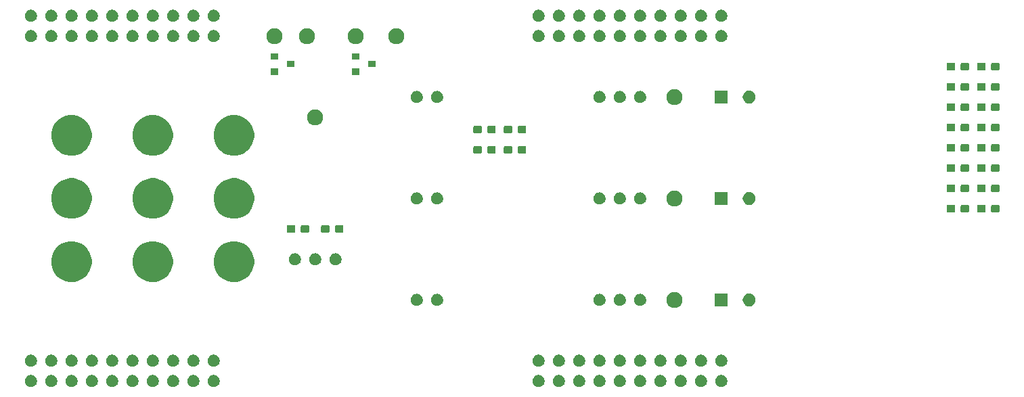
<source format=gbr>
G04 #@! TF.GenerationSoftware,KiCad,Pcbnew,(5.0.2)-1*
G04 #@! TF.CreationDate,2019-04-17T18:14:32-05:00*
G04 #@! TF.ProjectId,ArmDriveBoard_Hardware,41726d44-7269-4766-9542-6f6172645f48,rev?*
G04 #@! TF.SameCoordinates,Original*
G04 #@! TF.FileFunction,Soldermask,Top*
G04 #@! TF.FilePolarity,Negative*
%FSLAX46Y46*%
G04 Gerber Fmt 4.6, Leading zero omitted, Abs format (unit mm)*
G04 Created by KiCad (PCBNEW (5.0.2)-1) date 4/17/2019 6:14:32 PM*
%MOMM*%
%LPD*%
G01*
G04 APERTURE LIST*
%ADD10C,0.100000*%
G04 APERTURE END LIST*
D10*
G36*
X152621683Y-131349206D02*
X152759992Y-131406495D01*
X152884476Y-131489673D01*
X152990327Y-131595524D01*
X153073505Y-131720008D01*
X153130794Y-131858317D01*
X153160000Y-132005145D01*
X153160000Y-132154855D01*
X153130794Y-132301683D01*
X153073505Y-132439992D01*
X152990327Y-132564476D01*
X152884476Y-132670327D01*
X152759992Y-132753505D01*
X152621683Y-132810794D01*
X152474855Y-132840000D01*
X152325145Y-132840000D01*
X152178317Y-132810794D01*
X152040008Y-132753505D01*
X151915524Y-132670327D01*
X151809673Y-132564476D01*
X151726495Y-132439992D01*
X151669206Y-132301683D01*
X151640000Y-132154855D01*
X151640000Y-132005145D01*
X151669206Y-131858317D01*
X151726495Y-131720008D01*
X151809673Y-131595524D01*
X151915524Y-131489673D01*
X152040008Y-131406495D01*
X152178317Y-131349206D01*
X152325145Y-131320000D01*
X152474855Y-131320000D01*
X152621683Y-131349206D01*
X152621683Y-131349206D01*
G37*
G36*
X213581683Y-131349206D02*
X213719992Y-131406495D01*
X213844476Y-131489673D01*
X213950327Y-131595524D01*
X214033505Y-131720008D01*
X214090794Y-131858317D01*
X214120000Y-132005145D01*
X214120000Y-132154855D01*
X214090794Y-132301683D01*
X214033505Y-132439992D01*
X213950327Y-132564476D01*
X213844476Y-132670327D01*
X213719992Y-132753505D01*
X213581683Y-132810794D01*
X213434855Y-132840000D01*
X213285145Y-132840000D01*
X213138317Y-132810794D01*
X213000008Y-132753505D01*
X212875524Y-132670327D01*
X212769673Y-132564476D01*
X212686495Y-132439992D01*
X212629206Y-132301683D01*
X212600000Y-132154855D01*
X212600000Y-132005145D01*
X212629206Y-131858317D01*
X212686495Y-131720008D01*
X212769673Y-131595524D01*
X212875524Y-131489673D01*
X213000008Y-131406495D01*
X213138317Y-131349206D01*
X213285145Y-131320000D01*
X213434855Y-131320000D01*
X213581683Y-131349206D01*
X213581683Y-131349206D01*
G37*
G36*
X195801683Y-131349206D02*
X195939992Y-131406495D01*
X196064476Y-131489673D01*
X196170327Y-131595524D01*
X196253505Y-131720008D01*
X196310794Y-131858317D01*
X196340000Y-132005145D01*
X196340000Y-132154855D01*
X196310794Y-132301683D01*
X196253505Y-132439992D01*
X196170327Y-132564476D01*
X196064476Y-132670327D01*
X195939992Y-132753505D01*
X195801683Y-132810794D01*
X195654855Y-132840000D01*
X195505145Y-132840000D01*
X195358317Y-132810794D01*
X195220008Y-132753505D01*
X195095524Y-132670327D01*
X194989673Y-132564476D01*
X194906495Y-132439992D01*
X194849206Y-132301683D01*
X194820000Y-132154855D01*
X194820000Y-132005145D01*
X194849206Y-131858317D01*
X194906495Y-131720008D01*
X194989673Y-131595524D01*
X195095524Y-131489673D01*
X195220008Y-131406495D01*
X195358317Y-131349206D01*
X195505145Y-131320000D01*
X195654855Y-131320000D01*
X195801683Y-131349206D01*
X195801683Y-131349206D01*
G37*
G36*
X211041683Y-131349206D02*
X211179992Y-131406495D01*
X211304476Y-131489673D01*
X211410327Y-131595524D01*
X211493505Y-131720008D01*
X211550794Y-131858317D01*
X211580000Y-132005145D01*
X211580000Y-132154855D01*
X211550794Y-132301683D01*
X211493505Y-132439992D01*
X211410327Y-132564476D01*
X211304476Y-132670327D01*
X211179992Y-132753505D01*
X211041683Y-132810794D01*
X210894855Y-132840000D01*
X210745145Y-132840000D01*
X210598317Y-132810794D01*
X210460008Y-132753505D01*
X210335524Y-132670327D01*
X210229673Y-132564476D01*
X210146495Y-132439992D01*
X210089206Y-132301683D01*
X210060000Y-132154855D01*
X210060000Y-132005145D01*
X210089206Y-131858317D01*
X210146495Y-131720008D01*
X210229673Y-131595524D01*
X210335524Y-131489673D01*
X210460008Y-131406495D01*
X210598317Y-131349206D01*
X210745145Y-131320000D01*
X210894855Y-131320000D01*
X211041683Y-131349206D01*
X211041683Y-131349206D01*
G37*
G36*
X216121683Y-131349206D02*
X216259992Y-131406495D01*
X216384476Y-131489673D01*
X216490327Y-131595524D01*
X216573505Y-131720008D01*
X216630794Y-131858317D01*
X216660000Y-132005145D01*
X216660000Y-132154855D01*
X216630794Y-132301683D01*
X216573505Y-132439992D01*
X216490327Y-132564476D01*
X216384476Y-132670327D01*
X216259992Y-132753505D01*
X216121683Y-132810794D01*
X215974855Y-132840000D01*
X215825145Y-132840000D01*
X215678317Y-132810794D01*
X215540008Y-132753505D01*
X215415524Y-132670327D01*
X215309673Y-132564476D01*
X215226495Y-132439992D01*
X215169206Y-132301683D01*
X215140000Y-132154855D01*
X215140000Y-132005145D01*
X215169206Y-131858317D01*
X215226495Y-131720008D01*
X215309673Y-131595524D01*
X215415524Y-131489673D01*
X215540008Y-131406495D01*
X215678317Y-131349206D01*
X215825145Y-131320000D01*
X215974855Y-131320000D01*
X216121683Y-131349206D01*
X216121683Y-131349206D01*
G37*
G36*
X198341683Y-131349206D02*
X198479992Y-131406495D01*
X198604476Y-131489673D01*
X198710327Y-131595524D01*
X198793505Y-131720008D01*
X198850794Y-131858317D01*
X198880000Y-132005145D01*
X198880000Y-132154855D01*
X198850794Y-132301683D01*
X198793505Y-132439992D01*
X198710327Y-132564476D01*
X198604476Y-132670327D01*
X198479992Y-132753505D01*
X198341683Y-132810794D01*
X198194855Y-132840000D01*
X198045145Y-132840000D01*
X197898317Y-132810794D01*
X197760008Y-132753505D01*
X197635524Y-132670327D01*
X197529673Y-132564476D01*
X197446495Y-132439992D01*
X197389206Y-132301683D01*
X197360000Y-132154855D01*
X197360000Y-132005145D01*
X197389206Y-131858317D01*
X197446495Y-131720008D01*
X197529673Y-131595524D01*
X197635524Y-131489673D01*
X197760008Y-131406495D01*
X197898317Y-131349206D01*
X198045145Y-131320000D01*
X198194855Y-131320000D01*
X198341683Y-131349206D01*
X198341683Y-131349206D01*
G37*
G36*
X200881683Y-131349206D02*
X201019992Y-131406495D01*
X201144476Y-131489673D01*
X201250327Y-131595524D01*
X201333505Y-131720008D01*
X201390794Y-131858317D01*
X201420000Y-132005145D01*
X201420000Y-132154855D01*
X201390794Y-132301683D01*
X201333505Y-132439992D01*
X201250327Y-132564476D01*
X201144476Y-132670327D01*
X201019992Y-132753505D01*
X200881683Y-132810794D01*
X200734855Y-132840000D01*
X200585145Y-132840000D01*
X200438317Y-132810794D01*
X200300008Y-132753505D01*
X200175524Y-132670327D01*
X200069673Y-132564476D01*
X199986495Y-132439992D01*
X199929206Y-132301683D01*
X199900000Y-132154855D01*
X199900000Y-132005145D01*
X199929206Y-131858317D01*
X199986495Y-131720008D01*
X200069673Y-131595524D01*
X200175524Y-131489673D01*
X200300008Y-131406495D01*
X200438317Y-131349206D01*
X200585145Y-131320000D01*
X200734855Y-131320000D01*
X200881683Y-131349206D01*
X200881683Y-131349206D01*
G37*
G36*
X203421683Y-131349206D02*
X203559992Y-131406495D01*
X203684476Y-131489673D01*
X203790327Y-131595524D01*
X203873505Y-131720008D01*
X203930794Y-131858317D01*
X203960000Y-132005145D01*
X203960000Y-132154855D01*
X203930794Y-132301683D01*
X203873505Y-132439992D01*
X203790327Y-132564476D01*
X203684476Y-132670327D01*
X203559992Y-132753505D01*
X203421683Y-132810794D01*
X203274855Y-132840000D01*
X203125145Y-132840000D01*
X202978317Y-132810794D01*
X202840008Y-132753505D01*
X202715524Y-132670327D01*
X202609673Y-132564476D01*
X202526495Y-132439992D01*
X202469206Y-132301683D01*
X202440000Y-132154855D01*
X202440000Y-132005145D01*
X202469206Y-131858317D01*
X202526495Y-131720008D01*
X202609673Y-131595524D01*
X202715524Y-131489673D01*
X202840008Y-131406495D01*
X202978317Y-131349206D01*
X203125145Y-131320000D01*
X203274855Y-131320000D01*
X203421683Y-131349206D01*
X203421683Y-131349206D01*
G37*
G36*
X205961683Y-131349206D02*
X206099992Y-131406495D01*
X206224476Y-131489673D01*
X206330327Y-131595524D01*
X206413505Y-131720008D01*
X206470794Y-131858317D01*
X206500000Y-132005145D01*
X206500000Y-132154855D01*
X206470794Y-132301683D01*
X206413505Y-132439992D01*
X206330327Y-132564476D01*
X206224476Y-132670327D01*
X206099992Y-132753505D01*
X205961683Y-132810794D01*
X205814855Y-132840000D01*
X205665145Y-132840000D01*
X205518317Y-132810794D01*
X205380008Y-132753505D01*
X205255524Y-132670327D01*
X205149673Y-132564476D01*
X205066495Y-132439992D01*
X205009206Y-132301683D01*
X204980000Y-132154855D01*
X204980000Y-132005145D01*
X205009206Y-131858317D01*
X205066495Y-131720008D01*
X205149673Y-131595524D01*
X205255524Y-131489673D01*
X205380008Y-131406495D01*
X205518317Y-131349206D01*
X205665145Y-131320000D01*
X205814855Y-131320000D01*
X205961683Y-131349206D01*
X205961683Y-131349206D01*
G37*
G36*
X208501683Y-131349206D02*
X208639992Y-131406495D01*
X208764476Y-131489673D01*
X208870327Y-131595524D01*
X208953505Y-131720008D01*
X209010794Y-131858317D01*
X209040000Y-132005145D01*
X209040000Y-132154855D01*
X209010794Y-132301683D01*
X208953505Y-132439992D01*
X208870327Y-132564476D01*
X208764476Y-132670327D01*
X208639992Y-132753505D01*
X208501683Y-132810794D01*
X208354855Y-132840000D01*
X208205145Y-132840000D01*
X208058317Y-132810794D01*
X207920008Y-132753505D01*
X207795524Y-132670327D01*
X207689673Y-132564476D01*
X207606495Y-132439992D01*
X207549206Y-132301683D01*
X207520000Y-132154855D01*
X207520000Y-132005145D01*
X207549206Y-131858317D01*
X207606495Y-131720008D01*
X207689673Y-131595524D01*
X207795524Y-131489673D01*
X207920008Y-131406495D01*
X208058317Y-131349206D01*
X208205145Y-131320000D01*
X208354855Y-131320000D01*
X208501683Y-131349206D01*
X208501683Y-131349206D01*
G37*
G36*
X155161683Y-131349206D02*
X155299992Y-131406495D01*
X155424476Y-131489673D01*
X155530327Y-131595524D01*
X155613505Y-131720008D01*
X155670794Y-131858317D01*
X155700000Y-132005145D01*
X155700000Y-132154855D01*
X155670794Y-132301683D01*
X155613505Y-132439992D01*
X155530327Y-132564476D01*
X155424476Y-132670327D01*
X155299992Y-132753505D01*
X155161683Y-132810794D01*
X155014855Y-132840000D01*
X154865145Y-132840000D01*
X154718317Y-132810794D01*
X154580008Y-132753505D01*
X154455524Y-132670327D01*
X154349673Y-132564476D01*
X154266495Y-132439992D01*
X154209206Y-132301683D01*
X154180000Y-132154855D01*
X154180000Y-132005145D01*
X154209206Y-131858317D01*
X154266495Y-131720008D01*
X154349673Y-131595524D01*
X154455524Y-131489673D01*
X154580008Y-131406495D01*
X154718317Y-131349206D01*
X154865145Y-131320000D01*
X155014855Y-131320000D01*
X155161683Y-131349206D01*
X155161683Y-131349206D01*
G37*
G36*
X132301683Y-131349206D02*
X132439992Y-131406495D01*
X132564476Y-131489673D01*
X132670327Y-131595524D01*
X132753505Y-131720008D01*
X132810794Y-131858317D01*
X132840000Y-132005145D01*
X132840000Y-132154855D01*
X132810794Y-132301683D01*
X132753505Y-132439992D01*
X132670327Y-132564476D01*
X132564476Y-132670327D01*
X132439992Y-132753505D01*
X132301683Y-132810794D01*
X132154855Y-132840000D01*
X132005145Y-132840000D01*
X131858317Y-132810794D01*
X131720008Y-132753505D01*
X131595524Y-132670327D01*
X131489673Y-132564476D01*
X131406495Y-132439992D01*
X131349206Y-132301683D01*
X131320000Y-132154855D01*
X131320000Y-132005145D01*
X131349206Y-131858317D01*
X131406495Y-131720008D01*
X131489673Y-131595524D01*
X131595524Y-131489673D01*
X131720008Y-131406495D01*
X131858317Y-131349206D01*
X132005145Y-131320000D01*
X132154855Y-131320000D01*
X132301683Y-131349206D01*
X132301683Y-131349206D01*
G37*
G36*
X218661683Y-131349206D02*
X218799992Y-131406495D01*
X218924476Y-131489673D01*
X219030327Y-131595524D01*
X219113505Y-131720008D01*
X219170794Y-131858317D01*
X219200000Y-132005145D01*
X219200000Y-132154855D01*
X219170794Y-132301683D01*
X219113505Y-132439992D01*
X219030327Y-132564476D01*
X218924476Y-132670327D01*
X218799992Y-132753505D01*
X218661683Y-132810794D01*
X218514855Y-132840000D01*
X218365145Y-132840000D01*
X218218317Y-132810794D01*
X218080008Y-132753505D01*
X217955524Y-132670327D01*
X217849673Y-132564476D01*
X217766495Y-132439992D01*
X217709206Y-132301683D01*
X217680000Y-132154855D01*
X217680000Y-132005145D01*
X217709206Y-131858317D01*
X217766495Y-131720008D01*
X217849673Y-131595524D01*
X217955524Y-131489673D01*
X218080008Y-131406495D01*
X218218317Y-131349206D01*
X218365145Y-131320000D01*
X218514855Y-131320000D01*
X218661683Y-131349206D01*
X218661683Y-131349206D01*
G37*
G36*
X150081683Y-131349206D02*
X150219992Y-131406495D01*
X150344476Y-131489673D01*
X150450327Y-131595524D01*
X150533505Y-131720008D01*
X150590794Y-131858317D01*
X150620000Y-132005145D01*
X150620000Y-132154855D01*
X150590794Y-132301683D01*
X150533505Y-132439992D01*
X150450327Y-132564476D01*
X150344476Y-132670327D01*
X150219992Y-132753505D01*
X150081683Y-132810794D01*
X149934855Y-132840000D01*
X149785145Y-132840000D01*
X149638317Y-132810794D01*
X149500008Y-132753505D01*
X149375524Y-132670327D01*
X149269673Y-132564476D01*
X149186495Y-132439992D01*
X149129206Y-132301683D01*
X149100000Y-132154855D01*
X149100000Y-132005145D01*
X149129206Y-131858317D01*
X149186495Y-131720008D01*
X149269673Y-131595524D01*
X149375524Y-131489673D01*
X149500008Y-131406495D01*
X149638317Y-131349206D01*
X149785145Y-131320000D01*
X149934855Y-131320000D01*
X150081683Y-131349206D01*
X150081683Y-131349206D01*
G37*
G36*
X147541683Y-131349206D02*
X147679992Y-131406495D01*
X147804476Y-131489673D01*
X147910327Y-131595524D01*
X147993505Y-131720008D01*
X148050794Y-131858317D01*
X148080000Y-132005145D01*
X148080000Y-132154855D01*
X148050794Y-132301683D01*
X147993505Y-132439992D01*
X147910327Y-132564476D01*
X147804476Y-132670327D01*
X147679992Y-132753505D01*
X147541683Y-132810794D01*
X147394855Y-132840000D01*
X147245145Y-132840000D01*
X147098317Y-132810794D01*
X146960008Y-132753505D01*
X146835524Y-132670327D01*
X146729673Y-132564476D01*
X146646495Y-132439992D01*
X146589206Y-132301683D01*
X146560000Y-132154855D01*
X146560000Y-132005145D01*
X146589206Y-131858317D01*
X146646495Y-131720008D01*
X146729673Y-131595524D01*
X146835524Y-131489673D01*
X146960008Y-131406495D01*
X147098317Y-131349206D01*
X147245145Y-131320000D01*
X147394855Y-131320000D01*
X147541683Y-131349206D01*
X147541683Y-131349206D01*
G37*
G36*
X145001683Y-131349206D02*
X145139992Y-131406495D01*
X145264476Y-131489673D01*
X145370327Y-131595524D01*
X145453505Y-131720008D01*
X145510794Y-131858317D01*
X145540000Y-132005145D01*
X145540000Y-132154855D01*
X145510794Y-132301683D01*
X145453505Y-132439992D01*
X145370327Y-132564476D01*
X145264476Y-132670327D01*
X145139992Y-132753505D01*
X145001683Y-132810794D01*
X144854855Y-132840000D01*
X144705145Y-132840000D01*
X144558317Y-132810794D01*
X144420008Y-132753505D01*
X144295524Y-132670327D01*
X144189673Y-132564476D01*
X144106495Y-132439992D01*
X144049206Y-132301683D01*
X144020000Y-132154855D01*
X144020000Y-132005145D01*
X144049206Y-131858317D01*
X144106495Y-131720008D01*
X144189673Y-131595524D01*
X144295524Y-131489673D01*
X144420008Y-131406495D01*
X144558317Y-131349206D01*
X144705145Y-131320000D01*
X144854855Y-131320000D01*
X145001683Y-131349206D01*
X145001683Y-131349206D01*
G37*
G36*
X142461683Y-131349206D02*
X142599992Y-131406495D01*
X142724476Y-131489673D01*
X142830327Y-131595524D01*
X142913505Y-131720008D01*
X142970794Y-131858317D01*
X143000000Y-132005145D01*
X143000000Y-132154855D01*
X142970794Y-132301683D01*
X142913505Y-132439992D01*
X142830327Y-132564476D01*
X142724476Y-132670327D01*
X142599992Y-132753505D01*
X142461683Y-132810794D01*
X142314855Y-132840000D01*
X142165145Y-132840000D01*
X142018317Y-132810794D01*
X141880008Y-132753505D01*
X141755524Y-132670327D01*
X141649673Y-132564476D01*
X141566495Y-132439992D01*
X141509206Y-132301683D01*
X141480000Y-132154855D01*
X141480000Y-132005145D01*
X141509206Y-131858317D01*
X141566495Y-131720008D01*
X141649673Y-131595524D01*
X141755524Y-131489673D01*
X141880008Y-131406495D01*
X142018317Y-131349206D01*
X142165145Y-131320000D01*
X142314855Y-131320000D01*
X142461683Y-131349206D01*
X142461683Y-131349206D01*
G37*
G36*
X139921683Y-131349206D02*
X140059992Y-131406495D01*
X140184476Y-131489673D01*
X140290327Y-131595524D01*
X140373505Y-131720008D01*
X140430794Y-131858317D01*
X140460000Y-132005145D01*
X140460000Y-132154855D01*
X140430794Y-132301683D01*
X140373505Y-132439992D01*
X140290327Y-132564476D01*
X140184476Y-132670327D01*
X140059992Y-132753505D01*
X139921683Y-132810794D01*
X139774855Y-132840000D01*
X139625145Y-132840000D01*
X139478317Y-132810794D01*
X139340008Y-132753505D01*
X139215524Y-132670327D01*
X139109673Y-132564476D01*
X139026495Y-132439992D01*
X138969206Y-132301683D01*
X138940000Y-132154855D01*
X138940000Y-132005145D01*
X138969206Y-131858317D01*
X139026495Y-131720008D01*
X139109673Y-131595524D01*
X139215524Y-131489673D01*
X139340008Y-131406495D01*
X139478317Y-131349206D01*
X139625145Y-131320000D01*
X139774855Y-131320000D01*
X139921683Y-131349206D01*
X139921683Y-131349206D01*
G37*
G36*
X137381683Y-131349206D02*
X137519992Y-131406495D01*
X137644476Y-131489673D01*
X137750327Y-131595524D01*
X137833505Y-131720008D01*
X137890794Y-131858317D01*
X137920000Y-132005145D01*
X137920000Y-132154855D01*
X137890794Y-132301683D01*
X137833505Y-132439992D01*
X137750327Y-132564476D01*
X137644476Y-132670327D01*
X137519992Y-132753505D01*
X137381683Y-132810794D01*
X137234855Y-132840000D01*
X137085145Y-132840000D01*
X136938317Y-132810794D01*
X136800008Y-132753505D01*
X136675524Y-132670327D01*
X136569673Y-132564476D01*
X136486495Y-132439992D01*
X136429206Y-132301683D01*
X136400000Y-132154855D01*
X136400000Y-132005145D01*
X136429206Y-131858317D01*
X136486495Y-131720008D01*
X136569673Y-131595524D01*
X136675524Y-131489673D01*
X136800008Y-131406495D01*
X136938317Y-131349206D01*
X137085145Y-131320000D01*
X137234855Y-131320000D01*
X137381683Y-131349206D01*
X137381683Y-131349206D01*
G37*
G36*
X134841683Y-131349206D02*
X134979992Y-131406495D01*
X135104476Y-131489673D01*
X135210327Y-131595524D01*
X135293505Y-131720008D01*
X135350794Y-131858317D01*
X135380000Y-132005145D01*
X135380000Y-132154855D01*
X135350794Y-132301683D01*
X135293505Y-132439992D01*
X135210327Y-132564476D01*
X135104476Y-132670327D01*
X134979992Y-132753505D01*
X134841683Y-132810794D01*
X134694855Y-132840000D01*
X134545145Y-132840000D01*
X134398317Y-132810794D01*
X134260008Y-132753505D01*
X134135524Y-132670327D01*
X134029673Y-132564476D01*
X133946495Y-132439992D01*
X133889206Y-132301683D01*
X133860000Y-132154855D01*
X133860000Y-132005145D01*
X133889206Y-131858317D01*
X133946495Y-131720008D01*
X134029673Y-131595524D01*
X134135524Y-131489673D01*
X134260008Y-131406495D01*
X134398317Y-131349206D01*
X134545145Y-131320000D01*
X134694855Y-131320000D01*
X134841683Y-131349206D01*
X134841683Y-131349206D01*
G37*
G36*
X198341683Y-128809206D02*
X198479992Y-128866495D01*
X198604476Y-128949673D01*
X198710327Y-129055524D01*
X198793505Y-129180008D01*
X198850794Y-129318317D01*
X198880000Y-129465145D01*
X198880000Y-129614855D01*
X198850794Y-129761683D01*
X198793505Y-129899992D01*
X198710327Y-130024476D01*
X198604476Y-130130327D01*
X198479992Y-130213505D01*
X198341683Y-130270794D01*
X198194855Y-130300000D01*
X198045145Y-130300000D01*
X197898317Y-130270794D01*
X197760008Y-130213505D01*
X197635524Y-130130327D01*
X197529673Y-130024476D01*
X197446495Y-129899992D01*
X197389206Y-129761683D01*
X197360000Y-129614855D01*
X197360000Y-129465145D01*
X197389206Y-129318317D01*
X197446495Y-129180008D01*
X197529673Y-129055524D01*
X197635524Y-128949673D01*
X197760008Y-128866495D01*
X197898317Y-128809206D01*
X198045145Y-128780000D01*
X198194855Y-128780000D01*
X198341683Y-128809206D01*
X198341683Y-128809206D01*
G37*
G36*
X142461683Y-128809206D02*
X142599992Y-128866495D01*
X142724476Y-128949673D01*
X142830327Y-129055524D01*
X142913505Y-129180008D01*
X142970794Y-129318317D01*
X143000000Y-129465145D01*
X143000000Y-129614855D01*
X142970794Y-129761683D01*
X142913505Y-129899992D01*
X142830327Y-130024476D01*
X142724476Y-130130327D01*
X142599992Y-130213505D01*
X142461683Y-130270794D01*
X142314855Y-130300000D01*
X142165145Y-130300000D01*
X142018317Y-130270794D01*
X141880008Y-130213505D01*
X141755524Y-130130327D01*
X141649673Y-130024476D01*
X141566495Y-129899992D01*
X141509206Y-129761683D01*
X141480000Y-129614855D01*
X141480000Y-129465145D01*
X141509206Y-129318317D01*
X141566495Y-129180008D01*
X141649673Y-129055524D01*
X141755524Y-128949673D01*
X141880008Y-128866495D01*
X142018317Y-128809206D01*
X142165145Y-128780000D01*
X142314855Y-128780000D01*
X142461683Y-128809206D01*
X142461683Y-128809206D01*
G37*
G36*
X147541683Y-128809206D02*
X147679992Y-128866495D01*
X147804476Y-128949673D01*
X147910327Y-129055524D01*
X147993505Y-129180008D01*
X148050794Y-129318317D01*
X148080000Y-129465145D01*
X148080000Y-129614855D01*
X148050794Y-129761683D01*
X147993505Y-129899992D01*
X147910327Y-130024476D01*
X147804476Y-130130327D01*
X147679992Y-130213505D01*
X147541683Y-130270794D01*
X147394855Y-130300000D01*
X147245145Y-130300000D01*
X147098317Y-130270794D01*
X146960008Y-130213505D01*
X146835524Y-130130327D01*
X146729673Y-130024476D01*
X146646495Y-129899992D01*
X146589206Y-129761683D01*
X146560000Y-129614855D01*
X146560000Y-129465145D01*
X146589206Y-129318317D01*
X146646495Y-129180008D01*
X146729673Y-129055524D01*
X146835524Y-128949673D01*
X146960008Y-128866495D01*
X147098317Y-128809206D01*
X147245145Y-128780000D01*
X147394855Y-128780000D01*
X147541683Y-128809206D01*
X147541683Y-128809206D01*
G37*
G36*
X150081683Y-128809206D02*
X150219992Y-128866495D01*
X150344476Y-128949673D01*
X150450327Y-129055524D01*
X150533505Y-129180008D01*
X150590794Y-129318317D01*
X150620000Y-129465145D01*
X150620000Y-129614855D01*
X150590794Y-129761683D01*
X150533505Y-129899992D01*
X150450327Y-130024476D01*
X150344476Y-130130327D01*
X150219992Y-130213505D01*
X150081683Y-130270794D01*
X149934855Y-130300000D01*
X149785145Y-130300000D01*
X149638317Y-130270794D01*
X149500008Y-130213505D01*
X149375524Y-130130327D01*
X149269673Y-130024476D01*
X149186495Y-129899992D01*
X149129206Y-129761683D01*
X149100000Y-129614855D01*
X149100000Y-129465145D01*
X149129206Y-129318317D01*
X149186495Y-129180008D01*
X149269673Y-129055524D01*
X149375524Y-128949673D01*
X149500008Y-128866495D01*
X149638317Y-128809206D01*
X149785145Y-128780000D01*
X149934855Y-128780000D01*
X150081683Y-128809206D01*
X150081683Y-128809206D01*
G37*
G36*
X155161683Y-128809206D02*
X155299992Y-128866495D01*
X155424476Y-128949673D01*
X155530327Y-129055524D01*
X155613505Y-129180008D01*
X155670794Y-129318317D01*
X155700000Y-129465145D01*
X155700000Y-129614855D01*
X155670794Y-129761683D01*
X155613505Y-129899992D01*
X155530327Y-130024476D01*
X155424476Y-130130327D01*
X155299992Y-130213505D01*
X155161683Y-130270794D01*
X155014855Y-130300000D01*
X154865145Y-130300000D01*
X154718317Y-130270794D01*
X154580008Y-130213505D01*
X154455524Y-130130327D01*
X154349673Y-130024476D01*
X154266495Y-129899992D01*
X154209206Y-129761683D01*
X154180000Y-129614855D01*
X154180000Y-129465145D01*
X154209206Y-129318317D01*
X154266495Y-129180008D01*
X154349673Y-129055524D01*
X154455524Y-128949673D01*
X154580008Y-128866495D01*
X154718317Y-128809206D01*
X154865145Y-128780000D01*
X155014855Y-128780000D01*
X155161683Y-128809206D01*
X155161683Y-128809206D01*
G37*
G36*
X145001683Y-128809206D02*
X145139992Y-128866495D01*
X145264476Y-128949673D01*
X145370327Y-129055524D01*
X145453505Y-129180008D01*
X145510794Y-129318317D01*
X145540000Y-129465145D01*
X145540000Y-129614855D01*
X145510794Y-129761683D01*
X145453505Y-129899992D01*
X145370327Y-130024476D01*
X145264476Y-130130327D01*
X145139992Y-130213505D01*
X145001683Y-130270794D01*
X144854855Y-130300000D01*
X144705145Y-130300000D01*
X144558317Y-130270794D01*
X144420008Y-130213505D01*
X144295524Y-130130327D01*
X144189673Y-130024476D01*
X144106495Y-129899992D01*
X144049206Y-129761683D01*
X144020000Y-129614855D01*
X144020000Y-129465145D01*
X144049206Y-129318317D01*
X144106495Y-129180008D01*
X144189673Y-129055524D01*
X144295524Y-128949673D01*
X144420008Y-128866495D01*
X144558317Y-128809206D01*
X144705145Y-128780000D01*
X144854855Y-128780000D01*
X145001683Y-128809206D01*
X145001683Y-128809206D01*
G37*
G36*
X218661683Y-128809206D02*
X218799992Y-128866495D01*
X218924476Y-128949673D01*
X219030327Y-129055524D01*
X219113505Y-129180008D01*
X219170794Y-129318317D01*
X219200000Y-129465145D01*
X219200000Y-129614855D01*
X219170794Y-129761683D01*
X219113505Y-129899992D01*
X219030327Y-130024476D01*
X218924476Y-130130327D01*
X218799992Y-130213505D01*
X218661683Y-130270794D01*
X218514855Y-130300000D01*
X218365145Y-130300000D01*
X218218317Y-130270794D01*
X218080008Y-130213505D01*
X217955524Y-130130327D01*
X217849673Y-130024476D01*
X217766495Y-129899992D01*
X217709206Y-129761683D01*
X217680000Y-129614855D01*
X217680000Y-129465145D01*
X217709206Y-129318317D01*
X217766495Y-129180008D01*
X217849673Y-129055524D01*
X217955524Y-128949673D01*
X218080008Y-128866495D01*
X218218317Y-128809206D01*
X218365145Y-128780000D01*
X218514855Y-128780000D01*
X218661683Y-128809206D01*
X218661683Y-128809206D01*
G37*
G36*
X213581683Y-128809206D02*
X213719992Y-128866495D01*
X213844476Y-128949673D01*
X213950327Y-129055524D01*
X214033505Y-129180008D01*
X214090794Y-129318317D01*
X214120000Y-129465145D01*
X214120000Y-129614855D01*
X214090794Y-129761683D01*
X214033505Y-129899992D01*
X213950327Y-130024476D01*
X213844476Y-130130327D01*
X213719992Y-130213505D01*
X213581683Y-130270794D01*
X213434855Y-130300000D01*
X213285145Y-130300000D01*
X213138317Y-130270794D01*
X213000008Y-130213505D01*
X212875524Y-130130327D01*
X212769673Y-130024476D01*
X212686495Y-129899992D01*
X212629206Y-129761683D01*
X212600000Y-129614855D01*
X212600000Y-129465145D01*
X212629206Y-129318317D01*
X212686495Y-129180008D01*
X212769673Y-129055524D01*
X212875524Y-128949673D01*
X213000008Y-128866495D01*
X213138317Y-128809206D01*
X213285145Y-128780000D01*
X213434855Y-128780000D01*
X213581683Y-128809206D01*
X213581683Y-128809206D01*
G37*
G36*
X203421683Y-128809206D02*
X203559992Y-128866495D01*
X203684476Y-128949673D01*
X203790327Y-129055524D01*
X203873505Y-129180008D01*
X203930794Y-129318317D01*
X203960000Y-129465145D01*
X203960000Y-129614855D01*
X203930794Y-129761683D01*
X203873505Y-129899992D01*
X203790327Y-130024476D01*
X203684476Y-130130327D01*
X203559992Y-130213505D01*
X203421683Y-130270794D01*
X203274855Y-130300000D01*
X203125145Y-130300000D01*
X202978317Y-130270794D01*
X202840008Y-130213505D01*
X202715524Y-130130327D01*
X202609673Y-130024476D01*
X202526495Y-129899992D01*
X202469206Y-129761683D01*
X202440000Y-129614855D01*
X202440000Y-129465145D01*
X202469206Y-129318317D01*
X202526495Y-129180008D01*
X202609673Y-129055524D01*
X202715524Y-128949673D01*
X202840008Y-128866495D01*
X202978317Y-128809206D01*
X203125145Y-128780000D01*
X203274855Y-128780000D01*
X203421683Y-128809206D01*
X203421683Y-128809206D01*
G37*
G36*
X200881683Y-128809206D02*
X201019992Y-128866495D01*
X201144476Y-128949673D01*
X201250327Y-129055524D01*
X201333505Y-129180008D01*
X201390794Y-129318317D01*
X201420000Y-129465145D01*
X201420000Y-129614855D01*
X201390794Y-129761683D01*
X201333505Y-129899992D01*
X201250327Y-130024476D01*
X201144476Y-130130327D01*
X201019992Y-130213505D01*
X200881683Y-130270794D01*
X200734855Y-130300000D01*
X200585145Y-130300000D01*
X200438317Y-130270794D01*
X200300008Y-130213505D01*
X200175524Y-130130327D01*
X200069673Y-130024476D01*
X199986495Y-129899992D01*
X199929206Y-129761683D01*
X199900000Y-129614855D01*
X199900000Y-129465145D01*
X199929206Y-129318317D01*
X199986495Y-129180008D01*
X200069673Y-129055524D01*
X200175524Y-128949673D01*
X200300008Y-128866495D01*
X200438317Y-128809206D01*
X200585145Y-128780000D01*
X200734855Y-128780000D01*
X200881683Y-128809206D01*
X200881683Y-128809206D01*
G37*
G36*
X195801683Y-128809206D02*
X195939992Y-128866495D01*
X196064476Y-128949673D01*
X196170327Y-129055524D01*
X196253505Y-129180008D01*
X196310794Y-129318317D01*
X196340000Y-129465145D01*
X196340000Y-129614855D01*
X196310794Y-129761683D01*
X196253505Y-129899992D01*
X196170327Y-130024476D01*
X196064476Y-130130327D01*
X195939992Y-130213505D01*
X195801683Y-130270794D01*
X195654855Y-130300000D01*
X195505145Y-130300000D01*
X195358317Y-130270794D01*
X195220008Y-130213505D01*
X195095524Y-130130327D01*
X194989673Y-130024476D01*
X194906495Y-129899992D01*
X194849206Y-129761683D01*
X194820000Y-129614855D01*
X194820000Y-129465145D01*
X194849206Y-129318317D01*
X194906495Y-129180008D01*
X194989673Y-129055524D01*
X195095524Y-128949673D01*
X195220008Y-128866495D01*
X195358317Y-128809206D01*
X195505145Y-128780000D01*
X195654855Y-128780000D01*
X195801683Y-128809206D01*
X195801683Y-128809206D01*
G37*
G36*
X208501683Y-128809206D02*
X208639992Y-128866495D01*
X208764476Y-128949673D01*
X208870327Y-129055524D01*
X208953505Y-129180008D01*
X209010794Y-129318317D01*
X209040000Y-129465145D01*
X209040000Y-129614855D01*
X209010794Y-129761683D01*
X208953505Y-129899992D01*
X208870327Y-130024476D01*
X208764476Y-130130327D01*
X208639992Y-130213505D01*
X208501683Y-130270794D01*
X208354855Y-130300000D01*
X208205145Y-130300000D01*
X208058317Y-130270794D01*
X207920008Y-130213505D01*
X207795524Y-130130327D01*
X207689673Y-130024476D01*
X207606495Y-129899992D01*
X207549206Y-129761683D01*
X207520000Y-129614855D01*
X207520000Y-129465145D01*
X207549206Y-129318317D01*
X207606495Y-129180008D01*
X207689673Y-129055524D01*
X207795524Y-128949673D01*
X207920008Y-128866495D01*
X208058317Y-128809206D01*
X208205145Y-128780000D01*
X208354855Y-128780000D01*
X208501683Y-128809206D01*
X208501683Y-128809206D01*
G37*
G36*
X211041683Y-128809206D02*
X211179992Y-128866495D01*
X211304476Y-128949673D01*
X211410327Y-129055524D01*
X211493505Y-129180008D01*
X211550794Y-129318317D01*
X211580000Y-129465145D01*
X211580000Y-129614855D01*
X211550794Y-129761683D01*
X211493505Y-129899992D01*
X211410327Y-130024476D01*
X211304476Y-130130327D01*
X211179992Y-130213505D01*
X211041683Y-130270794D01*
X210894855Y-130300000D01*
X210745145Y-130300000D01*
X210598317Y-130270794D01*
X210460008Y-130213505D01*
X210335524Y-130130327D01*
X210229673Y-130024476D01*
X210146495Y-129899992D01*
X210089206Y-129761683D01*
X210060000Y-129614855D01*
X210060000Y-129465145D01*
X210089206Y-129318317D01*
X210146495Y-129180008D01*
X210229673Y-129055524D01*
X210335524Y-128949673D01*
X210460008Y-128866495D01*
X210598317Y-128809206D01*
X210745145Y-128780000D01*
X210894855Y-128780000D01*
X211041683Y-128809206D01*
X211041683Y-128809206D01*
G37*
G36*
X216121683Y-128809206D02*
X216259992Y-128866495D01*
X216384476Y-128949673D01*
X216490327Y-129055524D01*
X216573505Y-129180008D01*
X216630794Y-129318317D01*
X216660000Y-129465145D01*
X216660000Y-129614855D01*
X216630794Y-129761683D01*
X216573505Y-129899992D01*
X216490327Y-130024476D01*
X216384476Y-130130327D01*
X216259992Y-130213505D01*
X216121683Y-130270794D01*
X215974855Y-130300000D01*
X215825145Y-130300000D01*
X215678317Y-130270794D01*
X215540008Y-130213505D01*
X215415524Y-130130327D01*
X215309673Y-130024476D01*
X215226495Y-129899992D01*
X215169206Y-129761683D01*
X215140000Y-129614855D01*
X215140000Y-129465145D01*
X215169206Y-129318317D01*
X215226495Y-129180008D01*
X215309673Y-129055524D01*
X215415524Y-128949673D01*
X215540008Y-128866495D01*
X215678317Y-128809206D01*
X215825145Y-128780000D01*
X215974855Y-128780000D01*
X216121683Y-128809206D01*
X216121683Y-128809206D01*
G37*
G36*
X205961683Y-128809206D02*
X206099992Y-128866495D01*
X206224476Y-128949673D01*
X206330327Y-129055524D01*
X206413505Y-129180008D01*
X206470794Y-129318317D01*
X206500000Y-129465145D01*
X206500000Y-129614855D01*
X206470794Y-129761683D01*
X206413505Y-129899992D01*
X206330327Y-130024476D01*
X206224476Y-130130327D01*
X206099992Y-130213505D01*
X205961683Y-130270794D01*
X205814855Y-130300000D01*
X205665145Y-130300000D01*
X205518317Y-130270794D01*
X205380008Y-130213505D01*
X205255524Y-130130327D01*
X205149673Y-130024476D01*
X205066495Y-129899992D01*
X205009206Y-129761683D01*
X204980000Y-129614855D01*
X204980000Y-129465145D01*
X205009206Y-129318317D01*
X205066495Y-129180008D01*
X205149673Y-129055524D01*
X205255524Y-128949673D01*
X205380008Y-128866495D01*
X205518317Y-128809206D01*
X205665145Y-128780000D01*
X205814855Y-128780000D01*
X205961683Y-128809206D01*
X205961683Y-128809206D01*
G37*
G36*
X152621683Y-128809206D02*
X152759992Y-128866495D01*
X152884476Y-128949673D01*
X152990327Y-129055524D01*
X153073505Y-129180008D01*
X153130794Y-129318317D01*
X153160000Y-129465145D01*
X153160000Y-129614855D01*
X153130794Y-129761683D01*
X153073505Y-129899992D01*
X152990327Y-130024476D01*
X152884476Y-130130327D01*
X152759992Y-130213505D01*
X152621683Y-130270794D01*
X152474855Y-130300000D01*
X152325145Y-130300000D01*
X152178317Y-130270794D01*
X152040008Y-130213505D01*
X151915524Y-130130327D01*
X151809673Y-130024476D01*
X151726495Y-129899992D01*
X151669206Y-129761683D01*
X151640000Y-129614855D01*
X151640000Y-129465145D01*
X151669206Y-129318317D01*
X151726495Y-129180008D01*
X151809673Y-129055524D01*
X151915524Y-128949673D01*
X152040008Y-128866495D01*
X152178317Y-128809206D01*
X152325145Y-128780000D01*
X152474855Y-128780000D01*
X152621683Y-128809206D01*
X152621683Y-128809206D01*
G37*
G36*
X132301683Y-128809206D02*
X132439992Y-128866495D01*
X132564476Y-128949673D01*
X132670327Y-129055524D01*
X132753505Y-129180008D01*
X132810794Y-129318317D01*
X132840000Y-129465145D01*
X132840000Y-129614855D01*
X132810794Y-129761683D01*
X132753505Y-129899992D01*
X132670327Y-130024476D01*
X132564476Y-130130327D01*
X132439992Y-130213505D01*
X132301683Y-130270794D01*
X132154855Y-130300000D01*
X132005145Y-130300000D01*
X131858317Y-130270794D01*
X131720008Y-130213505D01*
X131595524Y-130130327D01*
X131489673Y-130024476D01*
X131406495Y-129899992D01*
X131349206Y-129761683D01*
X131320000Y-129614855D01*
X131320000Y-129465145D01*
X131349206Y-129318317D01*
X131406495Y-129180008D01*
X131489673Y-129055524D01*
X131595524Y-128949673D01*
X131720008Y-128866495D01*
X131858317Y-128809206D01*
X132005145Y-128780000D01*
X132154855Y-128780000D01*
X132301683Y-128809206D01*
X132301683Y-128809206D01*
G37*
G36*
X134841683Y-128809206D02*
X134979992Y-128866495D01*
X135104476Y-128949673D01*
X135210327Y-129055524D01*
X135293505Y-129180008D01*
X135350794Y-129318317D01*
X135380000Y-129465145D01*
X135380000Y-129614855D01*
X135350794Y-129761683D01*
X135293505Y-129899992D01*
X135210327Y-130024476D01*
X135104476Y-130130327D01*
X134979992Y-130213505D01*
X134841683Y-130270794D01*
X134694855Y-130300000D01*
X134545145Y-130300000D01*
X134398317Y-130270794D01*
X134260008Y-130213505D01*
X134135524Y-130130327D01*
X134029673Y-130024476D01*
X133946495Y-129899992D01*
X133889206Y-129761683D01*
X133860000Y-129614855D01*
X133860000Y-129465145D01*
X133889206Y-129318317D01*
X133946495Y-129180008D01*
X134029673Y-129055524D01*
X134135524Y-128949673D01*
X134260008Y-128866495D01*
X134398317Y-128809206D01*
X134545145Y-128780000D01*
X134694855Y-128780000D01*
X134841683Y-128809206D01*
X134841683Y-128809206D01*
G37*
G36*
X137381683Y-128809206D02*
X137519992Y-128866495D01*
X137644476Y-128949673D01*
X137750327Y-129055524D01*
X137833505Y-129180008D01*
X137890794Y-129318317D01*
X137920000Y-129465145D01*
X137920000Y-129614855D01*
X137890794Y-129761683D01*
X137833505Y-129899992D01*
X137750327Y-130024476D01*
X137644476Y-130130327D01*
X137519992Y-130213505D01*
X137381683Y-130270794D01*
X137234855Y-130300000D01*
X137085145Y-130300000D01*
X136938317Y-130270794D01*
X136800008Y-130213505D01*
X136675524Y-130130327D01*
X136569673Y-130024476D01*
X136486495Y-129899992D01*
X136429206Y-129761683D01*
X136400000Y-129614855D01*
X136400000Y-129465145D01*
X136429206Y-129318317D01*
X136486495Y-129180008D01*
X136569673Y-129055524D01*
X136675524Y-128949673D01*
X136800008Y-128866495D01*
X136938317Y-128809206D01*
X137085145Y-128780000D01*
X137234855Y-128780000D01*
X137381683Y-128809206D01*
X137381683Y-128809206D01*
G37*
G36*
X139921683Y-128809206D02*
X140059992Y-128866495D01*
X140184476Y-128949673D01*
X140290327Y-129055524D01*
X140373505Y-129180008D01*
X140430794Y-129318317D01*
X140460000Y-129465145D01*
X140460000Y-129614855D01*
X140430794Y-129761683D01*
X140373505Y-129899992D01*
X140290327Y-130024476D01*
X140184476Y-130130327D01*
X140059992Y-130213505D01*
X139921683Y-130270794D01*
X139774855Y-130300000D01*
X139625145Y-130300000D01*
X139478317Y-130270794D01*
X139340008Y-130213505D01*
X139215524Y-130130327D01*
X139109673Y-130024476D01*
X139026495Y-129899992D01*
X138969206Y-129761683D01*
X138940000Y-129614855D01*
X138940000Y-129465145D01*
X138969206Y-129318317D01*
X139026495Y-129180008D01*
X139109673Y-129055524D01*
X139215524Y-128949673D01*
X139340008Y-128866495D01*
X139478317Y-128809206D01*
X139625145Y-128780000D01*
X139774855Y-128780000D01*
X139921683Y-128809206D01*
X139921683Y-128809206D01*
G37*
G36*
X212773770Y-120935372D02*
X212889689Y-120958429D01*
X213071678Y-121033811D01*
X213235463Y-121143249D01*
X213374751Y-121282537D01*
X213484189Y-121446322D01*
X213559571Y-121628311D01*
X213598000Y-121821509D01*
X213598000Y-122018491D01*
X213559571Y-122211689D01*
X213484189Y-122393678D01*
X213374751Y-122557463D01*
X213235463Y-122696751D01*
X213071678Y-122806189D01*
X212889689Y-122881571D01*
X212773770Y-122904628D01*
X212696493Y-122920000D01*
X212499507Y-122920000D01*
X212422230Y-122904628D01*
X212306311Y-122881571D01*
X212124322Y-122806189D01*
X211960537Y-122696751D01*
X211821249Y-122557463D01*
X211711811Y-122393678D01*
X211636429Y-122211689D01*
X211598000Y-122018491D01*
X211598000Y-121821509D01*
X211636429Y-121628311D01*
X211711811Y-121446322D01*
X211821249Y-121282537D01*
X211960537Y-121143249D01*
X212124322Y-121033811D01*
X212306311Y-120958429D01*
X212422230Y-120935372D01*
X212499507Y-120920000D01*
X212696493Y-120920000D01*
X212773770Y-120935372D01*
X212773770Y-120935372D01*
G37*
G36*
X222173352Y-121150743D02*
X222318941Y-121211048D01*
X222449973Y-121298601D01*
X222561399Y-121410027D01*
X222648952Y-121541059D01*
X222709257Y-121686648D01*
X222740000Y-121841205D01*
X222740000Y-121998795D01*
X222709257Y-122153352D01*
X222648952Y-122298941D01*
X222561399Y-122429973D01*
X222449973Y-122541399D01*
X222318941Y-122628952D01*
X222173352Y-122689257D01*
X222018795Y-122720000D01*
X221861205Y-122720000D01*
X221706648Y-122689257D01*
X221561059Y-122628952D01*
X221430027Y-122541399D01*
X221318601Y-122429973D01*
X221231048Y-122298941D01*
X221170743Y-122153352D01*
X221140000Y-121998795D01*
X221140000Y-121841205D01*
X221170743Y-121686648D01*
X221231048Y-121541059D01*
X221318601Y-121410027D01*
X221430027Y-121298601D01*
X221561059Y-121211048D01*
X221706648Y-121150743D01*
X221861205Y-121120000D01*
X222018795Y-121120000D01*
X222173352Y-121150743D01*
X222173352Y-121150743D01*
G37*
G36*
X219240000Y-122720000D02*
X217640000Y-122720000D01*
X217640000Y-121120000D01*
X219240000Y-121120000D01*
X219240000Y-122720000D01*
X219240000Y-122720000D01*
G37*
G36*
X203373195Y-121177522D02*
X203422267Y-121187283D01*
X203479643Y-121211049D01*
X203560942Y-121244724D01*
X203685750Y-121328118D01*
X203791882Y-121434250D01*
X203791884Y-121434253D01*
X203875276Y-121559058D01*
X203928126Y-121686649D01*
X203932717Y-121697734D01*
X203962000Y-121844948D01*
X203962000Y-121995052D01*
X203957337Y-122018493D01*
X203932717Y-122142267D01*
X203928125Y-122153352D01*
X203875276Y-122280942D01*
X203791882Y-122405750D01*
X203685750Y-122511882D01*
X203685747Y-122511884D01*
X203560942Y-122595276D01*
X203422267Y-122652717D01*
X203373195Y-122662478D01*
X203275052Y-122682000D01*
X203124948Y-122682000D01*
X203026805Y-122662478D01*
X202977733Y-122652717D01*
X202839058Y-122595276D01*
X202714253Y-122511884D01*
X202714250Y-122511882D01*
X202608118Y-122405750D01*
X202524724Y-122280942D01*
X202471875Y-122153352D01*
X202467283Y-122142267D01*
X202442663Y-122018493D01*
X202438000Y-121995052D01*
X202438000Y-121844948D01*
X202467283Y-121697734D01*
X202471875Y-121686649D01*
X202524724Y-121559058D01*
X202608116Y-121434253D01*
X202608118Y-121434250D01*
X202714250Y-121328118D01*
X202839058Y-121244724D01*
X202920357Y-121211049D01*
X202977733Y-121187283D01*
X203026805Y-121177522D01*
X203124948Y-121158000D01*
X203275052Y-121158000D01*
X203373195Y-121177522D01*
X203373195Y-121177522D01*
G37*
G36*
X183053195Y-121177522D02*
X183102267Y-121187283D01*
X183159643Y-121211049D01*
X183240942Y-121244724D01*
X183365750Y-121328118D01*
X183471882Y-121434250D01*
X183471884Y-121434253D01*
X183555276Y-121559058D01*
X183608126Y-121686649D01*
X183612717Y-121697734D01*
X183642000Y-121844948D01*
X183642000Y-121995052D01*
X183637337Y-122018493D01*
X183612717Y-122142267D01*
X183608125Y-122153352D01*
X183555276Y-122280942D01*
X183471882Y-122405750D01*
X183365750Y-122511882D01*
X183365747Y-122511884D01*
X183240942Y-122595276D01*
X183102267Y-122652717D01*
X183053195Y-122662478D01*
X182955052Y-122682000D01*
X182804948Y-122682000D01*
X182706805Y-122662478D01*
X182657733Y-122652717D01*
X182519058Y-122595276D01*
X182394253Y-122511884D01*
X182394250Y-122511882D01*
X182288118Y-122405750D01*
X182204724Y-122280942D01*
X182151875Y-122153352D01*
X182147283Y-122142267D01*
X182122663Y-122018493D01*
X182118000Y-121995052D01*
X182118000Y-121844948D01*
X182147283Y-121697734D01*
X182151875Y-121686649D01*
X182204724Y-121559058D01*
X182288116Y-121434253D01*
X182288118Y-121434250D01*
X182394250Y-121328118D01*
X182519058Y-121244724D01*
X182600357Y-121211049D01*
X182657733Y-121187283D01*
X182706805Y-121177522D01*
X182804948Y-121158000D01*
X182955052Y-121158000D01*
X183053195Y-121177522D01*
X183053195Y-121177522D01*
G37*
G36*
X180513195Y-121177522D02*
X180562267Y-121187283D01*
X180619643Y-121211049D01*
X180700942Y-121244724D01*
X180825750Y-121328118D01*
X180931882Y-121434250D01*
X180931884Y-121434253D01*
X181015276Y-121559058D01*
X181068126Y-121686649D01*
X181072717Y-121697734D01*
X181102000Y-121844948D01*
X181102000Y-121995052D01*
X181097337Y-122018493D01*
X181072717Y-122142267D01*
X181068125Y-122153352D01*
X181015276Y-122280942D01*
X180931882Y-122405750D01*
X180825750Y-122511882D01*
X180825747Y-122511884D01*
X180700942Y-122595276D01*
X180562267Y-122652717D01*
X180513195Y-122662478D01*
X180415052Y-122682000D01*
X180264948Y-122682000D01*
X180166805Y-122662478D01*
X180117733Y-122652717D01*
X179979058Y-122595276D01*
X179854253Y-122511884D01*
X179854250Y-122511882D01*
X179748118Y-122405750D01*
X179664724Y-122280942D01*
X179611875Y-122153352D01*
X179607283Y-122142267D01*
X179582663Y-122018493D01*
X179578000Y-121995052D01*
X179578000Y-121844948D01*
X179607283Y-121697734D01*
X179611875Y-121686649D01*
X179664724Y-121559058D01*
X179748116Y-121434253D01*
X179748118Y-121434250D01*
X179854250Y-121328118D01*
X179979058Y-121244724D01*
X180060357Y-121211049D01*
X180117733Y-121187283D01*
X180166805Y-121177522D01*
X180264948Y-121158000D01*
X180415052Y-121158000D01*
X180513195Y-121177522D01*
X180513195Y-121177522D01*
G37*
G36*
X205913195Y-121177522D02*
X205962267Y-121187283D01*
X206019643Y-121211049D01*
X206100942Y-121244724D01*
X206225750Y-121328118D01*
X206331882Y-121434250D01*
X206331884Y-121434253D01*
X206415276Y-121559058D01*
X206468126Y-121686649D01*
X206472717Y-121697734D01*
X206502000Y-121844948D01*
X206502000Y-121995052D01*
X206497337Y-122018493D01*
X206472717Y-122142267D01*
X206468125Y-122153352D01*
X206415276Y-122280942D01*
X206331882Y-122405750D01*
X206225750Y-122511882D01*
X206225747Y-122511884D01*
X206100942Y-122595276D01*
X205962267Y-122652717D01*
X205913195Y-122662478D01*
X205815052Y-122682000D01*
X205664948Y-122682000D01*
X205566805Y-122662478D01*
X205517733Y-122652717D01*
X205379058Y-122595276D01*
X205254253Y-122511884D01*
X205254250Y-122511882D01*
X205148118Y-122405750D01*
X205064724Y-122280942D01*
X205011875Y-122153352D01*
X205007283Y-122142267D01*
X204982663Y-122018493D01*
X204978000Y-121995052D01*
X204978000Y-121844948D01*
X205007283Y-121697734D01*
X205011875Y-121686649D01*
X205064724Y-121559058D01*
X205148116Y-121434253D01*
X205148118Y-121434250D01*
X205254250Y-121328118D01*
X205379058Y-121244724D01*
X205460357Y-121211049D01*
X205517733Y-121187283D01*
X205566805Y-121177522D01*
X205664948Y-121158000D01*
X205815052Y-121158000D01*
X205913195Y-121177522D01*
X205913195Y-121177522D01*
G37*
G36*
X208453195Y-121177522D02*
X208502267Y-121187283D01*
X208559643Y-121211049D01*
X208640942Y-121244724D01*
X208765750Y-121328118D01*
X208871882Y-121434250D01*
X208871884Y-121434253D01*
X208955276Y-121559058D01*
X209008126Y-121686649D01*
X209012717Y-121697734D01*
X209042000Y-121844948D01*
X209042000Y-121995052D01*
X209037337Y-122018493D01*
X209012717Y-122142267D01*
X209008125Y-122153352D01*
X208955276Y-122280942D01*
X208871882Y-122405750D01*
X208765750Y-122511882D01*
X208765747Y-122511884D01*
X208640942Y-122595276D01*
X208502267Y-122652717D01*
X208453195Y-122662478D01*
X208355052Y-122682000D01*
X208204948Y-122682000D01*
X208106805Y-122662478D01*
X208057733Y-122652717D01*
X207919058Y-122595276D01*
X207794253Y-122511884D01*
X207794250Y-122511882D01*
X207688118Y-122405750D01*
X207604724Y-122280942D01*
X207551875Y-122153352D01*
X207547283Y-122142267D01*
X207522663Y-122018493D01*
X207518000Y-121995052D01*
X207518000Y-121844948D01*
X207547283Y-121697734D01*
X207551875Y-121686649D01*
X207604724Y-121559058D01*
X207688116Y-121434253D01*
X207688118Y-121434250D01*
X207794250Y-121328118D01*
X207919058Y-121244724D01*
X208000357Y-121211049D01*
X208057733Y-121187283D01*
X208106805Y-121177522D01*
X208204948Y-121158000D01*
X208355052Y-121158000D01*
X208453195Y-121177522D01*
X208453195Y-121177522D01*
G37*
G36*
X137900890Y-114677610D02*
X138363140Y-114869080D01*
X138779159Y-115147055D01*
X139132945Y-115500841D01*
X139410920Y-115916860D01*
X139602390Y-116379110D01*
X139700000Y-116869830D01*
X139700000Y-117370170D01*
X139602390Y-117860890D01*
X139410920Y-118323140D01*
X139132945Y-118739159D01*
X138779159Y-119092945D01*
X138363140Y-119370920D01*
X137900890Y-119562390D01*
X137410170Y-119660000D01*
X136909830Y-119660000D01*
X136419110Y-119562390D01*
X135956860Y-119370920D01*
X135540841Y-119092945D01*
X135187055Y-118739159D01*
X134909080Y-118323140D01*
X134717610Y-117860890D01*
X134620000Y-117370170D01*
X134620000Y-116869830D01*
X134717610Y-116379110D01*
X134909080Y-115916860D01*
X135187055Y-115500841D01*
X135540841Y-115147055D01*
X135956860Y-114869080D01*
X136419110Y-114677610D01*
X136909830Y-114580000D01*
X137410170Y-114580000D01*
X137900890Y-114677610D01*
X137900890Y-114677610D01*
G37*
G36*
X158220890Y-114677610D02*
X158683140Y-114869080D01*
X159099159Y-115147055D01*
X159452945Y-115500841D01*
X159730920Y-115916860D01*
X159922390Y-116379110D01*
X160020000Y-116869830D01*
X160020000Y-117370170D01*
X159922390Y-117860890D01*
X159730920Y-118323140D01*
X159452945Y-118739159D01*
X159099159Y-119092945D01*
X158683140Y-119370920D01*
X158220890Y-119562390D01*
X157730170Y-119660000D01*
X157229830Y-119660000D01*
X156739110Y-119562390D01*
X156276860Y-119370920D01*
X155860841Y-119092945D01*
X155507055Y-118739159D01*
X155229080Y-118323140D01*
X155037610Y-117860890D01*
X154940000Y-117370170D01*
X154940000Y-116869830D01*
X155037610Y-116379110D01*
X155229080Y-115916860D01*
X155507055Y-115500841D01*
X155860841Y-115147055D01*
X156276860Y-114869080D01*
X156739110Y-114677610D01*
X157229830Y-114580000D01*
X157730170Y-114580000D01*
X158220890Y-114677610D01*
X158220890Y-114677610D01*
G37*
G36*
X148060890Y-114677610D02*
X148523140Y-114869080D01*
X148939159Y-115147055D01*
X149292945Y-115500841D01*
X149570920Y-115916860D01*
X149762390Y-116379110D01*
X149860000Y-116869830D01*
X149860000Y-117370170D01*
X149762390Y-117860890D01*
X149570920Y-118323140D01*
X149292945Y-118739159D01*
X148939159Y-119092945D01*
X148523140Y-119370920D01*
X148060890Y-119562390D01*
X147570170Y-119660000D01*
X147069830Y-119660000D01*
X146579110Y-119562390D01*
X146116860Y-119370920D01*
X145700841Y-119092945D01*
X145347055Y-118739159D01*
X145069080Y-118323140D01*
X144877610Y-117860890D01*
X144780000Y-117370170D01*
X144780000Y-116869830D01*
X144877610Y-116379110D01*
X145069080Y-115916860D01*
X145347055Y-115500841D01*
X145700841Y-115147055D01*
X146116860Y-114869080D01*
X146579110Y-114677610D01*
X147069830Y-114580000D01*
X147570170Y-114580000D01*
X148060890Y-114677610D01*
X148060890Y-114677610D01*
G37*
G36*
X167813195Y-116097522D02*
X167862267Y-116107283D01*
X168000942Y-116164724D01*
X168125750Y-116248118D01*
X168231882Y-116354250D01*
X168315276Y-116479058D01*
X168372717Y-116617734D01*
X168402000Y-116764948D01*
X168402000Y-116915052D01*
X168372717Y-117062266D01*
X168315276Y-117200942D01*
X168231882Y-117325750D01*
X168125750Y-117431882D01*
X168125747Y-117431884D01*
X168000942Y-117515276D01*
X167862267Y-117572717D01*
X167813195Y-117582478D01*
X167715052Y-117602000D01*
X167564948Y-117602000D01*
X167466805Y-117582478D01*
X167417733Y-117572717D01*
X167279058Y-117515276D01*
X167154253Y-117431884D01*
X167154250Y-117431882D01*
X167048118Y-117325750D01*
X166964724Y-117200942D01*
X166907283Y-117062266D01*
X166878000Y-116915052D01*
X166878000Y-116764948D01*
X166907283Y-116617734D01*
X166964724Y-116479058D01*
X167048118Y-116354250D01*
X167154250Y-116248118D01*
X167279058Y-116164724D01*
X167417733Y-116107283D01*
X167466805Y-116097522D01*
X167564948Y-116078000D01*
X167715052Y-116078000D01*
X167813195Y-116097522D01*
X167813195Y-116097522D01*
G37*
G36*
X170353195Y-116097522D02*
X170402267Y-116107283D01*
X170540942Y-116164724D01*
X170665750Y-116248118D01*
X170771882Y-116354250D01*
X170855276Y-116479058D01*
X170912717Y-116617734D01*
X170942000Y-116764948D01*
X170942000Y-116915052D01*
X170912717Y-117062266D01*
X170855276Y-117200942D01*
X170771882Y-117325750D01*
X170665750Y-117431882D01*
X170665747Y-117431884D01*
X170540942Y-117515276D01*
X170402267Y-117572717D01*
X170353195Y-117582478D01*
X170255052Y-117602000D01*
X170104948Y-117602000D01*
X170006805Y-117582478D01*
X169957733Y-117572717D01*
X169819058Y-117515276D01*
X169694253Y-117431884D01*
X169694250Y-117431882D01*
X169588118Y-117325750D01*
X169504724Y-117200942D01*
X169447283Y-117062266D01*
X169418000Y-116915052D01*
X169418000Y-116764948D01*
X169447283Y-116617734D01*
X169504724Y-116479058D01*
X169588118Y-116354250D01*
X169694250Y-116248118D01*
X169819058Y-116164724D01*
X169957733Y-116107283D01*
X170006805Y-116097522D01*
X170104948Y-116078000D01*
X170255052Y-116078000D01*
X170353195Y-116097522D01*
X170353195Y-116097522D01*
G37*
G36*
X165273195Y-116097522D02*
X165322267Y-116107283D01*
X165460942Y-116164724D01*
X165585750Y-116248118D01*
X165691882Y-116354250D01*
X165775276Y-116479058D01*
X165832717Y-116617734D01*
X165862000Y-116764948D01*
X165862000Y-116915052D01*
X165832717Y-117062266D01*
X165775276Y-117200942D01*
X165691882Y-117325750D01*
X165585750Y-117431882D01*
X165585747Y-117431884D01*
X165460942Y-117515276D01*
X165322267Y-117572717D01*
X165273195Y-117582478D01*
X165175052Y-117602000D01*
X165024948Y-117602000D01*
X164926805Y-117582478D01*
X164877733Y-117572717D01*
X164739058Y-117515276D01*
X164614253Y-117431884D01*
X164614250Y-117431882D01*
X164508118Y-117325750D01*
X164424724Y-117200942D01*
X164367283Y-117062266D01*
X164338000Y-116915052D01*
X164338000Y-116764948D01*
X164367283Y-116617734D01*
X164424724Y-116479058D01*
X164508118Y-116354250D01*
X164614250Y-116248118D01*
X164739058Y-116164724D01*
X164877733Y-116107283D01*
X164926805Y-116097522D01*
X165024948Y-116078000D01*
X165175052Y-116078000D01*
X165273195Y-116097522D01*
X165273195Y-116097522D01*
G37*
G36*
X166754024Y-112558955D02*
X166786736Y-112568879D01*
X166816890Y-112584997D01*
X166843316Y-112606684D01*
X166865003Y-112633110D01*
X166881121Y-112663264D01*
X166891045Y-112695976D01*
X166895000Y-112736138D01*
X166895000Y-113323862D01*
X166891045Y-113364024D01*
X166881121Y-113396736D01*
X166865003Y-113426890D01*
X166843316Y-113453316D01*
X166816890Y-113475003D01*
X166786736Y-113491121D01*
X166754024Y-113501045D01*
X166713862Y-113505000D01*
X166026138Y-113505000D01*
X165985976Y-113501045D01*
X165953264Y-113491121D01*
X165923110Y-113475003D01*
X165896684Y-113453316D01*
X165874997Y-113426890D01*
X165858879Y-113396736D01*
X165848955Y-113364024D01*
X165845000Y-113323862D01*
X165845000Y-112736138D01*
X165848955Y-112695976D01*
X165858879Y-112663264D01*
X165874997Y-112633110D01*
X165896684Y-112606684D01*
X165923110Y-112584997D01*
X165953264Y-112568879D01*
X165985976Y-112558955D01*
X166026138Y-112555000D01*
X166713862Y-112555000D01*
X166754024Y-112558955D01*
X166754024Y-112558955D01*
G37*
G36*
X165004024Y-112558955D02*
X165036736Y-112568879D01*
X165066890Y-112584997D01*
X165093316Y-112606684D01*
X165115003Y-112633110D01*
X165131121Y-112663264D01*
X165141045Y-112695976D01*
X165145000Y-112736138D01*
X165145000Y-113323862D01*
X165141045Y-113364024D01*
X165131121Y-113396736D01*
X165115003Y-113426890D01*
X165093316Y-113453316D01*
X165066890Y-113475003D01*
X165036736Y-113491121D01*
X165004024Y-113501045D01*
X164963862Y-113505000D01*
X164276138Y-113505000D01*
X164235976Y-113501045D01*
X164203264Y-113491121D01*
X164173110Y-113475003D01*
X164146684Y-113453316D01*
X164124997Y-113426890D01*
X164108879Y-113396736D01*
X164098955Y-113364024D01*
X164095000Y-113323862D01*
X164095000Y-112736138D01*
X164098955Y-112695976D01*
X164108879Y-112663264D01*
X164124997Y-112633110D01*
X164146684Y-112606684D01*
X164173110Y-112584997D01*
X164203264Y-112568879D01*
X164235976Y-112558955D01*
X164276138Y-112555000D01*
X164963862Y-112555000D01*
X165004024Y-112558955D01*
X165004024Y-112558955D01*
G37*
G36*
X169294024Y-112558955D02*
X169326736Y-112568879D01*
X169356890Y-112584997D01*
X169383316Y-112606684D01*
X169405003Y-112633110D01*
X169421121Y-112663264D01*
X169431045Y-112695976D01*
X169435000Y-112736138D01*
X169435000Y-113323862D01*
X169431045Y-113364024D01*
X169421121Y-113396736D01*
X169405003Y-113426890D01*
X169383316Y-113453316D01*
X169356890Y-113475003D01*
X169326736Y-113491121D01*
X169294024Y-113501045D01*
X169253862Y-113505000D01*
X168566138Y-113505000D01*
X168525976Y-113501045D01*
X168493264Y-113491121D01*
X168463110Y-113475003D01*
X168436684Y-113453316D01*
X168414997Y-113426890D01*
X168398879Y-113396736D01*
X168388955Y-113364024D01*
X168385000Y-113323862D01*
X168385000Y-112736138D01*
X168388955Y-112695976D01*
X168398879Y-112663264D01*
X168414997Y-112633110D01*
X168436684Y-112606684D01*
X168463110Y-112584997D01*
X168493264Y-112568879D01*
X168525976Y-112558955D01*
X168566138Y-112555000D01*
X169253862Y-112555000D01*
X169294024Y-112558955D01*
X169294024Y-112558955D01*
G37*
G36*
X171044024Y-112558955D02*
X171076736Y-112568879D01*
X171106890Y-112584997D01*
X171133316Y-112606684D01*
X171155003Y-112633110D01*
X171171121Y-112663264D01*
X171181045Y-112695976D01*
X171185000Y-112736138D01*
X171185000Y-113323862D01*
X171181045Y-113364024D01*
X171171121Y-113396736D01*
X171155003Y-113426890D01*
X171133316Y-113453316D01*
X171106890Y-113475003D01*
X171076736Y-113491121D01*
X171044024Y-113501045D01*
X171003862Y-113505000D01*
X170316138Y-113505000D01*
X170275976Y-113501045D01*
X170243264Y-113491121D01*
X170213110Y-113475003D01*
X170186684Y-113453316D01*
X170164997Y-113426890D01*
X170148879Y-113396736D01*
X170138955Y-113364024D01*
X170135000Y-113323862D01*
X170135000Y-112736138D01*
X170138955Y-112695976D01*
X170148879Y-112663264D01*
X170164997Y-112633110D01*
X170186684Y-112606684D01*
X170213110Y-112584997D01*
X170243264Y-112568879D01*
X170275976Y-112558955D01*
X170316138Y-112555000D01*
X171003862Y-112555000D01*
X171044024Y-112558955D01*
X171044024Y-112558955D01*
G37*
G36*
X158220890Y-106777610D02*
X158683140Y-106969080D01*
X159099159Y-107247055D01*
X159452945Y-107600841D01*
X159730920Y-108016860D01*
X159922390Y-108479110D01*
X160020000Y-108969830D01*
X160020000Y-109470170D01*
X159922390Y-109960890D01*
X159730920Y-110423140D01*
X159452945Y-110839159D01*
X159099159Y-111192945D01*
X158683140Y-111470920D01*
X158220890Y-111662390D01*
X157730170Y-111760000D01*
X157229830Y-111760000D01*
X156739110Y-111662390D01*
X156276860Y-111470920D01*
X155860841Y-111192945D01*
X155507055Y-110839159D01*
X155229080Y-110423140D01*
X155037610Y-109960890D01*
X154940000Y-109470170D01*
X154940000Y-108969830D01*
X155037610Y-108479110D01*
X155229080Y-108016860D01*
X155507055Y-107600841D01*
X155860841Y-107247055D01*
X156276860Y-106969080D01*
X156739110Y-106777610D01*
X157229830Y-106680000D01*
X157730170Y-106680000D01*
X158220890Y-106777610D01*
X158220890Y-106777610D01*
G37*
G36*
X137900890Y-106777610D02*
X138363140Y-106969080D01*
X138779159Y-107247055D01*
X139132945Y-107600841D01*
X139410920Y-108016860D01*
X139602390Y-108479110D01*
X139700000Y-108969830D01*
X139700000Y-109470170D01*
X139602390Y-109960890D01*
X139410920Y-110423140D01*
X139132945Y-110839159D01*
X138779159Y-111192945D01*
X138363140Y-111470920D01*
X137900890Y-111662390D01*
X137410170Y-111760000D01*
X136909830Y-111760000D01*
X136419110Y-111662390D01*
X135956860Y-111470920D01*
X135540841Y-111192945D01*
X135187055Y-110839159D01*
X134909080Y-110423140D01*
X134717610Y-109960890D01*
X134620000Y-109470170D01*
X134620000Y-108969830D01*
X134717610Y-108479110D01*
X134909080Y-108016860D01*
X135187055Y-107600841D01*
X135540841Y-107247055D01*
X135956860Y-106969080D01*
X136419110Y-106777610D01*
X136909830Y-106680000D01*
X137410170Y-106680000D01*
X137900890Y-106777610D01*
X137900890Y-106777610D01*
G37*
G36*
X148060890Y-106777610D02*
X148523140Y-106969080D01*
X148939159Y-107247055D01*
X149292945Y-107600841D01*
X149570920Y-108016860D01*
X149762390Y-108479110D01*
X149860000Y-108969830D01*
X149860000Y-109470170D01*
X149762390Y-109960890D01*
X149570920Y-110423140D01*
X149292945Y-110839159D01*
X148939159Y-111192945D01*
X148523140Y-111470920D01*
X148060890Y-111662390D01*
X147570170Y-111760000D01*
X147069830Y-111760000D01*
X146579110Y-111662390D01*
X146116860Y-111470920D01*
X145700841Y-111192945D01*
X145347055Y-110839159D01*
X145069080Y-110423140D01*
X144877610Y-109960890D01*
X144780000Y-109470170D01*
X144780000Y-108969830D01*
X144877610Y-108479110D01*
X145069080Y-108016860D01*
X145347055Y-107600841D01*
X145700841Y-107247055D01*
X146116860Y-106969080D01*
X146579110Y-106777610D01*
X147069830Y-106680000D01*
X147570170Y-106680000D01*
X148060890Y-106777610D01*
X148060890Y-106777610D01*
G37*
G36*
X253114024Y-110018955D02*
X253146736Y-110028879D01*
X253176890Y-110044997D01*
X253203316Y-110066684D01*
X253225003Y-110093110D01*
X253241121Y-110123264D01*
X253251045Y-110155976D01*
X253255000Y-110196138D01*
X253255000Y-110783862D01*
X253251045Y-110824024D01*
X253241121Y-110856736D01*
X253225003Y-110886890D01*
X253203316Y-110913316D01*
X253176890Y-110935003D01*
X253146736Y-110951121D01*
X253114024Y-110961045D01*
X253073862Y-110965000D01*
X252386138Y-110965000D01*
X252345976Y-110961045D01*
X252313264Y-110951121D01*
X252283110Y-110935003D01*
X252256684Y-110913316D01*
X252234997Y-110886890D01*
X252218879Y-110856736D01*
X252208955Y-110824024D01*
X252205000Y-110783862D01*
X252205000Y-110196138D01*
X252208955Y-110155976D01*
X252218879Y-110123264D01*
X252234997Y-110093110D01*
X252256684Y-110066684D01*
X252283110Y-110044997D01*
X252313264Y-110028879D01*
X252345976Y-110018955D01*
X252386138Y-110015000D01*
X253073862Y-110015000D01*
X253114024Y-110018955D01*
X253114024Y-110018955D01*
G37*
G36*
X251364024Y-110018955D02*
X251396736Y-110028879D01*
X251426890Y-110044997D01*
X251453316Y-110066684D01*
X251475003Y-110093110D01*
X251491121Y-110123264D01*
X251501045Y-110155976D01*
X251505000Y-110196138D01*
X251505000Y-110783862D01*
X251501045Y-110824024D01*
X251491121Y-110856736D01*
X251475003Y-110886890D01*
X251453316Y-110913316D01*
X251426890Y-110935003D01*
X251396736Y-110951121D01*
X251364024Y-110961045D01*
X251323862Y-110965000D01*
X250636138Y-110965000D01*
X250595976Y-110961045D01*
X250563264Y-110951121D01*
X250533110Y-110935003D01*
X250506684Y-110913316D01*
X250484997Y-110886890D01*
X250468879Y-110856736D01*
X250458955Y-110824024D01*
X250455000Y-110783862D01*
X250455000Y-110196138D01*
X250458955Y-110155976D01*
X250468879Y-110123264D01*
X250484997Y-110093110D01*
X250506684Y-110066684D01*
X250533110Y-110044997D01*
X250563264Y-110028879D01*
X250595976Y-110018955D01*
X250636138Y-110015000D01*
X251323862Y-110015000D01*
X251364024Y-110018955D01*
X251364024Y-110018955D01*
G37*
G36*
X249304024Y-110018955D02*
X249336736Y-110028879D01*
X249366890Y-110044997D01*
X249393316Y-110066684D01*
X249415003Y-110093110D01*
X249431121Y-110123264D01*
X249441045Y-110155976D01*
X249445000Y-110196138D01*
X249445000Y-110783862D01*
X249441045Y-110824024D01*
X249431121Y-110856736D01*
X249415003Y-110886890D01*
X249393316Y-110913316D01*
X249366890Y-110935003D01*
X249336736Y-110951121D01*
X249304024Y-110961045D01*
X249263862Y-110965000D01*
X248576138Y-110965000D01*
X248535976Y-110961045D01*
X248503264Y-110951121D01*
X248473110Y-110935003D01*
X248446684Y-110913316D01*
X248424997Y-110886890D01*
X248408879Y-110856736D01*
X248398955Y-110824024D01*
X248395000Y-110783862D01*
X248395000Y-110196138D01*
X248398955Y-110155976D01*
X248408879Y-110123264D01*
X248424997Y-110093110D01*
X248446684Y-110066684D01*
X248473110Y-110044997D01*
X248503264Y-110028879D01*
X248535976Y-110018955D01*
X248576138Y-110015000D01*
X249263862Y-110015000D01*
X249304024Y-110018955D01*
X249304024Y-110018955D01*
G37*
G36*
X247554024Y-110018955D02*
X247586736Y-110028879D01*
X247616890Y-110044997D01*
X247643316Y-110066684D01*
X247665003Y-110093110D01*
X247681121Y-110123264D01*
X247691045Y-110155976D01*
X247695000Y-110196138D01*
X247695000Y-110783862D01*
X247691045Y-110824024D01*
X247681121Y-110856736D01*
X247665003Y-110886890D01*
X247643316Y-110913316D01*
X247616890Y-110935003D01*
X247586736Y-110951121D01*
X247554024Y-110961045D01*
X247513862Y-110965000D01*
X246826138Y-110965000D01*
X246785976Y-110961045D01*
X246753264Y-110951121D01*
X246723110Y-110935003D01*
X246696684Y-110913316D01*
X246674997Y-110886890D01*
X246658879Y-110856736D01*
X246648955Y-110824024D01*
X246645000Y-110783862D01*
X246645000Y-110196138D01*
X246648955Y-110155976D01*
X246658879Y-110123264D01*
X246674997Y-110093110D01*
X246696684Y-110066684D01*
X246723110Y-110044997D01*
X246753264Y-110028879D01*
X246785976Y-110018955D01*
X246826138Y-110015000D01*
X247513862Y-110015000D01*
X247554024Y-110018955D01*
X247554024Y-110018955D01*
G37*
G36*
X212766040Y-108233834D02*
X212889689Y-108258429D01*
X213071678Y-108333811D01*
X213235463Y-108443249D01*
X213374751Y-108582537D01*
X213484189Y-108746322D01*
X213559571Y-108928311D01*
X213598000Y-109121509D01*
X213598000Y-109318491D01*
X213559571Y-109511689D01*
X213484189Y-109693678D01*
X213374751Y-109857463D01*
X213235463Y-109996751D01*
X213071678Y-110106189D01*
X212889689Y-110181571D01*
X212773770Y-110204628D01*
X212696493Y-110220000D01*
X212499507Y-110220000D01*
X212422230Y-110204628D01*
X212306311Y-110181571D01*
X212124322Y-110106189D01*
X211960537Y-109996751D01*
X211821249Y-109857463D01*
X211711811Y-109693678D01*
X211636429Y-109511689D01*
X211598000Y-109318491D01*
X211598000Y-109121509D01*
X211636429Y-108928311D01*
X211711811Y-108746322D01*
X211821249Y-108582537D01*
X211960537Y-108443249D01*
X212124322Y-108333811D01*
X212306311Y-108258429D01*
X212429960Y-108233834D01*
X212499507Y-108220000D01*
X212696493Y-108220000D01*
X212766040Y-108233834D01*
X212766040Y-108233834D01*
G37*
G36*
X219240000Y-110020000D02*
X217640000Y-110020000D01*
X217640000Y-108420000D01*
X219240000Y-108420000D01*
X219240000Y-110020000D01*
X219240000Y-110020000D01*
G37*
G36*
X222173352Y-108450743D02*
X222318941Y-108511048D01*
X222449973Y-108598601D01*
X222561399Y-108710027D01*
X222648952Y-108841059D01*
X222709257Y-108986648D01*
X222740000Y-109141205D01*
X222740000Y-109298795D01*
X222709257Y-109453352D01*
X222648952Y-109598941D01*
X222561399Y-109729973D01*
X222449973Y-109841399D01*
X222318941Y-109928952D01*
X222173352Y-109989257D01*
X222018795Y-110020000D01*
X221861205Y-110020000D01*
X221706648Y-109989257D01*
X221561059Y-109928952D01*
X221430027Y-109841399D01*
X221318601Y-109729973D01*
X221231048Y-109598941D01*
X221170743Y-109453352D01*
X221140000Y-109298795D01*
X221140000Y-109141205D01*
X221170743Y-108986648D01*
X221231048Y-108841059D01*
X221318601Y-108710027D01*
X221430027Y-108598601D01*
X221561059Y-108511048D01*
X221706648Y-108450743D01*
X221861205Y-108420000D01*
X222018795Y-108420000D01*
X222173352Y-108450743D01*
X222173352Y-108450743D01*
G37*
G36*
X208453195Y-108477522D02*
X208502267Y-108487283D01*
X208559643Y-108511049D01*
X208640942Y-108544724D01*
X208765750Y-108628118D01*
X208871882Y-108734250D01*
X208871884Y-108734253D01*
X208955276Y-108859058D01*
X209008126Y-108986649D01*
X209012717Y-108997734D01*
X209042000Y-109144948D01*
X209042000Y-109295052D01*
X209037337Y-109318493D01*
X209012717Y-109442267D01*
X209008125Y-109453352D01*
X208955276Y-109580942D01*
X208871882Y-109705750D01*
X208765750Y-109811882D01*
X208765747Y-109811884D01*
X208640942Y-109895276D01*
X208502267Y-109952717D01*
X208461178Y-109960890D01*
X208355052Y-109982000D01*
X208204948Y-109982000D01*
X208098822Y-109960890D01*
X208057733Y-109952717D01*
X207919058Y-109895276D01*
X207794253Y-109811884D01*
X207794250Y-109811882D01*
X207688118Y-109705750D01*
X207604724Y-109580942D01*
X207551875Y-109453352D01*
X207547283Y-109442267D01*
X207522663Y-109318493D01*
X207518000Y-109295052D01*
X207518000Y-109144948D01*
X207547283Y-108997734D01*
X207551875Y-108986649D01*
X207604724Y-108859058D01*
X207688116Y-108734253D01*
X207688118Y-108734250D01*
X207794250Y-108628118D01*
X207919058Y-108544724D01*
X208000357Y-108511049D01*
X208057733Y-108487283D01*
X208106805Y-108477522D01*
X208204948Y-108458000D01*
X208355052Y-108458000D01*
X208453195Y-108477522D01*
X208453195Y-108477522D01*
G37*
G36*
X205913195Y-108477522D02*
X205962267Y-108487283D01*
X206019643Y-108511049D01*
X206100942Y-108544724D01*
X206225750Y-108628118D01*
X206331882Y-108734250D01*
X206331884Y-108734253D01*
X206415276Y-108859058D01*
X206468126Y-108986649D01*
X206472717Y-108997734D01*
X206502000Y-109144948D01*
X206502000Y-109295052D01*
X206497337Y-109318493D01*
X206472717Y-109442267D01*
X206468125Y-109453352D01*
X206415276Y-109580942D01*
X206331882Y-109705750D01*
X206225750Y-109811882D01*
X206225747Y-109811884D01*
X206100942Y-109895276D01*
X205962267Y-109952717D01*
X205921178Y-109960890D01*
X205815052Y-109982000D01*
X205664948Y-109982000D01*
X205558822Y-109960890D01*
X205517733Y-109952717D01*
X205379058Y-109895276D01*
X205254253Y-109811884D01*
X205254250Y-109811882D01*
X205148118Y-109705750D01*
X205064724Y-109580942D01*
X205011875Y-109453352D01*
X205007283Y-109442267D01*
X204982663Y-109318493D01*
X204978000Y-109295052D01*
X204978000Y-109144948D01*
X205007283Y-108997734D01*
X205011875Y-108986649D01*
X205064724Y-108859058D01*
X205148116Y-108734253D01*
X205148118Y-108734250D01*
X205254250Y-108628118D01*
X205379058Y-108544724D01*
X205460357Y-108511049D01*
X205517733Y-108487283D01*
X205566805Y-108477522D01*
X205664948Y-108458000D01*
X205815052Y-108458000D01*
X205913195Y-108477522D01*
X205913195Y-108477522D01*
G37*
G36*
X180513195Y-108477522D02*
X180562267Y-108487283D01*
X180619643Y-108511049D01*
X180700942Y-108544724D01*
X180825750Y-108628118D01*
X180931882Y-108734250D01*
X180931884Y-108734253D01*
X181015276Y-108859058D01*
X181068126Y-108986649D01*
X181072717Y-108997734D01*
X181102000Y-109144948D01*
X181102000Y-109295052D01*
X181097337Y-109318493D01*
X181072717Y-109442267D01*
X181068125Y-109453352D01*
X181015276Y-109580942D01*
X180931882Y-109705750D01*
X180825750Y-109811882D01*
X180825747Y-109811884D01*
X180700942Y-109895276D01*
X180562267Y-109952717D01*
X180521178Y-109960890D01*
X180415052Y-109982000D01*
X180264948Y-109982000D01*
X180158822Y-109960890D01*
X180117733Y-109952717D01*
X179979058Y-109895276D01*
X179854253Y-109811884D01*
X179854250Y-109811882D01*
X179748118Y-109705750D01*
X179664724Y-109580942D01*
X179611875Y-109453352D01*
X179607283Y-109442267D01*
X179582663Y-109318493D01*
X179578000Y-109295052D01*
X179578000Y-109144948D01*
X179607283Y-108997734D01*
X179611875Y-108986649D01*
X179664724Y-108859058D01*
X179748116Y-108734253D01*
X179748118Y-108734250D01*
X179854250Y-108628118D01*
X179979058Y-108544724D01*
X180060357Y-108511049D01*
X180117733Y-108487283D01*
X180166805Y-108477522D01*
X180264948Y-108458000D01*
X180415052Y-108458000D01*
X180513195Y-108477522D01*
X180513195Y-108477522D01*
G37*
G36*
X183053195Y-108477522D02*
X183102267Y-108487283D01*
X183159643Y-108511049D01*
X183240942Y-108544724D01*
X183365750Y-108628118D01*
X183471882Y-108734250D01*
X183471884Y-108734253D01*
X183555276Y-108859058D01*
X183608126Y-108986649D01*
X183612717Y-108997734D01*
X183642000Y-109144948D01*
X183642000Y-109295052D01*
X183637337Y-109318493D01*
X183612717Y-109442267D01*
X183608125Y-109453352D01*
X183555276Y-109580942D01*
X183471882Y-109705750D01*
X183365750Y-109811882D01*
X183365747Y-109811884D01*
X183240942Y-109895276D01*
X183102267Y-109952717D01*
X183061178Y-109960890D01*
X182955052Y-109982000D01*
X182804948Y-109982000D01*
X182698822Y-109960890D01*
X182657733Y-109952717D01*
X182519058Y-109895276D01*
X182394253Y-109811884D01*
X182394250Y-109811882D01*
X182288118Y-109705750D01*
X182204724Y-109580942D01*
X182151875Y-109453352D01*
X182147283Y-109442267D01*
X182122663Y-109318493D01*
X182118000Y-109295052D01*
X182118000Y-109144948D01*
X182147283Y-108997734D01*
X182151875Y-108986649D01*
X182204724Y-108859058D01*
X182288116Y-108734253D01*
X182288118Y-108734250D01*
X182394250Y-108628118D01*
X182519058Y-108544724D01*
X182600357Y-108511049D01*
X182657733Y-108487283D01*
X182706805Y-108477522D01*
X182804948Y-108458000D01*
X182955052Y-108458000D01*
X183053195Y-108477522D01*
X183053195Y-108477522D01*
G37*
G36*
X203373195Y-108477522D02*
X203422267Y-108487283D01*
X203479643Y-108511049D01*
X203560942Y-108544724D01*
X203685750Y-108628118D01*
X203791882Y-108734250D01*
X203791884Y-108734253D01*
X203875276Y-108859058D01*
X203928126Y-108986649D01*
X203932717Y-108997734D01*
X203962000Y-109144948D01*
X203962000Y-109295052D01*
X203957337Y-109318493D01*
X203932717Y-109442267D01*
X203928125Y-109453352D01*
X203875276Y-109580942D01*
X203791882Y-109705750D01*
X203685750Y-109811882D01*
X203685747Y-109811884D01*
X203560942Y-109895276D01*
X203422267Y-109952717D01*
X203381178Y-109960890D01*
X203275052Y-109982000D01*
X203124948Y-109982000D01*
X203018822Y-109960890D01*
X202977733Y-109952717D01*
X202839058Y-109895276D01*
X202714253Y-109811884D01*
X202714250Y-109811882D01*
X202608118Y-109705750D01*
X202524724Y-109580942D01*
X202471875Y-109453352D01*
X202467283Y-109442267D01*
X202442663Y-109318493D01*
X202438000Y-109295052D01*
X202438000Y-109144948D01*
X202467283Y-108997734D01*
X202471875Y-108986649D01*
X202524724Y-108859058D01*
X202608116Y-108734253D01*
X202608118Y-108734250D01*
X202714250Y-108628118D01*
X202839058Y-108544724D01*
X202920357Y-108511049D01*
X202977733Y-108487283D01*
X203026805Y-108477522D01*
X203124948Y-108458000D01*
X203275052Y-108458000D01*
X203373195Y-108477522D01*
X203373195Y-108477522D01*
G37*
G36*
X251364024Y-107478955D02*
X251396736Y-107488879D01*
X251426890Y-107504997D01*
X251453316Y-107526684D01*
X251475003Y-107553110D01*
X251491121Y-107583264D01*
X251501045Y-107615976D01*
X251505000Y-107656138D01*
X251505000Y-108243862D01*
X251501045Y-108284024D01*
X251491121Y-108316736D01*
X251475003Y-108346890D01*
X251453316Y-108373316D01*
X251426890Y-108395003D01*
X251396736Y-108411121D01*
X251364024Y-108421045D01*
X251323862Y-108425000D01*
X250636138Y-108425000D01*
X250595976Y-108421045D01*
X250563264Y-108411121D01*
X250533110Y-108395003D01*
X250506684Y-108373316D01*
X250484997Y-108346890D01*
X250468879Y-108316736D01*
X250458955Y-108284024D01*
X250455000Y-108243862D01*
X250455000Y-107656138D01*
X250458955Y-107615976D01*
X250468879Y-107583264D01*
X250484997Y-107553110D01*
X250506684Y-107526684D01*
X250533110Y-107504997D01*
X250563264Y-107488879D01*
X250595976Y-107478955D01*
X250636138Y-107475000D01*
X251323862Y-107475000D01*
X251364024Y-107478955D01*
X251364024Y-107478955D01*
G37*
G36*
X249304024Y-107478955D02*
X249336736Y-107488879D01*
X249366890Y-107504997D01*
X249393316Y-107526684D01*
X249415003Y-107553110D01*
X249431121Y-107583264D01*
X249441045Y-107615976D01*
X249445000Y-107656138D01*
X249445000Y-108243862D01*
X249441045Y-108284024D01*
X249431121Y-108316736D01*
X249415003Y-108346890D01*
X249393316Y-108373316D01*
X249366890Y-108395003D01*
X249336736Y-108411121D01*
X249304024Y-108421045D01*
X249263862Y-108425000D01*
X248576138Y-108425000D01*
X248535976Y-108421045D01*
X248503264Y-108411121D01*
X248473110Y-108395003D01*
X248446684Y-108373316D01*
X248424997Y-108346890D01*
X248408879Y-108316736D01*
X248398955Y-108284024D01*
X248395000Y-108243862D01*
X248395000Y-107656138D01*
X248398955Y-107615976D01*
X248408879Y-107583264D01*
X248424997Y-107553110D01*
X248446684Y-107526684D01*
X248473110Y-107504997D01*
X248503264Y-107488879D01*
X248535976Y-107478955D01*
X248576138Y-107475000D01*
X249263862Y-107475000D01*
X249304024Y-107478955D01*
X249304024Y-107478955D01*
G37*
G36*
X253114024Y-107478955D02*
X253146736Y-107488879D01*
X253176890Y-107504997D01*
X253203316Y-107526684D01*
X253225003Y-107553110D01*
X253241121Y-107583264D01*
X253251045Y-107615976D01*
X253255000Y-107656138D01*
X253255000Y-108243862D01*
X253251045Y-108284024D01*
X253241121Y-108316736D01*
X253225003Y-108346890D01*
X253203316Y-108373316D01*
X253176890Y-108395003D01*
X253146736Y-108411121D01*
X253114024Y-108421045D01*
X253073862Y-108425000D01*
X252386138Y-108425000D01*
X252345976Y-108421045D01*
X252313264Y-108411121D01*
X252283110Y-108395003D01*
X252256684Y-108373316D01*
X252234997Y-108346890D01*
X252218879Y-108316736D01*
X252208955Y-108284024D01*
X252205000Y-108243862D01*
X252205000Y-107656138D01*
X252208955Y-107615976D01*
X252218879Y-107583264D01*
X252234997Y-107553110D01*
X252256684Y-107526684D01*
X252283110Y-107504997D01*
X252313264Y-107488879D01*
X252345976Y-107478955D01*
X252386138Y-107475000D01*
X253073862Y-107475000D01*
X253114024Y-107478955D01*
X253114024Y-107478955D01*
G37*
G36*
X247554024Y-107478955D02*
X247586736Y-107488879D01*
X247616890Y-107504997D01*
X247643316Y-107526684D01*
X247665003Y-107553110D01*
X247681121Y-107583264D01*
X247691045Y-107615976D01*
X247695000Y-107656138D01*
X247695000Y-108243862D01*
X247691045Y-108284024D01*
X247681121Y-108316736D01*
X247665003Y-108346890D01*
X247643316Y-108373316D01*
X247616890Y-108395003D01*
X247586736Y-108411121D01*
X247554024Y-108421045D01*
X247513862Y-108425000D01*
X246826138Y-108425000D01*
X246785976Y-108421045D01*
X246753264Y-108411121D01*
X246723110Y-108395003D01*
X246696684Y-108373316D01*
X246674997Y-108346890D01*
X246658879Y-108316736D01*
X246648955Y-108284024D01*
X246645000Y-108243862D01*
X246645000Y-107656138D01*
X246648955Y-107615976D01*
X246658879Y-107583264D01*
X246674997Y-107553110D01*
X246696684Y-107526684D01*
X246723110Y-107504997D01*
X246753264Y-107488879D01*
X246785976Y-107478955D01*
X246826138Y-107475000D01*
X247513862Y-107475000D01*
X247554024Y-107478955D01*
X247554024Y-107478955D01*
G37*
G36*
X253114024Y-104938955D02*
X253146736Y-104948879D01*
X253176890Y-104964997D01*
X253203316Y-104986684D01*
X253225003Y-105013110D01*
X253241121Y-105043264D01*
X253251045Y-105075976D01*
X253255000Y-105116138D01*
X253255000Y-105703862D01*
X253251045Y-105744024D01*
X253241121Y-105776736D01*
X253225003Y-105806890D01*
X253203316Y-105833316D01*
X253176890Y-105855003D01*
X253146736Y-105871121D01*
X253114024Y-105881045D01*
X253073862Y-105885000D01*
X252386138Y-105885000D01*
X252345976Y-105881045D01*
X252313264Y-105871121D01*
X252283110Y-105855003D01*
X252256684Y-105833316D01*
X252234997Y-105806890D01*
X252218879Y-105776736D01*
X252208955Y-105744024D01*
X252205000Y-105703862D01*
X252205000Y-105116138D01*
X252208955Y-105075976D01*
X252218879Y-105043264D01*
X252234997Y-105013110D01*
X252256684Y-104986684D01*
X252283110Y-104964997D01*
X252313264Y-104948879D01*
X252345976Y-104938955D01*
X252386138Y-104935000D01*
X253073862Y-104935000D01*
X253114024Y-104938955D01*
X253114024Y-104938955D01*
G37*
G36*
X251364024Y-104938955D02*
X251396736Y-104948879D01*
X251426890Y-104964997D01*
X251453316Y-104986684D01*
X251475003Y-105013110D01*
X251491121Y-105043264D01*
X251501045Y-105075976D01*
X251505000Y-105116138D01*
X251505000Y-105703862D01*
X251501045Y-105744024D01*
X251491121Y-105776736D01*
X251475003Y-105806890D01*
X251453316Y-105833316D01*
X251426890Y-105855003D01*
X251396736Y-105871121D01*
X251364024Y-105881045D01*
X251323862Y-105885000D01*
X250636138Y-105885000D01*
X250595976Y-105881045D01*
X250563264Y-105871121D01*
X250533110Y-105855003D01*
X250506684Y-105833316D01*
X250484997Y-105806890D01*
X250468879Y-105776736D01*
X250458955Y-105744024D01*
X250455000Y-105703862D01*
X250455000Y-105116138D01*
X250458955Y-105075976D01*
X250468879Y-105043264D01*
X250484997Y-105013110D01*
X250506684Y-104986684D01*
X250533110Y-104964997D01*
X250563264Y-104948879D01*
X250595976Y-104938955D01*
X250636138Y-104935000D01*
X251323862Y-104935000D01*
X251364024Y-104938955D01*
X251364024Y-104938955D01*
G37*
G36*
X249304024Y-104938955D02*
X249336736Y-104948879D01*
X249366890Y-104964997D01*
X249393316Y-104986684D01*
X249415003Y-105013110D01*
X249431121Y-105043264D01*
X249441045Y-105075976D01*
X249445000Y-105116138D01*
X249445000Y-105703862D01*
X249441045Y-105744024D01*
X249431121Y-105776736D01*
X249415003Y-105806890D01*
X249393316Y-105833316D01*
X249366890Y-105855003D01*
X249336736Y-105871121D01*
X249304024Y-105881045D01*
X249263862Y-105885000D01*
X248576138Y-105885000D01*
X248535976Y-105881045D01*
X248503264Y-105871121D01*
X248473110Y-105855003D01*
X248446684Y-105833316D01*
X248424997Y-105806890D01*
X248408879Y-105776736D01*
X248398955Y-105744024D01*
X248395000Y-105703862D01*
X248395000Y-105116138D01*
X248398955Y-105075976D01*
X248408879Y-105043264D01*
X248424997Y-105013110D01*
X248446684Y-104986684D01*
X248473110Y-104964997D01*
X248503264Y-104948879D01*
X248535976Y-104938955D01*
X248576138Y-104935000D01*
X249263862Y-104935000D01*
X249304024Y-104938955D01*
X249304024Y-104938955D01*
G37*
G36*
X247554024Y-104938955D02*
X247586736Y-104948879D01*
X247616890Y-104964997D01*
X247643316Y-104986684D01*
X247665003Y-105013110D01*
X247681121Y-105043264D01*
X247691045Y-105075976D01*
X247695000Y-105116138D01*
X247695000Y-105703862D01*
X247691045Y-105744024D01*
X247681121Y-105776736D01*
X247665003Y-105806890D01*
X247643316Y-105833316D01*
X247616890Y-105855003D01*
X247586736Y-105871121D01*
X247554024Y-105881045D01*
X247513862Y-105885000D01*
X246826138Y-105885000D01*
X246785976Y-105881045D01*
X246753264Y-105871121D01*
X246723110Y-105855003D01*
X246696684Y-105833316D01*
X246674997Y-105806890D01*
X246658879Y-105776736D01*
X246648955Y-105744024D01*
X246645000Y-105703862D01*
X246645000Y-105116138D01*
X246648955Y-105075976D01*
X246658879Y-105043264D01*
X246674997Y-105013110D01*
X246696684Y-104986684D01*
X246723110Y-104964997D01*
X246753264Y-104948879D01*
X246785976Y-104938955D01*
X246826138Y-104935000D01*
X247513862Y-104935000D01*
X247554024Y-104938955D01*
X247554024Y-104938955D01*
G37*
G36*
X137900890Y-98877610D02*
X138363140Y-99069080D01*
X138779159Y-99347055D01*
X139132945Y-99700841D01*
X139410920Y-100116860D01*
X139602390Y-100579110D01*
X139700000Y-101069830D01*
X139700000Y-101570170D01*
X139602390Y-102060890D01*
X139410920Y-102523140D01*
X139132945Y-102939159D01*
X138779159Y-103292945D01*
X138363140Y-103570920D01*
X137900890Y-103762390D01*
X137410170Y-103860000D01*
X136909830Y-103860000D01*
X136419110Y-103762390D01*
X135956860Y-103570920D01*
X135540841Y-103292945D01*
X135187055Y-102939159D01*
X134909080Y-102523140D01*
X134717610Y-102060890D01*
X134620000Y-101570170D01*
X134620000Y-101069830D01*
X134717610Y-100579110D01*
X134909080Y-100116860D01*
X135187055Y-99700841D01*
X135540841Y-99347055D01*
X135956860Y-99069080D01*
X136419110Y-98877610D01*
X136909830Y-98780000D01*
X137410170Y-98780000D01*
X137900890Y-98877610D01*
X137900890Y-98877610D01*
G37*
G36*
X148060890Y-98877610D02*
X148523140Y-99069080D01*
X148939159Y-99347055D01*
X149292945Y-99700841D01*
X149570920Y-100116860D01*
X149762390Y-100579110D01*
X149860000Y-101069830D01*
X149860000Y-101570170D01*
X149762390Y-102060890D01*
X149570920Y-102523140D01*
X149292945Y-102939159D01*
X148939159Y-103292945D01*
X148523140Y-103570920D01*
X148060890Y-103762390D01*
X147570170Y-103860000D01*
X147069830Y-103860000D01*
X146579110Y-103762390D01*
X146116860Y-103570920D01*
X145700841Y-103292945D01*
X145347055Y-102939159D01*
X145069080Y-102523140D01*
X144877610Y-102060890D01*
X144780000Y-101570170D01*
X144780000Y-101069830D01*
X144877610Y-100579110D01*
X145069080Y-100116860D01*
X145347055Y-99700841D01*
X145700841Y-99347055D01*
X146116860Y-99069080D01*
X146579110Y-98877610D01*
X147069830Y-98780000D01*
X147570170Y-98780000D01*
X148060890Y-98877610D01*
X148060890Y-98877610D01*
G37*
G36*
X158220890Y-98877610D02*
X158683140Y-99069080D01*
X159099159Y-99347055D01*
X159452945Y-99700841D01*
X159730920Y-100116860D01*
X159922390Y-100579110D01*
X160020000Y-101069830D01*
X160020000Y-101570170D01*
X159922390Y-102060890D01*
X159730920Y-102523140D01*
X159452945Y-102939159D01*
X159099159Y-103292945D01*
X158683140Y-103570920D01*
X158220890Y-103762390D01*
X157730170Y-103860000D01*
X157229830Y-103860000D01*
X156739110Y-103762390D01*
X156276860Y-103570920D01*
X155860841Y-103292945D01*
X155507055Y-102939159D01*
X155229080Y-102523140D01*
X155037610Y-102060890D01*
X154940000Y-101570170D01*
X154940000Y-101069830D01*
X155037610Y-100579110D01*
X155229080Y-100116860D01*
X155507055Y-99700841D01*
X155860841Y-99347055D01*
X156276860Y-99069080D01*
X156739110Y-98877610D01*
X157229830Y-98780000D01*
X157730170Y-98780000D01*
X158220890Y-98877610D01*
X158220890Y-98877610D01*
G37*
G36*
X193904024Y-102652955D02*
X193936736Y-102662879D01*
X193966890Y-102678997D01*
X193993316Y-102700684D01*
X194015003Y-102727110D01*
X194031121Y-102757264D01*
X194041045Y-102789976D01*
X194045000Y-102830138D01*
X194045000Y-103417862D01*
X194041045Y-103458024D01*
X194031121Y-103490736D01*
X194015003Y-103520890D01*
X193993316Y-103547316D01*
X193966890Y-103569003D01*
X193936736Y-103585121D01*
X193904024Y-103595045D01*
X193863862Y-103599000D01*
X193176138Y-103599000D01*
X193135976Y-103595045D01*
X193103264Y-103585121D01*
X193073110Y-103569003D01*
X193046684Y-103547316D01*
X193024997Y-103520890D01*
X193008879Y-103490736D01*
X192998955Y-103458024D01*
X192995000Y-103417862D01*
X192995000Y-102830138D01*
X192998955Y-102789976D01*
X193008879Y-102757264D01*
X193024997Y-102727110D01*
X193046684Y-102700684D01*
X193073110Y-102678997D01*
X193103264Y-102662879D01*
X193135976Y-102652955D01*
X193176138Y-102649000D01*
X193863862Y-102649000D01*
X193904024Y-102652955D01*
X193904024Y-102652955D01*
G37*
G36*
X188344024Y-102652955D02*
X188376736Y-102662879D01*
X188406890Y-102678997D01*
X188433316Y-102700684D01*
X188455003Y-102727110D01*
X188471121Y-102757264D01*
X188481045Y-102789976D01*
X188485000Y-102830138D01*
X188485000Y-103417862D01*
X188481045Y-103458024D01*
X188471121Y-103490736D01*
X188455003Y-103520890D01*
X188433316Y-103547316D01*
X188406890Y-103569003D01*
X188376736Y-103585121D01*
X188344024Y-103595045D01*
X188303862Y-103599000D01*
X187616138Y-103599000D01*
X187575976Y-103595045D01*
X187543264Y-103585121D01*
X187513110Y-103569003D01*
X187486684Y-103547316D01*
X187464997Y-103520890D01*
X187448879Y-103490736D01*
X187438955Y-103458024D01*
X187435000Y-103417862D01*
X187435000Y-102830138D01*
X187438955Y-102789976D01*
X187448879Y-102757264D01*
X187464997Y-102727110D01*
X187486684Y-102700684D01*
X187513110Y-102678997D01*
X187543264Y-102662879D01*
X187575976Y-102652955D01*
X187616138Y-102649000D01*
X188303862Y-102649000D01*
X188344024Y-102652955D01*
X188344024Y-102652955D01*
G37*
G36*
X190094024Y-102652955D02*
X190126736Y-102662879D01*
X190156890Y-102678997D01*
X190183316Y-102700684D01*
X190205003Y-102727110D01*
X190221121Y-102757264D01*
X190231045Y-102789976D01*
X190235000Y-102830138D01*
X190235000Y-103417862D01*
X190231045Y-103458024D01*
X190221121Y-103490736D01*
X190205003Y-103520890D01*
X190183316Y-103547316D01*
X190156890Y-103569003D01*
X190126736Y-103585121D01*
X190094024Y-103595045D01*
X190053862Y-103599000D01*
X189366138Y-103599000D01*
X189325976Y-103595045D01*
X189293264Y-103585121D01*
X189263110Y-103569003D01*
X189236684Y-103547316D01*
X189214997Y-103520890D01*
X189198879Y-103490736D01*
X189188955Y-103458024D01*
X189185000Y-103417862D01*
X189185000Y-102830138D01*
X189188955Y-102789976D01*
X189198879Y-102757264D01*
X189214997Y-102727110D01*
X189236684Y-102700684D01*
X189263110Y-102678997D01*
X189293264Y-102662879D01*
X189325976Y-102652955D01*
X189366138Y-102649000D01*
X190053862Y-102649000D01*
X190094024Y-102652955D01*
X190094024Y-102652955D01*
G37*
G36*
X192154024Y-102652955D02*
X192186736Y-102662879D01*
X192216890Y-102678997D01*
X192243316Y-102700684D01*
X192265003Y-102727110D01*
X192281121Y-102757264D01*
X192291045Y-102789976D01*
X192295000Y-102830138D01*
X192295000Y-103417862D01*
X192291045Y-103458024D01*
X192281121Y-103490736D01*
X192265003Y-103520890D01*
X192243316Y-103547316D01*
X192216890Y-103569003D01*
X192186736Y-103585121D01*
X192154024Y-103595045D01*
X192113862Y-103599000D01*
X191426138Y-103599000D01*
X191385976Y-103595045D01*
X191353264Y-103585121D01*
X191323110Y-103569003D01*
X191296684Y-103547316D01*
X191274997Y-103520890D01*
X191258879Y-103490736D01*
X191248955Y-103458024D01*
X191245000Y-103417862D01*
X191245000Y-102830138D01*
X191248955Y-102789976D01*
X191258879Y-102757264D01*
X191274997Y-102727110D01*
X191296684Y-102700684D01*
X191323110Y-102678997D01*
X191353264Y-102662879D01*
X191385976Y-102652955D01*
X191426138Y-102649000D01*
X192113862Y-102649000D01*
X192154024Y-102652955D01*
X192154024Y-102652955D01*
G37*
G36*
X253114024Y-102398955D02*
X253146736Y-102408879D01*
X253176890Y-102424997D01*
X253203316Y-102446684D01*
X253225003Y-102473110D01*
X253241121Y-102503264D01*
X253251045Y-102535976D01*
X253255000Y-102576138D01*
X253255000Y-103163862D01*
X253251045Y-103204024D01*
X253241121Y-103236736D01*
X253225003Y-103266890D01*
X253203316Y-103293316D01*
X253176890Y-103315003D01*
X253146736Y-103331121D01*
X253114024Y-103341045D01*
X253073862Y-103345000D01*
X252386138Y-103345000D01*
X252345976Y-103341045D01*
X252313264Y-103331121D01*
X252283110Y-103315003D01*
X252256684Y-103293316D01*
X252234997Y-103266890D01*
X252218879Y-103236736D01*
X252208955Y-103204024D01*
X252205000Y-103163862D01*
X252205000Y-102576138D01*
X252208955Y-102535976D01*
X252218879Y-102503264D01*
X252234997Y-102473110D01*
X252256684Y-102446684D01*
X252283110Y-102424997D01*
X252313264Y-102408879D01*
X252345976Y-102398955D01*
X252386138Y-102395000D01*
X253073862Y-102395000D01*
X253114024Y-102398955D01*
X253114024Y-102398955D01*
G37*
G36*
X247554024Y-102398955D02*
X247586736Y-102408879D01*
X247616890Y-102424997D01*
X247643316Y-102446684D01*
X247665003Y-102473110D01*
X247681121Y-102503264D01*
X247691045Y-102535976D01*
X247695000Y-102576138D01*
X247695000Y-103163862D01*
X247691045Y-103204024D01*
X247681121Y-103236736D01*
X247665003Y-103266890D01*
X247643316Y-103293316D01*
X247616890Y-103315003D01*
X247586736Y-103331121D01*
X247554024Y-103341045D01*
X247513862Y-103345000D01*
X246826138Y-103345000D01*
X246785976Y-103341045D01*
X246753264Y-103331121D01*
X246723110Y-103315003D01*
X246696684Y-103293316D01*
X246674997Y-103266890D01*
X246658879Y-103236736D01*
X246648955Y-103204024D01*
X246645000Y-103163862D01*
X246645000Y-102576138D01*
X246648955Y-102535976D01*
X246658879Y-102503264D01*
X246674997Y-102473110D01*
X246696684Y-102446684D01*
X246723110Y-102424997D01*
X246753264Y-102408879D01*
X246785976Y-102398955D01*
X246826138Y-102395000D01*
X247513862Y-102395000D01*
X247554024Y-102398955D01*
X247554024Y-102398955D01*
G37*
G36*
X249304024Y-102398955D02*
X249336736Y-102408879D01*
X249366890Y-102424997D01*
X249393316Y-102446684D01*
X249415003Y-102473110D01*
X249431121Y-102503264D01*
X249441045Y-102535976D01*
X249445000Y-102576138D01*
X249445000Y-103163862D01*
X249441045Y-103204024D01*
X249431121Y-103236736D01*
X249415003Y-103266890D01*
X249393316Y-103293316D01*
X249366890Y-103315003D01*
X249336736Y-103331121D01*
X249304024Y-103341045D01*
X249263862Y-103345000D01*
X248576138Y-103345000D01*
X248535976Y-103341045D01*
X248503264Y-103331121D01*
X248473110Y-103315003D01*
X248446684Y-103293316D01*
X248424997Y-103266890D01*
X248408879Y-103236736D01*
X248398955Y-103204024D01*
X248395000Y-103163862D01*
X248395000Y-102576138D01*
X248398955Y-102535976D01*
X248408879Y-102503264D01*
X248424997Y-102473110D01*
X248446684Y-102446684D01*
X248473110Y-102424997D01*
X248503264Y-102408879D01*
X248535976Y-102398955D01*
X248576138Y-102395000D01*
X249263862Y-102395000D01*
X249304024Y-102398955D01*
X249304024Y-102398955D01*
G37*
G36*
X251364024Y-102398955D02*
X251396736Y-102408879D01*
X251426890Y-102424997D01*
X251453316Y-102446684D01*
X251475003Y-102473110D01*
X251491121Y-102503264D01*
X251501045Y-102535976D01*
X251505000Y-102576138D01*
X251505000Y-103163862D01*
X251501045Y-103204024D01*
X251491121Y-103236736D01*
X251475003Y-103266890D01*
X251453316Y-103293316D01*
X251426890Y-103315003D01*
X251396736Y-103331121D01*
X251364024Y-103341045D01*
X251323862Y-103345000D01*
X250636138Y-103345000D01*
X250595976Y-103341045D01*
X250563264Y-103331121D01*
X250533110Y-103315003D01*
X250506684Y-103293316D01*
X250484997Y-103266890D01*
X250468879Y-103236736D01*
X250458955Y-103204024D01*
X250455000Y-103163862D01*
X250455000Y-102576138D01*
X250458955Y-102535976D01*
X250468879Y-102503264D01*
X250484997Y-102473110D01*
X250506684Y-102446684D01*
X250533110Y-102424997D01*
X250563264Y-102408879D01*
X250595976Y-102398955D01*
X250636138Y-102395000D01*
X251323862Y-102395000D01*
X251364024Y-102398955D01*
X251364024Y-102398955D01*
G37*
G36*
X193904024Y-100112955D02*
X193936736Y-100122879D01*
X193966890Y-100138997D01*
X193993316Y-100160684D01*
X194015003Y-100187110D01*
X194031121Y-100217264D01*
X194041045Y-100249976D01*
X194045000Y-100290138D01*
X194045000Y-100877862D01*
X194041045Y-100918024D01*
X194031121Y-100950736D01*
X194015003Y-100980890D01*
X193993316Y-101007316D01*
X193966890Y-101029003D01*
X193936736Y-101045121D01*
X193904024Y-101055045D01*
X193863862Y-101059000D01*
X193176138Y-101059000D01*
X193135976Y-101055045D01*
X193103264Y-101045121D01*
X193073110Y-101029003D01*
X193046684Y-101007316D01*
X193024997Y-100980890D01*
X193008879Y-100950736D01*
X192998955Y-100918024D01*
X192995000Y-100877862D01*
X192995000Y-100290138D01*
X192998955Y-100249976D01*
X193008879Y-100217264D01*
X193024997Y-100187110D01*
X193046684Y-100160684D01*
X193073110Y-100138997D01*
X193103264Y-100122879D01*
X193135976Y-100112955D01*
X193176138Y-100109000D01*
X193863862Y-100109000D01*
X193904024Y-100112955D01*
X193904024Y-100112955D01*
G37*
G36*
X188344024Y-100112955D02*
X188376736Y-100122879D01*
X188406890Y-100138997D01*
X188433316Y-100160684D01*
X188455003Y-100187110D01*
X188471121Y-100217264D01*
X188481045Y-100249976D01*
X188485000Y-100290138D01*
X188485000Y-100877862D01*
X188481045Y-100918024D01*
X188471121Y-100950736D01*
X188455003Y-100980890D01*
X188433316Y-101007316D01*
X188406890Y-101029003D01*
X188376736Y-101045121D01*
X188344024Y-101055045D01*
X188303862Y-101059000D01*
X187616138Y-101059000D01*
X187575976Y-101055045D01*
X187543264Y-101045121D01*
X187513110Y-101029003D01*
X187486684Y-101007316D01*
X187464997Y-100980890D01*
X187448879Y-100950736D01*
X187438955Y-100918024D01*
X187435000Y-100877862D01*
X187435000Y-100290138D01*
X187438955Y-100249976D01*
X187448879Y-100217264D01*
X187464997Y-100187110D01*
X187486684Y-100160684D01*
X187513110Y-100138997D01*
X187543264Y-100122879D01*
X187575976Y-100112955D01*
X187616138Y-100109000D01*
X188303862Y-100109000D01*
X188344024Y-100112955D01*
X188344024Y-100112955D01*
G37*
G36*
X190094024Y-100112955D02*
X190126736Y-100122879D01*
X190156890Y-100138997D01*
X190183316Y-100160684D01*
X190205003Y-100187110D01*
X190221121Y-100217264D01*
X190231045Y-100249976D01*
X190235000Y-100290138D01*
X190235000Y-100877862D01*
X190231045Y-100918024D01*
X190221121Y-100950736D01*
X190205003Y-100980890D01*
X190183316Y-101007316D01*
X190156890Y-101029003D01*
X190126736Y-101045121D01*
X190094024Y-101055045D01*
X190053862Y-101059000D01*
X189366138Y-101059000D01*
X189325976Y-101055045D01*
X189293264Y-101045121D01*
X189263110Y-101029003D01*
X189236684Y-101007316D01*
X189214997Y-100980890D01*
X189198879Y-100950736D01*
X189188955Y-100918024D01*
X189185000Y-100877862D01*
X189185000Y-100290138D01*
X189188955Y-100249976D01*
X189198879Y-100217264D01*
X189214997Y-100187110D01*
X189236684Y-100160684D01*
X189263110Y-100138997D01*
X189293264Y-100122879D01*
X189325976Y-100112955D01*
X189366138Y-100109000D01*
X190053862Y-100109000D01*
X190094024Y-100112955D01*
X190094024Y-100112955D01*
G37*
G36*
X192154024Y-100112955D02*
X192186736Y-100122879D01*
X192216890Y-100138997D01*
X192243316Y-100160684D01*
X192265003Y-100187110D01*
X192281121Y-100217264D01*
X192291045Y-100249976D01*
X192295000Y-100290138D01*
X192295000Y-100877862D01*
X192291045Y-100918024D01*
X192281121Y-100950736D01*
X192265003Y-100980890D01*
X192243316Y-101007316D01*
X192216890Y-101029003D01*
X192186736Y-101045121D01*
X192154024Y-101055045D01*
X192113862Y-101059000D01*
X191426138Y-101059000D01*
X191385976Y-101055045D01*
X191353264Y-101045121D01*
X191323110Y-101029003D01*
X191296684Y-101007316D01*
X191274997Y-100980890D01*
X191258879Y-100950736D01*
X191248955Y-100918024D01*
X191245000Y-100877862D01*
X191245000Y-100290138D01*
X191248955Y-100249976D01*
X191258879Y-100217264D01*
X191274997Y-100187110D01*
X191296684Y-100160684D01*
X191323110Y-100138997D01*
X191353264Y-100122879D01*
X191385976Y-100112955D01*
X191426138Y-100109000D01*
X192113862Y-100109000D01*
X192154024Y-100112955D01*
X192154024Y-100112955D01*
G37*
G36*
X247554024Y-99858955D02*
X247586736Y-99868879D01*
X247616890Y-99884997D01*
X247643316Y-99906684D01*
X247665003Y-99933110D01*
X247681121Y-99963264D01*
X247691045Y-99995976D01*
X247695000Y-100036138D01*
X247695000Y-100623862D01*
X247691045Y-100664024D01*
X247681121Y-100696736D01*
X247665003Y-100726890D01*
X247643316Y-100753316D01*
X247616890Y-100775003D01*
X247586736Y-100791121D01*
X247554024Y-100801045D01*
X247513862Y-100805000D01*
X246826138Y-100805000D01*
X246785976Y-100801045D01*
X246753264Y-100791121D01*
X246723110Y-100775003D01*
X246696684Y-100753316D01*
X246674997Y-100726890D01*
X246658879Y-100696736D01*
X246648955Y-100664024D01*
X246645000Y-100623862D01*
X246645000Y-100036138D01*
X246648955Y-99995976D01*
X246658879Y-99963264D01*
X246674997Y-99933110D01*
X246696684Y-99906684D01*
X246723110Y-99884997D01*
X246753264Y-99868879D01*
X246785976Y-99858955D01*
X246826138Y-99855000D01*
X247513862Y-99855000D01*
X247554024Y-99858955D01*
X247554024Y-99858955D01*
G37*
G36*
X249304024Y-99858955D02*
X249336736Y-99868879D01*
X249366890Y-99884997D01*
X249393316Y-99906684D01*
X249415003Y-99933110D01*
X249431121Y-99963264D01*
X249441045Y-99995976D01*
X249445000Y-100036138D01*
X249445000Y-100623862D01*
X249441045Y-100664024D01*
X249431121Y-100696736D01*
X249415003Y-100726890D01*
X249393316Y-100753316D01*
X249366890Y-100775003D01*
X249336736Y-100791121D01*
X249304024Y-100801045D01*
X249263862Y-100805000D01*
X248576138Y-100805000D01*
X248535976Y-100801045D01*
X248503264Y-100791121D01*
X248473110Y-100775003D01*
X248446684Y-100753316D01*
X248424997Y-100726890D01*
X248408879Y-100696736D01*
X248398955Y-100664024D01*
X248395000Y-100623862D01*
X248395000Y-100036138D01*
X248398955Y-99995976D01*
X248408879Y-99963264D01*
X248424997Y-99933110D01*
X248446684Y-99906684D01*
X248473110Y-99884997D01*
X248503264Y-99868879D01*
X248535976Y-99858955D01*
X248576138Y-99855000D01*
X249263862Y-99855000D01*
X249304024Y-99858955D01*
X249304024Y-99858955D01*
G37*
G36*
X251364024Y-99858955D02*
X251396736Y-99868879D01*
X251426890Y-99884997D01*
X251453316Y-99906684D01*
X251475003Y-99933110D01*
X251491121Y-99963264D01*
X251501045Y-99995976D01*
X251505000Y-100036138D01*
X251505000Y-100623862D01*
X251501045Y-100664024D01*
X251491121Y-100696736D01*
X251475003Y-100726890D01*
X251453316Y-100753316D01*
X251426890Y-100775003D01*
X251396736Y-100791121D01*
X251364024Y-100801045D01*
X251323862Y-100805000D01*
X250636138Y-100805000D01*
X250595976Y-100801045D01*
X250563264Y-100791121D01*
X250533110Y-100775003D01*
X250506684Y-100753316D01*
X250484997Y-100726890D01*
X250468879Y-100696736D01*
X250458955Y-100664024D01*
X250455000Y-100623862D01*
X250455000Y-100036138D01*
X250458955Y-99995976D01*
X250468879Y-99963264D01*
X250484997Y-99933110D01*
X250506684Y-99906684D01*
X250533110Y-99884997D01*
X250563264Y-99868879D01*
X250595976Y-99858955D01*
X250636138Y-99855000D01*
X251323862Y-99855000D01*
X251364024Y-99858955D01*
X251364024Y-99858955D01*
G37*
G36*
X253114024Y-99858955D02*
X253146736Y-99868879D01*
X253176890Y-99884997D01*
X253203316Y-99906684D01*
X253225003Y-99933110D01*
X253241121Y-99963264D01*
X253251045Y-99995976D01*
X253255000Y-100036138D01*
X253255000Y-100623862D01*
X253251045Y-100664024D01*
X253241121Y-100696736D01*
X253225003Y-100726890D01*
X253203316Y-100753316D01*
X253176890Y-100775003D01*
X253146736Y-100791121D01*
X253114024Y-100801045D01*
X253073862Y-100805000D01*
X252386138Y-100805000D01*
X252345976Y-100801045D01*
X252313264Y-100791121D01*
X252283110Y-100775003D01*
X252256684Y-100753316D01*
X252234997Y-100726890D01*
X252218879Y-100696736D01*
X252208955Y-100664024D01*
X252205000Y-100623862D01*
X252205000Y-100036138D01*
X252208955Y-99995976D01*
X252218879Y-99963264D01*
X252234997Y-99933110D01*
X252256684Y-99906684D01*
X252283110Y-99884997D01*
X252313264Y-99868879D01*
X252345976Y-99858955D01*
X252386138Y-99855000D01*
X253073862Y-99855000D01*
X253114024Y-99858955D01*
X253114024Y-99858955D01*
G37*
G36*
X167808040Y-98073834D02*
X167931689Y-98098429D01*
X168113678Y-98173811D01*
X168277463Y-98283249D01*
X168416751Y-98422537D01*
X168526189Y-98586322D01*
X168601571Y-98768311D01*
X168640000Y-98961509D01*
X168640000Y-99158491D01*
X168601571Y-99351689D01*
X168526189Y-99533678D01*
X168416751Y-99697463D01*
X168277463Y-99836751D01*
X168113678Y-99946189D01*
X167931689Y-100021571D01*
X167815770Y-100044628D01*
X167738493Y-100060000D01*
X167541507Y-100060000D01*
X167464230Y-100044628D01*
X167348311Y-100021571D01*
X167166322Y-99946189D01*
X167002537Y-99836751D01*
X166863249Y-99697463D01*
X166753811Y-99533678D01*
X166678429Y-99351689D01*
X166640000Y-99158491D01*
X166640000Y-98961509D01*
X166678429Y-98768311D01*
X166753811Y-98586322D01*
X166863249Y-98422537D01*
X167002537Y-98283249D01*
X167166322Y-98173811D01*
X167348311Y-98098429D01*
X167471960Y-98073834D01*
X167541507Y-98060000D01*
X167738493Y-98060000D01*
X167808040Y-98073834D01*
X167808040Y-98073834D01*
G37*
G36*
X253114024Y-97318955D02*
X253146736Y-97328879D01*
X253176890Y-97344997D01*
X253203316Y-97366684D01*
X253225003Y-97393110D01*
X253241121Y-97423264D01*
X253251045Y-97455976D01*
X253255000Y-97496138D01*
X253255000Y-98083862D01*
X253251045Y-98124024D01*
X253241121Y-98156736D01*
X253225003Y-98186890D01*
X253203316Y-98213316D01*
X253176890Y-98235003D01*
X253146736Y-98251121D01*
X253114024Y-98261045D01*
X253073862Y-98265000D01*
X252386138Y-98265000D01*
X252345976Y-98261045D01*
X252313264Y-98251121D01*
X252283110Y-98235003D01*
X252256684Y-98213316D01*
X252234997Y-98186890D01*
X252218879Y-98156736D01*
X252208955Y-98124024D01*
X252205000Y-98083862D01*
X252205000Y-97496138D01*
X252208955Y-97455976D01*
X252218879Y-97423264D01*
X252234997Y-97393110D01*
X252256684Y-97366684D01*
X252283110Y-97344997D01*
X252313264Y-97328879D01*
X252345976Y-97318955D01*
X252386138Y-97315000D01*
X253073862Y-97315000D01*
X253114024Y-97318955D01*
X253114024Y-97318955D01*
G37*
G36*
X251364024Y-97318955D02*
X251396736Y-97328879D01*
X251426890Y-97344997D01*
X251453316Y-97366684D01*
X251475003Y-97393110D01*
X251491121Y-97423264D01*
X251501045Y-97455976D01*
X251505000Y-97496138D01*
X251505000Y-98083862D01*
X251501045Y-98124024D01*
X251491121Y-98156736D01*
X251475003Y-98186890D01*
X251453316Y-98213316D01*
X251426890Y-98235003D01*
X251396736Y-98251121D01*
X251364024Y-98261045D01*
X251323862Y-98265000D01*
X250636138Y-98265000D01*
X250595976Y-98261045D01*
X250563264Y-98251121D01*
X250533110Y-98235003D01*
X250506684Y-98213316D01*
X250484997Y-98186890D01*
X250468879Y-98156736D01*
X250458955Y-98124024D01*
X250455000Y-98083862D01*
X250455000Y-97496138D01*
X250458955Y-97455976D01*
X250468879Y-97423264D01*
X250484997Y-97393110D01*
X250506684Y-97366684D01*
X250533110Y-97344997D01*
X250563264Y-97328879D01*
X250595976Y-97318955D01*
X250636138Y-97315000D01*
X251323862Y-97315000D01*
X251364024Y-97318955D01*
X251364024Y-97318955D01*
G37*
G36*
X249304024Y-97318955D02*
X249336736Y-97328879D01*
X249366890Y-97344997D01*
X249393316Y-97366684D01*
X249415003Y-97393110D01*
X249431121Y-97423264D01*
X249441045Y-97455976D01*
X249445000Y-97496138D01*
X249445000Y-98083862D01*
X249441045Y-98124024D01*
X249431121Y-98156736D01*
X249415003Y-98186890D01*
X249393316Y-98213316D01*
X249366890Y-98235003D01*
X249336736Y-98251121D01*
X249304024Y-98261045D01*
X249263862Y-98265000D01*
X248576138Y-98265000D01*
X248535976Y-98261045D01*
X248503264Y-98251121D01*
X248473110Y-98235003D01*
X248446684Y-98213316D01*
X248424997Y-98186890D01*
X248408879Y-98156736D01*
X248398955Y-98124024D01*
X248395000Y-98083862D01*
X248395000Y-97496138D01*
X248398955Y-97455976D01*
X248408879Y-97423264D01*
X248424997Y-97393110D01*
X248446684Y-97366684D01*
X248473110Y-97344997D01*
X248503264Y-97328879D01*
X248535976Y-97318955D01*
X248576138Y-97315000D01*
X249263862Y-97315000D01*
X249304024Y-97318955D01*
X249304024Y-97318955D01*
G37*
G36*
X247554024Y-97318955D02*
X247586736Y-97328879D01*
X247616890Y-97344997D01*
X247643316Y-97366684D01*
X247665003Y-97393110D01*
X247681121Y-97423264D01*
X247691045Y-97455976D01*
X247695000Y-97496138D01*
X247695000Y-98083862D01*
X247691045Y-98124024D01*
X247681121Y-98156736D01*
X247665003Y-98186890D01*
X247643316Y-98213316D01*
X247616890Y-98235003D01*
X247586736Y-98251121D01*
X247554024Y-98261045D01*
X247513862Y-98265000D01*
X246826138Y-98265000D01*
X246785976Y-98261045D01*
X246753264Y-98251121D01*
X246723110Y-98235003D01*
X246696684Y-98213316D01*
X246674997Y-98186890D01*
X246658879Y-98156736D01*
X246648955Y-98124024D01*
X246645000Y-98083862D01*
X246645000Y-97496138D01*
X246648955Y-97455976D01*
X246658879Y-97423264D01*
X246674997Y-97393110D01*
X246696684Y-97366684D01*
X246723110Y-97344997D01*
X246753264Y-97328879D01*
X246785976Y-97318955D01*
X246826138Y-97315000D01*
X247513862Y-97315000D01*
X247554024Y-97318955D01*
X247554024Y-97318955D01*
G37*
G36*
X212766040Y-95533834D02*
X212889689Y-95558429D01*
X213071678Y-95633811D01*
X213235463Y-95743249D01*
X213374751Y-95882537D01*
X213484189Y-96046322D01*
X213559571Y-96228311D01*
X213598000Y-96421509D01*
X213598000Y-96618491D01*
X213559571Y-96811689D01*
X213484189Y-96993678D01*
X213374751Y-97157463D01*
X213235463Y-97296751D01*
X213071678Y-97406189D01*
X212889689Y-97481571D01*
X212773770Y-97504628D01*
X212696493Y-97520000D01*
X212499507Y-97520000D01*
X212422230Y-97504628D01*
X212306311Y-97481571D01*
X212124322Y-97406189D01*
X211960537Y-97296751D01*
X211821249Y-97157463D01*
X211711811Y-96993678D01*
X211636429Y-96811689D01*
X211598000Y-96618491D01*
X211598000Y-96421509D01*
X211636429Y-96228311D01*
X211711811Y-96046322D01*
X211821249Y-95882537D01*
X211960537Y-95743249D01*
X212124322Y-95633811D01*
X212306311Y-95558429D01*
X212429960Y-95533834D01*
X212499507Y-95520000D01*
X212696493Y-95520000D01*
X212766040Y-95533834D01*
X212766040Y-95533834D01*
G37*
G36*
X222173352Y-95750743D02*
X222318941Y-95811048D01*
X222449973Y-95898601D01*
X222561399Y-96010027D01*
X222648952Y-96141059D01*
X222709257Y-96286648D01*
X222740000Y-96441205D01*
X222740000Y-96598795D01*
X222709257Y-96753352D01*
X222648952Y-96898941D01*
X222561399Y-97029973D01*
X222449973Y-97141399D01*
X222318941Y-97228952D01*
X222173352Y-97289257D01*
X222018795Y-97320000D01*
X221861205Y-97320000D01*
X221706648Y-97289257D01*
X221561059Y-97228952D01*
X221430027Y-97141399D01*
X221318601Y-97029973D01*
X221231048Y-96898941D01*
X221170743Y-96753352D01*
X221140000Y-96598795D01*
X221140000Y-96441205D01*
X221170743Y-96286648D01*
X221231048Y-96141059D01*
X221318601Y-96010027D01*
X221430027Y-95898601D01*
X221561059Y-95811048D01*
X221706648Y-95750743D01*
X221861205Y-95720000D01*
X222018795Y-95720000D01*
X222173352Y-95750743D01*
X222173352Y-95750743D01*
G37*
G36*
X219240000Y-97320000D02*
X217640000Y-97320000D01*
X217640000Y-95720000D01*
X219240000Y-95720000D01*
X219240000Y-97320000D01*
X219240000Y-97320000D01*
G37*
G36*
X203373195Y-95777522D02*
X203422267Y-95787283D01*
X203479643Y-95811049D01*
X203560942Y-95844724D01*
X203685750Y-95928118D01*
X203791882Y-96034250D01*
X203791884Y-96034253D01*
X203875276Y-96159058D01*
X203928126Y-96286649D01*
X203932717Y-96297734D01*
X203962000Y-96444948D01*
X203962000Y-96595052D01*
X203957337Y-96618493D01*
X203932717Y-96742267D01*
X203928125Y-96753352D01*
X203875276Y-96880942D01*
X203791882Y-97005750D01*
X203685750Y-97111882D01*
X203685747Y-97111884D01*
X203560942Y-97195276D01*
X203422267Y-97252717D01*
X203373195Y-97262478D01*
X203275052Y-97282000D01*
X203124948Y-97282000D01*
X203026805Y-97262478D01*
X202977733Y-97252717D01*
X202839058Y-97195276D01*
X202714253Y-97111884D01*
X202714250Y-97111882D01*
X202608118Y-97005750D01*
X202524724Y-96880942D01*
X202471875Y-96753352D01*
X202467283Y-96742267D01*
X202442663Y-96618493D01*
X202438000Y-96595052D01*
X202438000Y-96444948D01*
X202467283Y-96297734D01*
X202471875Y-96286649D01*
X202524724Y-96159058D01*
X202608116Y-96034253D01*
X202608118Y-96034250D01*
X202714250Y-95928118D01*
X202839058Y-95844724D01*
X202920357Y-95811049D01*
X202977733Y-95787283D01*
X203026805Y-95777522D01*
X203124948Y-95758000D01*
X203275052Y-95758000D01*
X203373195Y-95777522D01*
X203373195Y-95777522D01*
G37*
G36*
X180513195Y-95777522D02*
X180562267Y-95787283D01*
X180619643Y-95811049D01*
X180700942Y-95844724D01*
X180825750Y-95928118D01*
X180931882Y-96034250D01*
X180931884Y-96034253D01*
X181015276Y-96159058D01*
X181068126Y-96286649D01*
X181072717Y-96297734D01*
X181102000Y-96444948D01*
X181102000Y-96595052D01*
X181097337Y-96618493D01*
X181072717Y-96742267D01*
X181068125Y-96753352D01*
X181015276Y-96880942D01*
X180931882Y-97005750D01*
X180825750Y-97111882D01*
X180825747Y-97111884D01*
X180700942Y-97195276D01*
X180562267Y-97252717D01*
X180513195Y-97262478D01*
X180415052Y-97282000D01*
X180264948Y-97282000D01*
X180166805Y-97262478D01*
X180117733Y-97252717D01*
X179979058Y-97195276D01*
X179854253Y-97111884D01*
X179854250Y-97111882D01*
X179748118Y-97005750D01*
X179664724Y-96880942D01*
X179611875Y-96753352D01*
X179607283Y-96742267D01*
X179582663Y-96618493D01*
X179578000Y-96595052D01*
X179578000Y-96444948D01*
X179607283Y-96297734D01*
X179611875Y-96286649D01*
X179664724Y-96159058D01*
X179748116Y-96034253D01*
X179748118Y-96034250D01*
X179854250Y-95928118D01*
X179979058Y-95844724D01*
X180060357Y-95811049D01*
X180117733Y-95787283D01*
X180166805Y-95777522D01*
X180264948Y-95758000D01*
X180415052Y-95758000D01*
X180513195Y-95777522D01*
X180513195Y-95777522D01*
G37*
G36*
X183053195Y-95777522D02*
X183102267Y-95787283D01*
X183159643Y-95811049D01*
X183240942Y-95844724D01*
X183365750Y-95928118D01*
X183471882Y-96034250D01*
X183471884Y-96034253D01*
X183555276Y-96159058D01*
X183608126Y-96286649D01*
X183612717Y-96297734D01*
X183642000Y-96444948D01*
X183642000Y-96595052D01*
X183637337Y-96618493D01*
X183612717Y-96742267D01*
X183608125Y-96753352D01*
X183555276Y-96880942D01*
X183471882Y-97005750D01*
X183365750Y-97111882D01*
X183365747Y-97111884D01*
X183240942Y-97195276D01*
X183102267Y-97252717D01*
X183053195Y-97262478D01*
X182955052Y-97282000D01*
X182804948Y-97282000D01*
X182706805Y-97262478D01*
X182657733Y-97252717D01*
X182519058Y-97195276D01*
X182394253Y-97111884D01*
X182394250Y-97111882D01*
X182288118Y-97005750D01*
X182204724Y-96880942D01*
X182151875Y-96753352D01*
X182147283Y-96742267D01*
X182122663Y-96618493D01*
X182118000Y-96595052D01*
X182118000Y-96444948D01*
X182147283Y-96297734D01*
X182151875Y-96286649D01*
X182204724Y-96159058D01*
X182288116Y-96034253D01*
X182288118Y-96034250D01*
X182394250Y-95928118D01*
X182519058Y-95844724D01*
X182600357Y-95811049D01*
X182657733Y-95787283D01*
X182706805Y-95777522D01*
X182804948Y-95758000D01*
X182955052Y-95758000D01*
X183053195Y-95777522D01*
X183053195Y-95777522D01*
G37*
G36*
X205913195Y-95777522D02*
X205962267Y-95787283D01*
X206019643Y-95811049D01*
X206100942Y-95844724D01*
X206225750Y-95928118D01*
X206331882Y-96034250D01*
X206331884Y-96034253D01*
X206415276Y-96159058D01*
X206468126Y-96286649D01*
X206472717Y-96297734D01*
X206502000Y-96444948D01*
X206502000Y-96595052D01*
X206497337Y-96618493D01*
X206472717Y-96742267D01*
X206468125Y-96753352D01*
X206415276Y-96880942D01*
X206331882Y-97005750D01*
X206225750Y-97111882D01*
X206225747Y-97111884D01*
X206100942Y-97195276D01*
X205962267Y-97252717D01*
X205913195Y-97262478D01*
X205815052Y-97282000D01*
X205664948Y-97282000D01*
X205566805Y-97262478D01*
X205517733Y-97252717D01*
X205379058Y-97195276D01*
X205254253Y-97111884D01*
X205254250Y-97111882D01*
X205148118Y-97005750D01*
X205064724Y-96880942D01*
X205011875Y-96753352D01*
X205007283Y-96742267D01*
X204982663Y-96618493D01*
X204978000Y-96595052D01*
X204978000Y-96444948D01*
X205007283Y-96297734D01*
X205011875Y-96286649D01*
X205064724Y-96159058D01*
X205148116Y-96034253D01*
X205148118Y-96034250D01*
X205254250Y-95928118D01*
X205379058Y-95844724D01*
X205460357Y-95811049D01*
X205517733Y-95787283D01*
X205566805Y-95777522D01*
X205664948Y-95758000D01*
X205815052Y-95758000D01*
X205913195Y-95777522D01*
X205913195Y-95777522D01*
G37*
G36*
X208453195Y-95777522D02*
X208502267Y-95787283D01*
X208559643Y-95811049D01*
X208640942Y-95844724D01*
X208765750Y-95928118D01*
X208871882Y-96034250D01*
X208871884Y-96034253D01*
X208955276Y-96159058D01*
X209008126Y-96286649D01*
X209012717Y-96297734D01*
X209042000Y-96444948D01*
X209042000Y-96595052D01*
X209037337Y-96618493D01*
X209012717Y-96742267D01*
X209008125Y-96753352D01*
X208955276Y-96880942D01*
X208871882Y-97005750D01*
X208765750Y-97111882D01*
X208765747Y-97111884D01*
X208640942Y-97195276D01*
X208502267Y-97252717D01*
X208453195Y-97262478D01*
X208355052Y-97282000D01*
X208204948Y-97282000D01*
X208106805Y-97262478D01*
X208057733Y-97252717D01*
X207919058Y-97195276D01*
X207794253Y-97111884D01*
X207794250Y-97111882D01*
X207688118Y-97005750D01*
X207604724Y-96880942D01*
X207551875Y-96753352D01*
X207547283Y-96742267D01*
X207522663Y-96618493D01*
X207518000Y-96595052D01*
X207518000Y-96444948D01*
X207547283Y-96297734D01*
X207551875Y-96286649D01*
X207604724Y-96159058D01*
X207688116Y-96034253D01*
X207688118Y-96034250D01*
X207794250Y-95928118D01*
X207919058Y-95844724D01*
X208000357Y-95811049D01*
X208057733Y-95787283D01*
X208106805Y-95777522D01*
X208204948Y-95758000D01*
X208355052Y-95758000D01*
X208453195Y-95777522D01*
X208453195Y-95777522D01*
G37*
G36*
X251364024Y-94778955D02*
X251396736Y-94788879D01*
X251426890Y-94804997D01*
X251453316Y-94826684D01*
X251475003Y-94853110D01*
X251491121Y-94883264D01*
X251501045Y-94915976D01*
X251505000Y-94956138D01*
X251505000Y-95543862D01*
X251501045Y-95584024D01*
X251491121Y-95616736D01*
X251475003Y-95646890D01*
X251453316Y-95673316D01*
X251426890Y-95695003D01*
X251396736Y-95711121D01*
X251364024Y-95721045D01*
X251323862Y-95725000D01*
X250636138Y-95725000D01*
X250595976Y-95721045D01*
X250563264Y-95711121D01*
X250533110Y-95695003D01*
X250506684Y-95673316D01*
X250484997Y-95646890D01*
X250468879Y-95616736D01*
X250458955Y-95584024D01*
X250455000Y-95543862D01*
X250455000Y-94956138D01*
X250458955Y-94915976D01*
X250468879Y-94883264D01*
X250484997Y-94853110D01*
X250506684Y-94826684D01*
X250533110Y-94804997D01*
X250563264Y-94788879D01*
X250595976Y-94778955D01*
X250636138Y-94775000D01*
X251323862Y-94775000D01*
X251364024Y-94778955D01*
X251364024Y-94778955D01*
G37*
G36*
X249304024Y-94778955D02*
X249336736Y-94788879D01*
X249366890Y-94804997D01*
X249393316Y-94826684D01*
X249415003Y-94853110D01*
X249431121Y-94883264D01*
X249441045Y-94915976D01*
X249445000Y-94956138D01*
X249445000Y-95543862D01*
X249441045Y-95584024D01*
X249431121Y-95616736D01*
X249415003Y-95646890D01*
X249393316Y-95673316D01*
X249366890Y-95695003D01*
X249336736Y-95711121D01*
X249304024Y-95721045D01*
X249263862Y-95725000D01*
X248576138Y-95725000D01*
X248535976Y-95721045D01*
X248503264Y-95711121D01*
X248473110Y-95695003D01*
X248446684Y-95673316D01*
X248424997Y-95646890D01*
X248408879Y-95616736D01*
X248398955Y-95584024D01*
X248395000Y-95543862D01*
X248395000Y-94956138D01*
X248398955Y-94915976D01*
X248408879Y-94883264D01*
X248424997Y-94853110D01*
X248446684Y-94826684D01*
X248473110Y-94804997D01*
X248503264Y-94788879D01*
X248535976Y-94778955D01*
X248576138Y-94775000D01*
X249263862Y-94775000D01*
X249304024Y-94778955D01*
X249304024Y-94778955D01*
G37*
G36*
X247554024Y-94778955D02*
X247586736Y-94788879D01*
X247616890Y-94804997D01*
X247643316Y-94826684D01*
X247665003Y-94853110D01*
X247681121Y-94883264D01*
X247691045Y-94915976D01*
X247695000Y-94956138D01*
X247695000Y-95543862D01*
X247691045Y-95584024D01*
X247681121Y-95616736D01*
X247665003Y-95646890D01*
X247643316Y-95673316D01*
X247616890Y-95695003D01*
X247586736Y-95711121D01*
X247554024Y-95721045D01*
X247513862Y-95725000D01*
X246826138Y-95725000D01*
X246785976Y-95721045D01*
X246753264Y-95711121D01*
X246723110Y-95695003D01*
X246696684Y-95673316D01*
X246674997Y-95646890D01*
X246658879Y-95616736D01*
X246648955Y-95584024D01*
X246645000Y-95543862D01*
X246645000Y-94956138D01*
X246648955Y-94915976D01*
X246658879Y-94883264D01*
X246674997Y-94853110D01*
X246696684Y-94826684D01*
X246723110Y-94804997D01*
X246753264Y-94788879D01*
X246785976Y-94778955D01*
X246826138Y-94775000D01*
X247513862Y-94775000D01*
X247554024Y-94778955D01*
X247554024Y-94778955D01*
G37*
G36*
X253114024Y-94778955D02*
X253146736Y-94788879D01*
X253176890Y-94804997D01*
X253203316Y-94826684D01*
X253225003Y-94853110D01*
X253241121Y-94883264D01*
X253251045Y-94915976D01*
X253255000Y-94956138D01*
X253255000Y-95543862D01*
X253251045Y-95584024D01*
X253241121Y-95616736D01*
X253225003Y-95646890D01*
X253203316Y-95673316D01*
X253176890Y-95695003D01*
X253146736Y-95711121D01*
X253114024Y-95721045D01*
X253073862Y-95725000D01*
X252386138Y-95725000D01*
X252345976Y-95721045D01*
X252313264Y-95711121D01*
X252283110Y-95695003D01*
X252256684Y-95673316D01*
X252234997Y-95646890D01*
X252218879Y-95616736D01*
X252208955Y-95584024D01*
X252205000Y-95543862D01*
X252205000Y-94956138D01*
X252208955Y-94915976D01*
X252218879Y-94883264D01*
X252234997Y-94853110D01*
X252256684Y-94826684D01*
X252283110Y-94804997D01*
X252313264Y-94788879D01*
X252345976Y-94778955D01*
X252386138Y-94775000D01*
X253073862Y-94775000D01*
X253114024Y-94778955D01*
X253114024Y-94778955D01*
G37*
G36*
X173170000Y-93740000D02*
X172270000Y-93740000D01*
X172270000Y-92940000D01*
X173170000Y-92940000D01*
X173170000Y-93740000D01*
X173170000Y-93740000D01*
G37*
G36*
X163010000Y-93740000D02*
X162110000Y-93740000D01*
X162110000Y-92940000D01*
X163010000Y-92940000D01*
X163010000Y-93740000D01*
X163010000Y-93740000D01*
G37*
G36*
X247554024Y-92238955D02*
X247586736Y-92248879D01*
X247616890Y-92264997D01*
X247643316Y-92286684D01*
X247665003Y-92313110D01*
X247681121Y-92343264D01*
X247691045Y-92375976D01*
X247695000Y-92416138D01*
X247695000Y-93003862D01*
X247691045Y-93044024D01*
X247681121Y-93076736D01*
X247665003Y-93106890D01*
X247643316Y-93133316D01*
X247616890Y-93155003D01*
X247586736Y-93171121D01*
X247554024Y-93181045D01*
X247513862Y-93185000D01*
X246826138Y-93185000D01*
X246785976Y-93181045D01*
X246753264Y-93171121D01*
X246723110Y-93155003D01*
X246696684Y-93133316D01*
X246674997Y-93106890D01*
X246658879Y-93076736D01*
X246648955Y-93044024D01*
X246645000Y-93003862D01*
X246645000Y-92416138D01*
X246648955Y-92375976D01*
X246658879Y-92343264D01*
X246674997Y-92313110D01*
X246696684Y-92286684D01*
X246723110Y-92264997D01*
X246753264Y-92248879D01*
X246785976Y-92238955D01*
X246826138Y-92235000D01*
X247513862Y-92235000D01*
X247554024Y-92238955D01*
X247554024Y-92238955D01*
G37*
G36*
X253114024Y-92238955D02*
X253146736Y-92248879D01*
X253176890Y-92264997D01*
X253203316Y-92286684D01*
X253225003Y-92313110D01*
X253241121Y-92343264D01*
X253251045Y-92375976D01*
X253255000Y-92416138D01*
X253255000Y-93003862D01*
X253251045Y-93044024D01*
X253241121Y-93076736D01*
X253225003Y-93106890D01*
X253203316Y-93133316D01*
X253176890Y-93155003D01*
X253146736Y-93171121D01*
X253114024Y-93181045D01*
X253073862Y-93185000D01*
X252386138Y-93185000D01*
X252345976Y-93181045D01*
X252313264Y-93171121D01*
X252283110Y-93155003D01*
X252256684Y-93133316D01*
X252234997Y-93106890D01*
X252218879Y-93076736D01*
X252208955Y-93044024D01*
X252205000Y-93003862D01*
X252205000Y-92416138D01*
X252208955Y-92375976D01*
X252218879Y-92343264D01*
X252234997Y-92313110D01*
X252256684Y-92286684D01*
X252283110Y-92264997D01*
X252313264Y-92248879D01*
X252345976Y-92238955D01*
X252386138Y-92235000D01*
X253073862Y-92235000D01*
X253114024Y-92238955D01*
X253114024Y-92238955D01*
G37*
G36*
X249304024Y-92238955D02*
X249336736Y-92248879D01*
X249366890Y-92264997D01*
X249393316Y-92286684D01*
X249415003Y-92313110D01*
X249431121Y-92343264D01*
X249441045Y-92375976D01*
X249445000Y-92416138D01*
X249445000Y-93003862D01*
X249441045Y-93044024D01*
X249431121Y-93076736D01*
X249415003Y-93106890D01*
X249393316Y-93133316D01*
X249366890Y-93155003D01*
X249336736Y-93171121D01*
X249304024Y-93181045D01*
X249263862Y-93185000D01*
X248576138Y-93185000D01*
X248535976Y-93181045D01*
X248503264Y-93171121D01*
X248473110Y-93155003D01*
X248446684Y-93133316D01*
X248424997Y-93106890D01*
X248408879Y-93076736D01*
X248398955Y-93044024D01*
X248395000Y-93003862D01*
X248395000Y-92416138D01*
X248398955Y-92375976D01*
X248408879Y-92343264D01*
X248424997Y-92313110D01*
X248446684Y-92286684D01*
X248473110Y-92264997D01*
X248503264Y-92248879D01*
X248535976Y-92238955D01*
X248576138Y-92235000D01*
X249263862Y-92235000D01*
X249304024Y-92238955D01*
X249304024Y-92238955D01*
G37*
G36*
X251364024Y-92238955D02*
X251396736Y-92248879D01*
X251426890Y-92264997D01*
X251453316Y-92286684D01*
X251475003Y-92313110D01*
X251491121Y-92343264D01*
X251501045Y-92375976D01*
X251505000Y-92416138D01*
X251505000Y-93003862D01*
X251501045Y-93044024D01*
X251491121Y-93076736D01*
X251475003Y-93106890D01*
X251453316Y-93133316D01*
X251426890Y-93155003D01*
X251396736Y-93171121D01*
X251364024Y-93181045D01*
X251323862Y-93185000D01*
X250636138Y-93185000D01*
X250595976Y-93181045D01*
X250563264Y-93171121D01*
X250533110Y-93155003D01*
X250506684Y-93133316D01*
X250484997Y-93106890D01*
X250468879Y-93076736D01*
X250458955Y-93044024D01*
X250455000Y-93003862D01*
X250455000Y-92416138D01*
X250458955Y-92375976D01*
X250468879Y-92343264D01*
X250484997Y-92313110D01*
X250506684Y-92286684D01*
X250533110Y-92264997D01*
X250563264Y-92248879D01*
X250595976Y-92238955D01*
X250636138Y-92235000D01*
X251323862Y-92235000D01*
X251364024Y-92238955D01*
X251364024Y-92238955D01*
G37*
G36*
X165010000Y-92790000D02*
X164110000Y-92790000D01*
X164110000Y-91990000D01*
X165010000Y-91990000D01*
X165010000Y-92790000D01*
X165010000Y-92790000D01*
G37*
G36*
X175170000Y-92790000D02*
X174270000Y-92790000D01*
X174270000Y-91990000D01*
X175170000Y-91990000D01*
X175170000Y-92790000D01*
X175170000Y-92790000D01*
G37*
G36*
X163010000Y-91840000D02*
X162110000Y-91840000D01*
X162110000Y-91040000D01*
X163010000Y-91040000D01*
X163010000Y-91840000D01*
X163010000Y-91840000D01*
G37*
G36*
X173170000Y-91840000D02*
X172270000Y-91840000D01*
X172270000Y-91040000D01*
X173170000Y-91040000D01*
X173170000Y-91840000D01*
X173170000Y-91840000D01*
G37*
G36*
X166799770Y-87915372D02*
X166915689Y-87938429D01*
X167097678Y-88013811D01*
X167261463Y-88123249D01*
X167400751Y-88262537D01*
X167510189Y-88426322D01*
X167585571Y-88608311D01*
X167624000Y-88801509D01*
X167624000Y-88998491D01*
X167585571Y-89191689D01*
X167510189Y-89373678D01*
X167400751Y-89537463D01*
X167261463Y-89676751D01*
X167097678Y-89786189D01*
X166915689Y-89861571D01*
X166799770Y-89884628D01*
X166722493Y-89900000D01*
X166525507Y-89900000D01*
X166448230Y-89884628D01*
X166332311Y-89861571D01*
X166150322Y-89786189D01*
X165986537Y-89676751D01*
X165847249Y-89537463D01*
X165737811Y-89373678D01*
X165662429Y-89191689D01*
X165624000Y-88998491D01*
X165624000Y-88801509D01*
X165662429Y-88608311D01*
X165737811Y-88426322D01*
X165847249Y-88262537D01*
X165986537Y-88123249D01*
X166150322Y-88013811D01*
X166332311Y-87938429D01*
X166448230Y-87915372D01*
X166525507Y-87900000D01*
X166722493Y-87900000D01*
X166799770Y-87915372D01*
X166799770Y-87915372D01*
G37*
G36*
X177975770Y-87915372D02*
X178091689Y-87938429D01*
X178273678Y-88013811D01*
X178437463Y-88123249D01*
X178576751Y-88262537D01*
X178686189Y-88426322D01*
X178761571Y-88608311D01*
X178800000Y-88801509D01*
X178800000Y-88998491D01*
X178761571Y-89191689D01*
X178686189Y-89373678D01*
X178576751Y-89537463D01*
X178437463Y-89676751D01*
X178273678Y-89786189D01*
X178091689Y-89861571D01*
X177975770Y-89884628D01*
X177898493Y-89900000D01*
X177701507Y-89900000D01*
X177624230Y-89884628D01*
X177508311Y-89861571D01*
X177326322Y-89786189D01*
X177162537Y-89676751D01*
X177023249Y-89537463D01*
X176913811Y-89373678D01*
X176838429Y-89191689D01*
X176800000Y-88998491D01*
X176800000Y-88801509D01*
X176838429Y-88608311D01*
X176913811Y-88426322D01*
X177023249Y-88262537D01*
X177162537Y-88123249D01*
X177326322Y-88013811D01*
X177508311Y-87938429D01*
X177624230Y-87915372D01*
X177701507Y-87900000D01*
X177898493Y-87900000D01*
X177975770Y-87915372D01*
X177975770Y-87915372D01*
G37*
G36*
X162735770Y-87915372D02*
X162851689Y-87938429D01*
X163033678Y-88013811D01*
X163197463Y-88123249D01*
X163336751Y-88262537D01*
X163446189Y-88426322D01*
X163521571Y-88608311D01*
X163560000Y-88801509D01*
X163560000Y-88998491D01*
X163521571Y-89191689D01*
X163446189Y-89373678D01*
X163336751Y-89537463D01*
X163197463Y-89676751D01*
X163033678Y-89786189D01*
X162851689Y-89861571D01*
X162735770Y-89884628D01*
X162658493Y-89900000D01*
X162461507Y-89900000D01*
X162384230Y-89884628D01*
X162268311Y-89861571D01*
X162086322Y-89786189D01*
X161922537Y-89676751D01*
X161783249Y-89537463D01*
X161673811Y-89373678D01*
X161598429Y-89191689D01*
X161560000Y-88998491D01*
X161560000Y-88801509D01*
X161598429Y-88608311D01*
X161673811Y-88426322D01*
X161783249Y-88262537D01*
X161922537Y-88123249D01*
X162086322Y-88013811D01*
X162268311Y-87938429D01*
X162384230Y-87915372D01*
X162461507Y-87900000D01*
X162658493Y-87900000D01*
X162735770Y-87915372D01*
X162735770Y-87915372D01*
G37*
G36*
X172895770Y-87915372D02*
X173011689Y-87938429D01*
X173193678Y-88013811D01*
X173357463Y-88123249D01*
X173496751Y-88262537D01*
X173606189Y-88426322D01*
X173681571Y-88608311D01*
X173720000Y-88801509D01*
X173720000Y-88998491D01*
X173681571Y-89191689D01*
X173606189Y-89373678D01*
X173496751Y-89537463D01*
X173357463Y-89676751D01*
X173193678Y-89786189D01*
X173011689Y-89861571D01*
X172895770Y-89884628D01*
X172818493Y-89900000D01*
X172621507Y-89900000D01*
X172544230Y-89884628D01*
X172428311Y-89861571D01*
X172246322Y-89786189D01*
X172082537Y-89676751D01*
X171943249Y-89537463D01*
X171833811Y-89373678D01*
X171758429Y-89191689D01*
X171720000Y-88998491D01*
X171720000Y-88801509D01*
X171758429Y-88608311D01*
X171833811Y-88426322D01*
X171943249Y-88262537D01*
X172082537Y-88123249D01*
X172246322Y-88013811D01*
X172428311Y-87938429D01*
X172544230Y-87915372D01*
X172621507Y-87900000D01*
X172818493Y-87900000D01*
X172895770Y-87915372D01*
X172895770Y-87915372D01*
G37*
G36*
X137381683Y-88169206D02*
X137519992Y-88226495D01*
X137519995Y-88226497D01*
X137573933Y-88262537D01*
X137644476Y-88309673D01*
X137750327Y-88415524D01*
X137833505Y-88540008D01*
X137890794Y-88678317D01*
X137920000Y-88825145D01*
X137920000Y-88974855D01*
X137890794Y-89121683D01*
X137833505Y-89259992D01*
X137750327Y-89384476D01*
X137644476Y-89490327D01*
X137644473Y-89490329D01*
X137644472Y-89490330D01*
X137573928Y-89537466D01*
X137519992Y-89573505D01*
X137381683Y-89630794D01*
X137234855Y-89660000D01*
X137085145Y-89660000D01*
X136938317Y-89630794D01*
X136800008Y-89573505D01*
X136746072Y-89537466D01*
X136675528Y-89490330D01*
X136675527Y-89490329D01*
X136675524Y-89490327D01*
X136569673Y-89384476D01*
X136486495Y-89259992D01*
X136429206Y-89121683D01*
X136400000Y-88974855D01*
X136400000Y-88825145D01*
X136429206Y-88678317D01*
X136486495Y-88540008D01*
X136569673Y-88415524D01*
X136675524Y-88309673D01*
X136746068Y-88262537D01*
X136800005Y-88226497D01*
X136800008Y-88226495D01*
X136938317Y-88169206D01*
X137085145Y-88140000D01*
X137234855Y-88140000D01*
X137381683Y-88169206D01*
X137381683Y-88169206D01*
G37*
G36*
X134841683Y-88169206D02*
X134979992Y-88226495D01*
X134979995Y-88226497D01*
X135033933Y-88262537D01*
X135104476Y-88309673D01*
X135210327Y-88415524D01*
X135293505Y-88540008D01*
X135350794Y-88678317D01*
X135380000Y-88825145D01*
X135380000Y-88974855D01*
X135350794Y-89121683D01*
X135293505Y-89259992D01*
X135210327Y-89384476D01*
X135104476Y-89490327D01*
X135104473Y-89490329D01*
X135104472Y-89490330D01*
X135033928Y-89537466D01*
X134979992Y-89573505D01*
X134841683Y-89630794D01*
X134694855Y-89660000D01*
X134545145Y-89660000D01*
X134398317Y-89630794D01*
X134260008Y-89573505D01*
X134206072Y-89537466D01*
X134135528Y-89490330D01*
X134135527Y-89490329D01*
X134135524Y-89490327D01*
X134029673Y-89384476D01*
X133946495Y-89259992D01*
X133889206Y-89121683D01*
X133860000Y-88974855D01*
X133860000Y-88825145D01*
X133889206Y-88678317D01*
X133946495Y-88540008D01*
X134029673Y-88415524D01*
X134135524Y-88309673D01*
X134206068Y-88262537D01*
X134260005Y-88226497D01*
X134260008Y-88226495D01*
X134398317Y-88169206D01*
X134545145Y-88140000D01*
X134694855Y-88140000D01*
X134841683Y-88169206D01*
X134841683Y-88169206D01*
G37*
G36*
X132301683Y-88169206D02*
X132439992Y-88226495D01*
X132439995Y-88226497D01*
X132493933Y-88262537D01*
X132564476Y-88309673D01*
X132670327Y-88415524D01*
X132753505Y-88540008D01*
X132810794Y-88678317D01*
X132840000Y-88825145D01*
X132840000Y-88974855D01*
X132810794Y-89121683D01*
X132753505Y-89259992D01*
X132670327Y-89384476D01*
X132564476Y-89490327D01*
X132564473Y-89490329D01*
X132564472Y-89490330D01*
X132493928Y-89537466D01*
X132439992Y-89573505D01*
X132301683Y-89630794D01*
X132154855Y-89660000D01*
X132005145Y-89660000D01*
X131858317Y-89630794D01*
X131720008Y-89573505D01*
X131666072Y-89537466D01*
X131595528Y-89490330D01*
X131595527Y-89490329D01*
X131595524Y-89490327D01*
X131489673Y-89384476D01*
X131406495Y-89259992D01*
X131349206Y-89121683D01*
X131320000Y-88974855D01*
X131320000Y-88825145D01*
X131349206Y-88678317D01*
X131406495Y-88540008D01*
X131489673Y-88415524D01*
X131595524Y-88309673D01*
X131666068Y-88262537D01*
X131720005Y-88226497D01*
X131720008Y-88226495D01*
X131858317Y-88169206D01*
X132005145Y-88140000D01*
X132154855Y-88140000D01*
X132301683Y-88169206D01*
X132301683Y-88169206D01*
G37*
G36*
X218661683Y-88169206D02*
X218799992Y-88226495D01*
X218799995Y-88226497D01*
X218853933Y-88262537D01*
X218924476Y-88309673D01*
X219030327Y-88415524D01*
X219113505Y-88540008D01*
X219170794Y-88678317D01*
X219200000Y-88825145D01*
X219200000Y-88974855D01*
X219170794Y-89121683D01*
X219113505Y-89259992D01*
X219030327Y-89384476D01*
X218924476Y-89490327D01*
X218924473Y-89490329D01*
X218924472Y-89490330D01*
X218853928Y-89537466D01*
X218799992Y-89573505D01*
X218661683Y-89630794D01*
X218514855Y-89660000D01*
X218365145Y-89660000D01*
X218218317Y-89630794D01*
X218080008Y-89573505D01*
X218026072Y-89537466D01*
X217955528Y-89490330D01*
X217955527Y-89490329D01*
X217955524Y-89490327D01*
X217849673Y-89384476D01*
X217766495Y-89259992D01*
X217709206Y-89121683D01*
X217680000Y-88974855D01*
X217680000Y-88825145D01*
X217709206Y-88678317D01*
X217766495Y-88540008D01*
X217849673Y-88415524D01*
X217955524Y-88309673D01*
X218026068Y-88262537D01*
X218080005Y-88226497D01*
X218080008Y-88226495D01*
X218218317Y-88169206D01*
X218365145Y-88140000D01*
X218514855Y-88140000D01*
X218661683Y-88169206D01*
X218661683Y-88169206D01*
G37*
G36*
X216121683Y-88169206D02*
X216259992Y-88226495D01*
X216259995Y-88226497D01*
X216313933Y-88262537D01*
X216384476Y-88309673D01*
X216490327Y-88415524D01*
X216573505Y-88540008D01*
X216630794Y-88678317D01*
X216660000Y-88825145D01*
X216660000Y-88974855D01*
X216630794Y-89121683D01*
X216573505Y-89259992D01*
X216490327Y-89384476D01*
X216384476Y-89490327D01*
X216384473Y-89490329D01*
X216384472Y-89490330D01*
X216313928Y-89537466D01*
X216259992Y-89573505D01*
X216121683Y-89630794D01*
X215974855Y-89660000D01*
X215825145Y-89660000D01*
X215678317Y-89630794D01*
X215540008Y-89573505D01*
X215486072Y-89537466D01*
X215415528Y-89490330D01*
X215415527Y-89490329D01*
X215415524Y-89490327D01*
X215309673Y-89384476D01*
X215226495Y-89259992D01*
X215169206Y-89121683D01*
X215140000Y-88974855D01*
X215140000Y-88825145D01*
X215169206Y-88678317D01*
X215226495Y-88540008D01*
X215309673Y-88415524D01*
X215415524Y-88309673D01*
X215486068Y-88262537D01*
X215540005Y-88226497D01*
X215540008Y-88226495D01*
X215678317Y-88169206D01*
X215825145Y-88140000D01*
X215974855Y-88140000D01*
X216121683Y-88169206D01*
X216121683Y-88169206D01*
G37*
G36*
X213581683Y-88169206D02*
X213719992Y-88226495D01*
X213719995Y-88226497D01*
X213773933Y-88262537D01*
X213844476Y-88309673D01*
X213950327Y-88415524D01*
X214033505Y-88540008D01*
X214090794Y-88678317D01*
X214120000Y-88825145D01*
X214120000Y-88974855D01*
X214090794Y-89121683D01*
X214033505Y-89259992D01*
X213950327Y-89384476D01*
X213844476Y-89490327D01*
X213844473Y-89490329D01*
X213844472Y-89490330D01*
X213773928Y-89537466D01*
X213719992Y-89573505D01*
X213581683Y-89630794D01*
X213434855Y-89660000D01*
X213285145Y-89660000D01*
X213138317Y-89630794D01*
X213000008Y-89573505D01*
X212946072Y-89537466D01*
X212875528Y-89490330D01*
X212875527Y-89490329D01*
X212875524Y-89490327D01*
X212769673Y-89384476D01*
X212686495Y-89259992D01*
X212629206Y-89121683D01*
X212600000Y-88974855D01*
X212600000Y-88825145D01*
X212629206Y-88678317D01*
X212686495Y-88540008D01*
X212769673Y-88415524D01*
X212875524Y-88309673D01*
X212946068Y-88262537D01*
X213000005Y-88226497D01*
X213000008Y-88226495D01*
X213138317Y-88169206D01*
X213285145Y-88140000D01*
X213434855Y-88140000D01*
X213581683Y-88169206D01*
X213581683Y-88169206D01*
G37*
G36*
X198341683Y-88169206D02*
X198479992Y-88226495D01*
X198479995Y-88226497D01*
X198533933Y-88262537D01*
X198604476Y-88309673D01*
X198710327Y-88415524D01*
X198793505Y-88540008D01*
X198850794Y-88678317D01*
X198880000Y-88825145D01*
X198880000Y-88974855D01*
X198850794Y-89121683D01*
X198793505Y-89259992D01*
X198710327Y-89384476D01*
X198604476Y-89490327D01*
X198604473Y-89490329D01*
X198604472Y-89490330D01*
X198533928Y-89537466D01*
X198479992Y-89573505D01*
X198341683Y-89630794D01*
X198194855Y-89660000D01*
X198045145Y-89660000D01*
X197898317Y-89630794D01*
X197760008Y-89573505D01*
X197706072Y-89537466D01*
X197635528Y-89490330D01*
X197635527Y-89490329D01*
X197635524Y-89490327D01*
X197529673Y-89384476D01*
X197446495Y-89259992D01*
X197389206Y-89121683D01*
X197360000Y-88974855D01*
X197360000Y-88825145D01*
X197389206Y-88678317D01*
X197446495Y-88540008D01*
X197529673Y-88415524D01*
X197635524Y-88309673D01*
X197706068Y-88262537D01*
X197760005Y-88226497D01*
X197760008Y-88226495D01*
X197898317Y-88169206D01*
X198045145Y-88140000D01*
X198194855Y-88140000D01*
X198341683Y-88169206D01*
X198341683Y-88169206D01*
G37*
G36*
X142461683Y-88169206D02*
X142599992Y-88226495D01*
X142599995Y-88226497D01*
X142653933Y-88262537D01*
X142724476Y-88309673D01*
X142830327Y-88415524D01*
X142913505Y-88540008D01*
X142970794Y-88678317D01*
X143000000Y-88825145D01*
X143000000Y-88974855D01*
X142970794Y-89121683D01*
X142913505Y-89259992D01*
X142830327Y-89384476D01*
X142724476Y-89490327D01*
X142724473Y-89490329D01*
X142724472Y-89490330D01*
X142653928Y-89537466D01*
X142599992Y-89573505D01*
X142461683Y-89630794D01*
X142314855Y-89660000D01*
X142165145Y-89660000D01*
X142018317Y-89630794D01*
X141880008Y-89573505D01*
X141826072Y-89537466D01*
X141755528Y-89490330D01*
X141755527Y-89490329D01*
X141755524Y-89490327D01*
X141649673Y-89384476D01*
X141566495Y-89259992D01*
X141509206Y-89121683D01*
X141480000Y-88974855D01*
X141480000Y-88825145D01*
X141509206Y-88678317D01*
X141566495Y-88540008D01*
X141649673Y-88415524D01*
X141755524Y-88309673D01*
X141826068Y-88262537D01*
X141880005Y-88226497D01*
X141880008Y-88226495D01*
X142018317Y-88169206D01*
X142165145Y-88140000D01*
X142314855Y-88140000D01*
X142461683Y-88169206D01*
X142461683Y-88169206D01*
G37*
G36*
X145001683Y-88169206D02*
X145139992Y-88226495D01*
X145139995Y-88226497D01*
X145193933Y-88262537D01*
X145264476Y-88309673D01*
X145370327Y-88415524D01*
X145453505Y-88540008D01*
X145510794Y-88678317D01*
X145540000Y-88825145D01*
X145540000Y-88974855D01*
X145510794Y-89121683D01*
X145453505Y-89259992D01*
X145370327Y-89384476D01*
X145264476Y-89490327D01*
X145264473Y-89490329D01*
X145264472Y-89490330D01*
X145193928Y-89537466D01*
X145139992Y-89573505D01*
X145001683Y-89630794D01*
X144854855Y-89660000D01*
X144705145Y-89660000D01*
X144558317Y-89630794D01*
X144420008Y-89573505D01*
X144366072Y-89537466D01*
X144295528Y-89490330D01*
X144295527Y-89490329D01*
X144295524Y-89490327D01*
X144189673Y-89384476D01*
X144106495Y-89259992D01*
X144049206Y-89121683D01*
X144020000Y-88974855D01*
X144020000Y-88825145D01*
X144049206Y-88678317D01*
X144106495Y-88540008D01*
X144189673Y-88415524D01*
X144295524Y-88309673D01*
X144366068Y-88262537D01*
X144420005Y-88226497D01*
X144420008Y-88226495D01*
X144558317Y-88169206D01*
X144705145Y-88140000D01*
X144854855Y-88140000D01*
X145001683Y-88169206D01*
X145001683Y-88169206D01*
G37*
G36*
X147541683Y-88169206D02*
X147679992Y-88226495D01*
X147679995Y-88226497D01*
X147733933Y-88262537D01*
X147804476Y-88309673D01*
X147910327Y-88415524D01*
X147993505Y-88540008D01*
X148050794Y-88678317D01*
X148080000Y-88825145D01*
X148080000Y-88974855D01*
X148050794Y-89121683D01*
X147993505Y-89259992D01*
X147910327Y-89384476D01*
X147804476Y-89490327D01*
X147804473Y-89490329D01*
X147804472Y-89490330D01*
X147733928Y-89537466D01*
X147679992Y-89573505D01*
X147541683Y-89630794D01*
X147394855Y-89660000D01*
X147245145Y-89660000D01*
X147098317Y-89630794D01*
X146960008Y-89573505D01*
X146906072Y-89537466D01*
X146835528Y-89490330D01*
X146835527Y-89490329D01*
X146835524Y-89490327D01*
X146729673Y-89384476D01*
X146646495Y-89259992D01*
X146589206Y-89121683D01*
X146560000Y-88974855D01*
X146560000Y-88825145D01*
X146589206Y-88678317D01*
X146646495Y-88540008D01*
X146729673Y-88415524D01*
X146835524Y-88309673D01*
X146906068Y-88262537D01*
X146960005Y-88226497D01*
X146960008Y-88226495D01*
X147098317Y-88169206D01*
X147245145Y-88140000D01*
X147394855Y-88140000D01*
X147541683Y-88169206D01*
X147541683Y-88169206D01*
G37*
G36*
X152621683Y-88169206D02*
X152759992Y-88226495D01*
X152759995Y-88226497D01*
X152813933Y-88262537D01*
X152884476Y-88309673D01*
X152990327Y-88415524D01*
X153073505Y-88540008D01*
X153130794Y-88678317D01*
X153160000Y-88825145D01*
X153160000Y-88974855D01*
X153130794Y-89121683D01*
X153073505Y-89259992D01*
X152990327Y-89384476D01*
X152884476Y-89490327D01*
X152884473Y-89490329D01*
X152884472Y-89490330D01*
X152813928Y-89537466D01*
X152759992Y-89573505D01*
X152621683Y-89630794D01*
X152474855Y-89660000D01*
X152325145Y-89660000D01*
X152178317Y-89630794D01*
X152040008Y-89573505D01*
X151986072Y-89537466D01*
X151915528Y-89490330D01*
X151915527Y-89490329D01*
X151915524Y-89490327D01*
X151809673Y-89384476D01*
X151726495Y-89259992D01*
X151669206Y-89121683D01*
X151640000Y-88974855D01*
X151640000Y-88825145D01*
X151669206Y-88678317D01*
X151726495Y-88540008D01*
X151809673Y-88415524D01*
X151915524Y-88309673D01*
X151986068Y-88262537D01*
X152040005Y-88226497D01*
X152040008Y-88226495D01*
X152178317Y-88169206D01*
X152325145Y-88140000D01*
X152474855Y-88140000D01*
X152621683Y-88169206D01*
X152621683Y-88169206D01*
G37*
G36*
X150081683Y-88169206D02*
X150219992Y-88226495D01*
X150219995Y-88226497D01*
X150273933Y-88262537D01*
X150344476Y-88309673D01*
X150450327Y-88415524D01*
X150533505Y-88540008D01*
X150590794Y-88678317D01*
X150620000Y-88825145D01*
X150620000Y-88974855D01*
X150590794Y-89121683D01*
X150533505Y-89259992D01*
X150450327Y-89384476D01*
X150344476Y-89490327D01*
X150344473Y-89490329D01*
X150344472Y-89490330D01*
X150273928Y-89537466D01*
X150219992Y-89573505D01*
X150081683Y-89630794D01*
X149934855Y-89660000D01*
X149785145Y-89660000D01*
X149638317Y-89630794D01*
X149500008Y-89573505D01*
X149446072Y-89537466D01*
X149375528Y-89490330D01*
X149375527Y-89490329D01*
X149375524Y-89490327D01*
X149269673Y-89384476D01*
X149186495Y-89259992D01*
X149129206Y-89121683D01*
X149100000Y-88974855D01*
X149100000Y-88825145D01*
X149129206Y-88678317D01*
X149186495Y-88540008D01*
X149269673Y-88415524D01*
X149375524Y-88309673D01*
X149446068Y-88262537D01*
X149500005Y-88226497D01*
X149500008Y-88226495D01*
X149638317Y-88169206D01*
X149785145Y-88140000D01*
X149934855Y-88140000D01*
X150081683Y-88169206D01*
X150081683Y-88169206D01*
G37*
G36*
X211041683Y-88169206D02*
X211179992Y-88226495D01*
X211179995Y-88226497D01*
X211233933Y-88262537D01*
X211304476Y-88309673D01*
X211410327Y-88415524D01*
X211493505Y-88540008D01*
X211550794Y-88678317D01*
X211580000Y-88825145D01*
X211580000Y-88974855D01*
X211550794Y-89121683D01*
X211493505Y-89259992D01*
X211410327Y-89384476D01*
X211304476Y-89490327D01*
X211304473Y-89490329D01*
X211304472Y-89490330D01*
X211233928Y-89537466D01*
X211179992Y-89573505D01*
X211041683Y-89630794D01*
X210894855Y-89660000D01*
X210745145Y-89660000D01*
X210598317Y-89630794D01*
X210460008Y-89573505D01*
X210406072Y-89537466D01*
X210335528Y-89490330D01*
X210335527Y-89490329D01*
X210335524Y-89490327D01*
X210229673Y-89384476D01*
X210146495Y-89259992D01*
X210089206Y-89121683D01*
X210060000Y-88974855D01*
X210060000Y-88825145D01*
X210089206Y-88678317D01*
X210146495Y-88540008D01*
X210229673Y-88415524D01*
X210335524Y-88309673D01*
X210406068Y-88262537D01*
X210460005Y-88226497D01*
X210460008Y-88226495D01*
X210598317Y-88169206D01*
X210745145Y-88140000D01*
X210894855Y-88140000D01*
X211041683Y-88169206D01*
X211041683Y-88169206D01*
G37*
G36*
X139921683Y-88169206D02*
X140059992Y-88226495D01*
X140059995Y-88226497D01*
X140113933Y-88262537D01*
X140184476Y-88309673D01*
X140290327Y-88415524D01*
X140373505Y-88540008D01*
X140430794Y-88678317D01*
X140460000Y-88825145D01*
X140460000Y-88974855D01*
X140430794Y-89121683D01*
X140373505Y-89259992D01*
X140290327Y-89384476D01*
X140184476Y-89490327D01*
X140184473Y-89490329D01*
X140184472Y-89490330D01*
X140113928Y-89537466D01*
X140059992Y-89573505D01*
X139921683Y-89630794D01*
X139774855Y-89660000D01*
X139625145Y-89660000D01*
X139478317Y-89630794D01*
X139340008Y-89573505D01*
X139286072Y-89537466D01*
X139215528Y-89490330D01*
X139215527Y-89490329D01*
X139215524Y-89490327D01*
X139109673Y-89384476D01*
X139026495Y-89259992D01*
X138969206Y-89121683D01*
X138940000Y-88974855D01*
X138940000Y-88825145D01*
X138969206Y-88678317D01*
X139026495Y-88540008D01*
X139109673Y-88415524D01*
X139215524Y-88309673D01*
X139286068Y-88262537D01*
X139340005Y-88226497D01*
X139340008Y-88226495D01*
X139478317Y-88169206D01*
X139625145Y-88140000D01*
X139774855Y-88140000D01*
X139921683Y-88169206D01*
X139921683Y-88169206D01*
G37*
G36*
X208501683Y-88169206D02*
X208639992Y-88226495D01*
X208639995Y-88226497D01*
X208693933Y-88262537D01*
X208764476Y-88309673D01*
X208870327Y-88415524D01*
X208953505Y-88540008D01*
X209010794Y-88678317D01*
X209040000Y-88825145D01*
X209040000Y-88974855D01*
X209010794Y-89121683D01*
X208953505Y-89259992D01*
X208870327Y-89384476D01*
X208764476Y-89490327D01*
X208764473Y-89490329D01*
X208764472Y-89490330D01*
X208693928Y-89537466D01*
X208639992Y-89573505D01*
X208501683Y-89630794D01*
X208354855Y-89660000D01*
X208205145Y-89660000D01*
X208058317Y-89630794D01*
X207920008Y-89573505D01*
X207866072Y-89537466D01*
X207795528Y-89490330D01*
X207795527Y-89490329D01*
X207795524Y-89490327D01*
X207689673Y-89384476D01*
X207606495Y-89259992D01*
X207549206Y-89121683D01*
X207520000Y-88974855D01*
X207520000Y-88825145D01*
X207549206Y-88678317D01*
X207606495Y-88540008D01*
X207689673Y-88415524D01*
X207795524Y-88309673D01*
X207866068Y-88262537D01*
X207920005Y-88226497D01*
X207920008Y-88226495D01*
X208058317Y-88169206D01*
X208205145Y-88140000D01*
X208354855Y-88140000D01*
X208501683Y-88169206D01*
X208501683Y-88169206D01*
G37*
G36*
X205961683Y-88169206D02*
X206099992Y-88226495D01*
X206099995Y-88226497D01*
X206153933Y-88262537D01*
X206224476Y-88309673D01*
X206330327Y-88415524D01*
X206413505Y-88540008D01*
X206470794Y-88678317D01*
X206500000Y-88825145D01*
X206500000Y-88974855D01*
X206470794Y-89121683D01*
X206413505Y-89259992D01*
X206330327Y-89384476D01*
X206224476Y-89490327D01*
X206224473Y-89490329D01*
X206224472Y-89490330D01*
X206153928Y-89537466D01*
X206099992Y-89573505D01*
X205961683Y-89630794D01*
X205814855Y-89660000D01*
X205665145Y-89660000D01*
X205518317Y-89630794D01*
X205380008Y-89573505D01*
X205326072Y-89537466D01*
X205255528Y-89490330D01*
X205255527Y-89490329D01*
X205255524Y-89490327D01*
X205149673Y-89384476D01*
X205066495Y-89259992D01*
X205009206Y-89121683D01*
X204980000Y-88974855D01*
X204980000Y-88825145D01*
X205009206Y-88678317D01*
X205066495Y-88540008D01*
X205149673Y-88415524D01*
X205255524Y-88309673D01*
X205326068Y-88262537D01*
X205380005Y-88226497D01*
X205380008Y-88226495D01*
X205518317Y-88169206D01*
X205665145Y-88140000D01*
X205814855Y-88140000D01*
X205961683Y-88169206D01*
X205961683Y-88169206D01*
G37*
G36*
X203421683Y-88169206D02*
X203559992Y-88226495D01*
X203559995Y-88226497D01*
X203613933Y-88262537D01*
X203684476Y-88309673D01*
X203790327Y-88415524D01*
X203873505Y-88540008D01*
X203930794Y-88678317D01*
X203960000Y-88825145D01*
X203960000Y-88974855D01*
X203930794Y-89121683D01*
X203873505Y-89259992D01*
X203790327Y-89384476D01*
X203684476Y-89490327D01*
X203684473Y-89490329D01*
X203684472Y-89490330D01*
X203613928Y-89537466D01*
X203559992Y-89573505D01*
X203421683Y-89630794D01*
X203274855Y-89660000D01*
X203125145Y-89660000D01*
X202978317Y-89630794D01*
X202840008Y-89573505D01*
X202786072Y-89537466D01*
X202715528Y-89490330D01*
X202715527Y-89490329D01*
X202715524Y-89490327D01*
X202609673Y-89384476D01*
X202526495Y-89259992D01*
X202469206Y-89121683D01*
X202440000Y-88974855D01*
X202440000Y-88825145D01*
X202469206Y-88678317D01*
X202526495Y-88540008D01*
X202609673Y-88415524D01*
X202715524Y-88309673D01*
X202786068Y-88262537D01*
X202840005Y-88226497D01*
X202840008Y-88226495D01*
X202978317Y-88169206D01*
X203125145Y-88140000D01*
X203274855Y-88140000D01*
X203421683Y-88169206D01*
X203421683Y-88169206D01*
G37*
G36*
X200881683Y-88169206D02*
X201019992Y-88226495D01*
X201019995Y-88226497D01*
X201073933Y-88262537D01*
X201144476Y-88309673D01*
X201250327Y-88415524D01*
X201333505Y-88540008D01*
X201390794Y-88678317D01*
X201420000Y-88825145D01*
X201420000Y-88974855D01*
X201390794Y-89121683D01*
X201333505Y-89259992D01*
X201250327Y-89384476D01*
X201144476Y-89490327D01*
X201144473Y-89490329D01*
X201144472Y-89490330D01*
X201073928Y-89537466D01*
X201019992Y-89573505D01*
X200881683Y-89630794D01*
X200734855Y-89660000D01*
X200585145Y-89660000D01*
X200438317Y-89630794D01*
X200300008Y-89573505D01*
X200246072Y-89537466D01*
X200175528Y-89490330D01*
X200175527Y-89490329D01*
X200175524Y-89490327D01*
X200069673Y-89384476D01*
X199986495Y-89259992D01*
X199929206Y-89121683D01*
X199900000Y-88974855D01*
X199900000Y-88825145D01*
X199929206Y-88678317D01*
X199986495Y-88540008D01*
X200069673Y-88415524D01*
X200175524Y-88309673D01*
X200246068Y-88262537D01*
X200300005Y-88226497D01*
X200300008Y-88226495D01*
X200438317Y-88169206D01*
X200585145Y-88140000D01*
X200734855Y-88140000D01*
X200881683Y-88169206D01*
X200881683Y-88169206D01*
G37*
G36*
X195801683Y-88169206D02*
X195939992Y-88226495D01*
X195939995Y-88226497D01*
X195993933Y-88262537D01*
X196064476Y-88309673D01*
X196170327Y-88415524D01*
X196253505Y-88540008D01*
X196310794Y-88678317D01*
X196340000Y-88825145D01*
X196340000Y-88974855D01*
X196310794Y-89121683D01*
X196253505Y-89259992D01*
X196170327Y-89384476D01*
X196064476Y-89490327D01*
X196064473Y-89490329D01*
X196064472Y-89490330D01*
X195993928Y-89537466D01*
X195939992Y-89573505D01*
X195801683Y-89630794D01*
X195654855Y-89660000D01*
X195505145Y-89660000D01*
X195358317Y-89630794D01*
X195220008Y-89573505D01*
X195166072Y-89537466D01*
X195095528Y-89490330D01*
X195095527Y-89490329D01*
X195095524Y-89490327D01*
X194989673Y-89384476D01*
X194906495Y-89259992D01*
X194849206Y-89121683D01*
X194820000Y-88974855D01*
X194820000Y-88825145D01*
X194849206Y-88678317D01*
X194906495Y-88540008D01*
X194989673Y-88415524D01*
X195095524Y-88309673D01*
X195166068Y-88262537D01*
X195220005Y-88226497D01*
X195220008Y-88226495D01*
X195358317Y-88169206D01*
X195505145Y-88140000D01*
X195654855Y-88140000D01*
X195801683Y-88169206D01*
X195801683Y-88169206D01*
G37*
G36*
X155161683Y-88169206D02*
X155299992Y-88226495D01*
X155299995Y-88226497D01*
X155353933Y-88262537D01*
X155424476Y-88309673D01*
X155530327Y-88415524D01*
X155613505Y-88540008D01*
X155670794Y-88678317D01*
X155700000Y-88825145D01*
X155700000Y-88974855D01*
X155670794Y-89121683D01*
X155613505Y-89259992D01*
X155530327Y-89384476D01*
X155424476Y-89490327D01*
X155424473Y-89490329D01*
X155424472Y-89490330D01*
X155353928Y-89537466D01*
X155299992Y-89573505D01*
X155161683Y-89630794D01*
X155014855Y-89660000D01*
X154865145Y-89660000D01*
X154718317Y-89630794D01*
X154580008Y-89573505D01*
X154526072Y-89537466D01*
X154455528Y-89490330D01*
X154455527Y-89490329D01*
X154455524Y-89490327D01*
X154349673Y-89384476D01*
X154266495Y-89259992D01*
X154209206Y-89121683D01*
X154180000Y-88974855D01*
X154180000Y-88825145D01*
X154209206Y-88678317D01*
X154266495Y-88540008D01*
X154349673Y-88415524D01*
X154455524Y-88309673D01*
X154526068Y-88262537D01*
X154580005Y-88226497D01*
X154580008Y-88226495D01*
X154718317Y-88169206D01*
X154865145Y-88140000D01*
X155014855Y-88140000D01*
X155161683Y-88169206D01*
X155161683Y-88169206D01*
G37*
G36*
X195801683Y-85629206D02*
X195939992Y-85686495D01*
X196064476Y-85769673D01*
X196170327Y-85875524D01*
X196253505Y-86000008D01*
X196310794Y-86138317D01*
X196340000Y-86285145D01*
X196340000Y-86434855D01*
X196310794Y-86581683D01*
X196253505Y-86719992D01*
X196170327Y-86844476D01*
X196064476Y-86950327D01*
X195939992Y-87033505D01*
X195801683Y-87090794D01*
X195654855Y-87120000D01*
X195505145Y-87120000D01*
X195358317Y-87090794D01*
X195220008Y-87033505D01*
X195095524Y-86950327D01*
X194989673Y-86844476D01*
X194906495Y-86719992D01*
X194849206Y-86581683D01*
X194820000Y-86434855D01*
X194820000Y-86285145D01*
X194849206Y-86138317D01*
X194906495Y-86000008D01*
X194989673Y-85875524D01*
X195095524Y-85769673D01*
X195220008Y-85686495D01*
X195358317Y-85629206D01*
X195505145Y-85600000D01*
X195654855Y-85600000D01*
X195801683Y-85629206D01*
X195801683Y-85629206D01*
G37*
G36*
X213581683Y-85629206D02*
X213719992Y-85686495D01*
X213844476Y-85769673D01*
X213950327Y-85875524D01*
X214033505Y-86000008D01*
X214090794Y-86138317D01*
X214120000Y-86285145D01*
X214120000Y-86434855D01*
X214090794Y-86581683D01*
X214033505Y-86719992D01*
X213950327Y-86844476D01*
X213844476Y-86950327D01*
X213719992Y-87033505D01*
X213581683Y-87090794D01*
X213434855Y-87120000D01*
X213285145Y-87120000D01*
X213138317Y-87090794D01*
X213000008Y-87033505D01*
X212875524Y-86950327D01*
X212769673Y-86844476D01*
X212686495Y-86719992D01*
X212629206Y-86581683D01*
X212600000Y-86434855D01*
X212600000Y-86285145D01*
X212629206Y-86138317D01*
X212686495Y-86000008D01*
X212769673Y-85875524D01*
X212875524Y-85769673D01*
X213000008Y-85686495D01*
X213138317Y-85629206D01*
X213285145Y-85600000D01*
X213434855Y-85600000D01*
X213581683Y-85629206D01*
X213581683Y-85629206D01*
G37*
G36*
X200881683Y-85629206D02*
X201019992Y-85686495D01*
X201144476Y-85769673D01*
X201250327Y-85875524D01*
X201333505Y-86000008D01*
X201390794Y-86138317D01*
X201420000Y-86285145D01*
X201420000Y-86434855D01*
X201390794Y-86581683D01*
X201333505Y-86719992D01*
X201250327Y-86844476D01*
X201144476Y-86950327D01*
X201019992Y-87033505D01*
X200881683Y-87090794D01*
X200734855Y-87120000D01*
X200585145Y-87120000D01*
X200438317Y-87090794D01*
X200300008Y-87033505D01*
X200175524Y-86950327D01*
X200069673Y-86844476D01*
X199986495Y-86719992D01*
X199929206Y-86581683D01*
X199900000Y-86434855D01*
X199900000Y-86285145D01*
X199929206Y-86138317D01*
X199986495Y-86000008D01*
X200069673Y-85875524D01*
X200175524Y-85769673D01*
X200300008Y-85686495D01*
X200438317Y-85629206D01*
X200585145Y-85600000D01*
X200734855Y-85600000D01*
X200881683Y-85629206D01*
X200881683Y-85629206D01*
G37*
G36*
X198341683Y-85629206D02*
X198479992Y-85686495D01*
X198604476Y-85769673D01*
X198710327Y-85875524D01*
X198793505Y-86000008D01*
X198850794Y-86138317D01*
X198880000Y-86285145D01*
X198880000Y-86434855D01*
X198850794Y-86581683D01*
X198793505Y-86719992D01*
X198710327Y-86844476D01*
X198604476Y-86950327D01*
X198479992Y-87033505D01*
X198341683Y-87090794D01*
X198194855Y-87120000D01*
X198045145Y-87120000D01*
X197898317Y-87090794D01*
X197760008Y-87033505D01*
X197635524Y-86950327D01*
X197529673Y-86844476D01*
X197446495Y-86719992D01*
X197389206Y-86581683D01*
X197360000Y-86434855D01*
X197360000Y-86285145D01*
X197389206Y-86138317D01*
X197446495Y-86000008D01*
X197529673Y-85875524D01*
X197635524Y-85769673D01*
X197760008Y-85686495D01*
X197898317Y-85629206D01*
X198045145Y-85600000D01*
X198194855Y-85600000D01*
X198341683Y-85629206D01*
X198341683Y-85629206D01*
G37*
G36*
X211041683Y-85629206D02*
X211179992Y-85686495D01*
X211304476Y-85769673D01*
X211410327Y-85875524D01*
X211493505Y-86000008D01*
X211550794Y-86138317D01*
X211580000Y-86285145D01*
X211580000Y-86434855D01*
X211550794Y-86581683D01*
X211493505Y-86719992D01*
X211410327Y-86844476D01*
X211304476Y-86950327D01*
X211179992Y-87033505D01*
X211041683Y-87090794D01*
X210894855Y-87120000D01*
X210745145Y-87120000D01*
X210598317Y-87090794D01*
X210460008Y-87033505D01*
X210335524Y-86950327D01*
X210229673Y-86844476D01*
X210146495Y-86719992D01*
X210089206Y-86581683D01*
X210060000Y-86434855D01*
X210060000Y-86285145D01*
X210089206Y-86138317D01*
X210146495Y-86000008D01*
X210229673Y-85875524D01*
X210335524Y-85769673D01*
X210460008Y-85686495D01*
X210598317Y-85629206D01*
X210745145Y-85600000D01*
X210894855Y-85600000D01*
X211041683Y-85629206D01*
X211041683Y-85629206D01*
G37*
G36*
X205961683Y-85629206D02*
X206099992Y-85686495D01*
X206224476Y-85769673D01*
X206330327Y-85875524D01*
X206413505Y-86000008D01*
X206470794Y-86138317D01*
X206500000Y-86285145D01*
X206500000Y-86434855D01*
X206470794Y-86581683D01*
X206413505Y-86719992D01*
X206330327Y-86844476D01*
X206224476Y-86950327D01*
X206099992Y-87033505D01*
X205961683Y-87090794D01*
X205814855Y-87120000D01*
X205665145Y-87120000D01*
X205518317Y-87090794D01*
X205380008Y-87033505D01*
X205255524Y-86950327D01*
X205149673Y-86844476D01*
X205066495Y-86719992D01*
X205009206Y-86581683D01*
X204980000Y-86434855D01*
X204980000Y-86285145D01*
X205009206Y-86138317D01*
X205066495Y-86000008D01*
X205149673Y-85875524D01*
X205255524Y-85769673D01*
X205380008Y-85686495D01*
X205518317Y-85629206D01*
X205665145Y-85600000D01*
X205814855Y-85600000D01*
X205961683Y-85629206D01*
X205961683Y-85629206D01*
G37*
G36*
X132301683Y-85629206D02*
X132439992Y-85686495D01*
X132564476Y-85769673D01*
X132670327Y-85875524D01*
X132753505Y-86000008D01*
X132810794Y-86138317D01*
X132840000Y-86285145D01*
X132840000Y-86434855D01*
X132810794Y-86581683D01*
X132753505Y-86719992D01*
X132670327Y-86844476D01*
X132564476Y-86950327D01*
X132439992Y-87033505D01*
X132301683Y-87090794D01*
X132154855Y-87120000D01*
X132005145Y-87120000D01*
X131858317Y-87090794D01*
X131720008Y-87033505D01*
X131595524Y-86950327D01*
X131489673Y-86844476D01*
X131406495Y-86719992D01*
X131349206Y-86581683D01*
X131320000Y-86434855D01*
X131320000Y-86285145D01*
X131349206Y-86138317D01*
X131406495Y-86000008D01*
X131489673Y-85875524D01*
X131595524Y-85769673D01*
X131720008Y-85686495D01*
X131858317Y-85629206D01*
X132005145Y-85600000D01*
X132154855Y-85600000D01*
X132301683Y-85629206D01*
X132301683Y-85629206D01*
G37*
G36*
X218661683Y-85629206D02*
X218799992Y-85686495D01*
X218924476Y-85769673D01*
X219030327Y-85875524D01*
X219113505Y-86000008D01*
X219170794Y-86138317D01*
X219200000Y-86285145D01*
X219200000Y-86434855D01*
X219170794Y-86581683D01*
X219113505Y-86719992D01*
X219030327Y-86844476D01*
X218924476Y-86950327D01*
X218799992Y-87033505D01*
X218661683Y-87090794D01*
X218514855Y-87120000D01*
X218365145Y-87120000D01*
X218218317Y-87090794D01*
X218080008Y-87033505D01*
X217955524Y-86950327D01*
X217849673Y-86844476D01*
X217766495Y-86719992D01*
X217709206Y-86581683D01*
X217680000Y-86434855D01*
X217680000Y-86285145D01*
X217709206Y-86138317D01*
X217766495Y-86000008D01*
X217849673Y-85875524D01*
X217955524Y-85769673D01*
X218080008Y-85686495D01*
X218218317Y-85629206D01*
X218365145Y-85600000D01*
X218514855Y-85600000D01*
X218661683Y-85629206D01*
X218661683Y-85629206D01*
G37*
G36*
X216121683Y-85629206D02*
X216259992Y-85686495D01*
X216384476Y-85769673D01*
X216490327Y-85875524D01*
X216573505Y-86000008D01*
X216630794Y-86138317D01*
X216660000Y-86285145D01*
X216660000Y-86434855D01*
X216630794Y-86581683D01*
X216573505Y-86719992D01*
X216490327Y-86844476D01*
X216384476Y-86950327D01*
X216259992Y-87033505D01*
X216121683Y-87090794D01*
X215974855Y-87120000D01*
X215825145Y-87120000D01*
X215678317Y-87090794D01*
X215540008Y-87033505D01*
X215415524Y-86950327D01*
X215309673Y-86844476D01*
X215226495Y-86719992D01*
X215169206Y-86581683D01*
X215140000Y-86434855D01*
X215140000Y-86285145D01*
X215169206Y-86138317D01*
X215226495Y-86000008D01*
X215309673Y-85875524D01*
X215415524Y-85769673D01*
X215540008Y-85686495D01*
X215678317Y-85629206D01*
X215825145Y-85600000D01*
X215974855Y-85600000D01*
X216121683Y-85629206D01*
X216121683Y-85629206D01*
G37*
G36*
X208501683Y-85629206D02*
X208639992Y-85686495D01*
X208764476Y-85769673D01*
X208870327Y-85875524D01*
X208953505Y-86000008D01*
X209010794Y-86138317D01*
X209040000Y-86285145D01*
X209040000Y-86434855D01*
X209010794Y-86581683D01*
X208953505Y-86719992D01*
X208870327Y-86844476D01*
X208764476Y-86950327D01*
X208639992Y-87033505D01*
X208501683Y-87090794D01*
X208354855Y-87120000D01*
X208205145Y-87120000D01*
X208058317Y-87090794D01*
X207920008Y-87033505D01*
X207795524Y-86950327D01*
X207689673Y-86844476D01*
X207606495Y-86719992D01*
X207549206Y-86581683D01*
X207520000Y-86434855D01*
X207520000Y-86285145D01*
X207549206Y-86138317D01*
X207606495Y-86000008D01*
X207689673Y-85875524D01*
X207795524Y-85769673D01*
X207920008Y-85686495D01*
X208058317Y-85629206D01*
X208205145Y-85600000D01*
X208354855Y-85600000D01*
X208501683Y-85629206D01*
X208501683Y-85629206D01*
G37*
G36*
X203421683Y-85629206D02*
X203559992Y-85686495D01*
X203684476Y-85769673D01*
X203790327Y-85875524D01*
X203873505Y-86000008D01*
X203930794Y-86138317D01*
X203960000Y-86285145D01*
X203960000Y-86434855D01*
X203930794Y-86581683D01*
X203873505Y-86719992D01*
X203790327Y-86844476D01*
X203684476Y-86950327D01*
X203559992Y-87033505D01*
X203421683Y-87090794D01*
X203274855Y-87120000D01*
X203125145Y-87120000D01*
X202978317Y-87090794D01*
X202840008Y-87033505D01*
X202715524Y-86950327D01*
X202609673Y-86844476D01*
X202526495Y-86719992D01*
X202469206Y-86581683D01*
X202440000Y-86434855D01*
X202440000Y-86285145D01*
X202469206Y-86138317D01*
X202526495Y-86000008D01*
X202609673Y-85875524D01*
X202715524Y-85769673D01*
X202840008Y-85686495D01*
X202978317Y-85629206D01*
X203125145Y-85600000D01*
X203274855Y-85600000D01*
X203421683Y-85629206D01*
X203421683Y-85629206D01*
G37*
G36*
X137381683Y-85629206D02*
X137519992Y-85686495D01*
X137644476Y-85769673D01*
X137750327Y-85875524D01*
X137833505Y-86000008D01*
X137890794Y-86138317D01*
X137920000Y-86285145D01*
X137920000Y-86434855D01*
X137890794Y-86581683D01*
X137833505Y-86719992D01*
X137750327Y-86844476D01*
X137644476Y-86950327D01*
X137519992Y-87033505D01*
X137381683Y-87090794D01*
X137234855Y-87120000D01*
X137085145Y-87120000D01*
X136938317Y-87090794D01*
X136800008Y-87033505D01*
X136675524Y-86950327D01*
X136569673Y-86844476D01*
X136486495Y-86719992D01*
X136429206Y-86581683D01*
X136400000Y-86434855D01*
X136400000Y-86285145D01*
X136429206Y-86138317D01*
X136486495Y-86000008D01*
X136569673Y-85875524D01*
X136675524Y-85769673D01*
X136800008Y-85686495D01*
X136938317Y-85629206D01*
X137085145Y-85600000D01*
X137234855Y-85600000D01*
X137381683Y-85629206D01*
X137381683Y-85629206D01*
G37*
G36*
X134841683Y-85629206D02*
X134979992Y-85686495D01*
X135104476Y-85769673D01*
X135210327Y-85875524D01*
X135293505Y-86000008D01*
X135350794Y-86138317D01*
X135380000Y-86285145D01*
X135380000Y-86434855D01*
X135350794Y-86581683D01*
X135293505Y-86719992D01*
X135210327Y-86844476D01*
X135104476Y-86950327D01*
X134979992Y-87033505D01*
X134841683Y-87090794D01*
X134694855Y-87120000D01*
X134545145Y-87120000D01*
X134398317Y-87090794D01*
X134260008Y-87033505D01*
X134135524Y-86950327D01*
X134029673Y-86844476D01*
X133946495Y-86719992D01*
X133889206Y-86581683D01*
X133860000Y-86434855D01*
X133860000Y-86285145D01*
X133889206Y-86138317D01*
X133946495Y-86000008D01*
X134029673Y-85875524D01*
X134135524Y-85769673D01*
X134260008Y-85686495D01*
X134398317Y-85629206D01*
X134545145Y-85600000D01*
X134694855Y-85600000D01*
X134841683Y-85629206D01*
X134841683Y-85629206D01*
G37*
G36*
X142461683Y-85629206D02*
X142599992Y-85686495D01*
X142724476Y-85769673D01*
X142830327Y-85875524D01*
X142913505Y-86000008D01*
X142970794Y-86138317D01*
X143000000Y-86285145D01*
X143000000Y-86434855D01*
X142970794Y-86581683D01*
X142913505Y-86719992D01*
X142830327Y-86844476D01*
X142724476Y-86950327D01*
X142599992Y-87033505D01*
X142461683Y-87090794D01*
X142314855Y-87120000D01*
X142165145Y-87120000D01*
X142018317Y-87090794D01*
X141880008Y-87033505D01*
X141755524Y-86950327D01*
X141649673Y-86844476D01*
X141566495Y-86719992D01*
X141509206Y-86581683D01*
X141480000Y-86434855D01*
X141480000Y-86285145D01*
X141509206Y-86138317D01*
X141566495Y-86000008D01*
X141649673Y-85875524D01*
X141755524Y-85769673D01*
X141880008Y-85686495D01*
X142018317Y-85629206D01*
X142165145Y-85600000D01*
X142314855Y-85600000D01*
X142461683Y-85629206D01*
X142461683Y-85629206D01*
G37*
G36*
X145001683Y-85629206D02*
X145139992Y-85686495D01*
X145264476Y-85769673D01*
X145370327Y-85875524D01*
X145453505Y-86000008D01*
X145510794Y-86138317D01*
X145540000Y-86285145D01*
X145540000Y-86434855D01*
X145510794Y-86581683D01*
X145453505Y-86719992D01*
X145370327Y-86844476D01*
X145264476Y-86950327D01*
X145139992Y-87033505D01*
X145001683Y-87090794D01*
X144854855Y-87120000D01*
X144705145Y-87120000D01*
X144558317Y-87090794D01*
X144420008Y-87033505D01*
X144295524Y-86950327D01*
X144189673Y-86844476D01*
X144106495Y-86719992D01*
X144049206Y-86581683D01*
X144020000Y-86434855D01*
X144020000Y-86285145D01*
X144049206Y-86138317D01*
X144106495Y-86000008D01*
X144189673Y-85875524D01*
X144295524Y-85769673D01*
X144420008Y-85686495D01*
X144558317Y-85629206D01*
X144705145Y-85600000D01*
X144854855Y-85600000D01*
X145001683Y-85629206D01*
X145001683Y-85629206D01*
G37*
G36*
X155161683Y-85629206D02*
X155299992Y-85686495D01*
X155424476Y-85769673D01*
X155530327Y-85875524D01*
X155613505Y-86000008D01*
X155670794Y-86138317D01*
X155700000Y-86285145D01*
X155700000Y-86434855D01*
X155670794Y-86581683D01*
X155613505Y-86719992D01*
X155530327Y-86844476D01*
X155424476Y-86950327D01*
X155299992Y-87033505D01*
X155161683Y-87090794D01*
X155014855Y-87120000D01*
X154865145Y-87120000D01*
X154718317Y-87090794D01*
X154580008Y-87033505D01*
X154455524Y-86950327D01*
X154349673Y-86844476D01*
X154266495Y-86719992D01*
X154209206Y-86581683D01*
X154180000Y-86434855D01*
X154180000Y-86285145D01*
X154209206Y-86138317D01*
X154266495Y-86000008D01*
X154349673Y-85875524D01*
X154455524Y-85769673D01*
X154580008Y-85686495D01*
X154718317Y-85629206D01*
X154865145Y-85600000D01*
X155014855Y-85600000D01*
X155161683Y-85629206D01*
X155161683Y-85629206D01*
G37*
G36*
X152621683Y-85629206D02*
X152759992Y-85686495D01*
X152884476Y-85769673D01*
X152990327Y-85875524D01*
X153073505Y-86000008D01*
X153130794Y-86138317D01*
X153160000Y-86285145D01*
X153160000Y-86434855D01*
X153130794Y-86581683D01*
X153073505Y-86719992D01*
X152990327Y-86844476D01*
X152884476Y-86950327D01*
X152759992Y-87033505D01*
X152621683Y-87090794D01*
X152474855Y-87120000D01*
X152325145Y-87120000D01*
X152178317Y-87090794D01*
X152040008Y-87033505D01*
X151915524Y-86950327D01*
X151809673Y-86844476D01*
X151726495Y-86719992D01*
X151669206Y-86581683D01*
X151640000Y-86434855D01*
X151640000Y-86285145D01*
X151669206Y-86138317D01*
X151726495Y-86000008D01*
X151809673Y-85875524D01*
X151915524Y-85769673D01*
X152040008Y-85686495D01*
X152178317Y-85629206D01*
X152325145Y-85600000D01*
X152474855Y-85600000D01*
X152621683Y-85629206D01*
X152621683Y-85629206D01*
G37*
G36*
X150081683Y-85629206D02*
X150219992Y-85686495D01*
X150344476Y-85769673D01*
X150450327Y-85875524D01*
X150533505Y-86000008D01*
X150590794Y-86138317D01*
X150620000Y-86285145D01*
X150620000Y-86434855D01*
X150590794Y-86581683D01*
X150533505Y-86719992D01*
X150450327Y-86844476D01*
X150344476Y-86950327D01*
X150219992Y-87033505D01*
X150081683Y-87090794D01*
X149934855Y-87120000D01*
X149785145Y-87120000D01*
X149638317Y-87090794D01*
X149500008Y-87033505D01*
X149375524Y-86950327D01*
X149269673Y-86844476D01*
X149186495Y-86719992D01*
X149129206Y-86581683D01*
X149100000Y-86434855D01*
X149100000Y-86285145D01*
X149129206Y-86138317D01*
X149186495Y-86000008D01*
X149269673Y-85875524D01*
X149375524Y-85769673D01*
X149500008Y-85686495D01*
X149638317Y-85629206D01*
X149785145Y-85600000D01*
X149934855Y-85600000D01*
X150081683Y-85629206D01*
X150081683Y-85629206D01*
G37*
G36*
X139921683Y-85629206D02*
X140059992Y-85686495D01*
X140184476Y-85769673D01*
X140290327Y-85875524D01*
X140373505Y-86000008D01*
X140430794Y-86138317D01*
X140460000Y-86285145D01*
X140460000Y-86434855D01*
X140430794Y-86581683D01*
X140373505Y-86719992D01*
X140290327Y-86844476D01*
X140184476Y-86950327D01*
X140059992Y-87033505D01*
X139921683Y-87090794D01*
X139774855Y-87120000D01*
X139625145Y-87120000D01*
X139478317Y-87090794D01*
X139340008Y-87033505D01*
X139215524Y-86950327D01*
X139109673Y-86844476D01*
X139026495Y-86719992D01*
X138969206Y-86581683D01*
X138940000Y-86434855D01*
X138940000Y-86285145D01*
X138969206Y-86138317D01*
X139026495Y-86000008D01*
X139109673Y-85875524D01*
X139215524Y-85769673D01*
X139340008Y-85686495D01*
X139478317Y-85629206D01*
X139625145Y-85600000D01*
X139774855Y-85600000D01*
X139921683Y-85629206D01*
X139921683Y-85629206D01*
G37*
G36*
X147541683Y-85629206D02*
X147679992Y-85686495D01*
X147804476Y-85769673D01*
X147910327Y-85875524D01*
X147993505Y-86000008D01*
X148050794Y-86138317D01*
X148080000Y-86285145D01*
X148080000Y-86434855D01*
X148050794Y-86581683D01*
X147993505Y-86719992D01*
X147910327Y-86844476D01*
X147804476Y-86950327D01*
X147679992Y-87033505D01*
X147541683Y-87090794D01*
X147394855Y-87120000D01*
X147245145Y-87120000D01*
X147098317Y-87090794D01*
X146960008Y-87033505D01*
X146835524Y-86950327D01*
X146729673Y-86844476D01*
X146646495Y-86719992D01*
X146589206Y-86581683D01*
X146560000Y-86434855D01*
X146560000Y-86285145D01*
X146589206Y-86138317D01*
X146646495Y-86000008D01*
X146729673Y-85875524D01*
X146835524Y-85769673D01*
X146960008Y-85686495D01*
X147098317Y-85629206D01*
X147245145Y-85600000D01*
X147394855Y-85600000D01*
X147541683Y-85629206D01*
X147541683Y-85629206D01*
G37*
M02*

</source>
